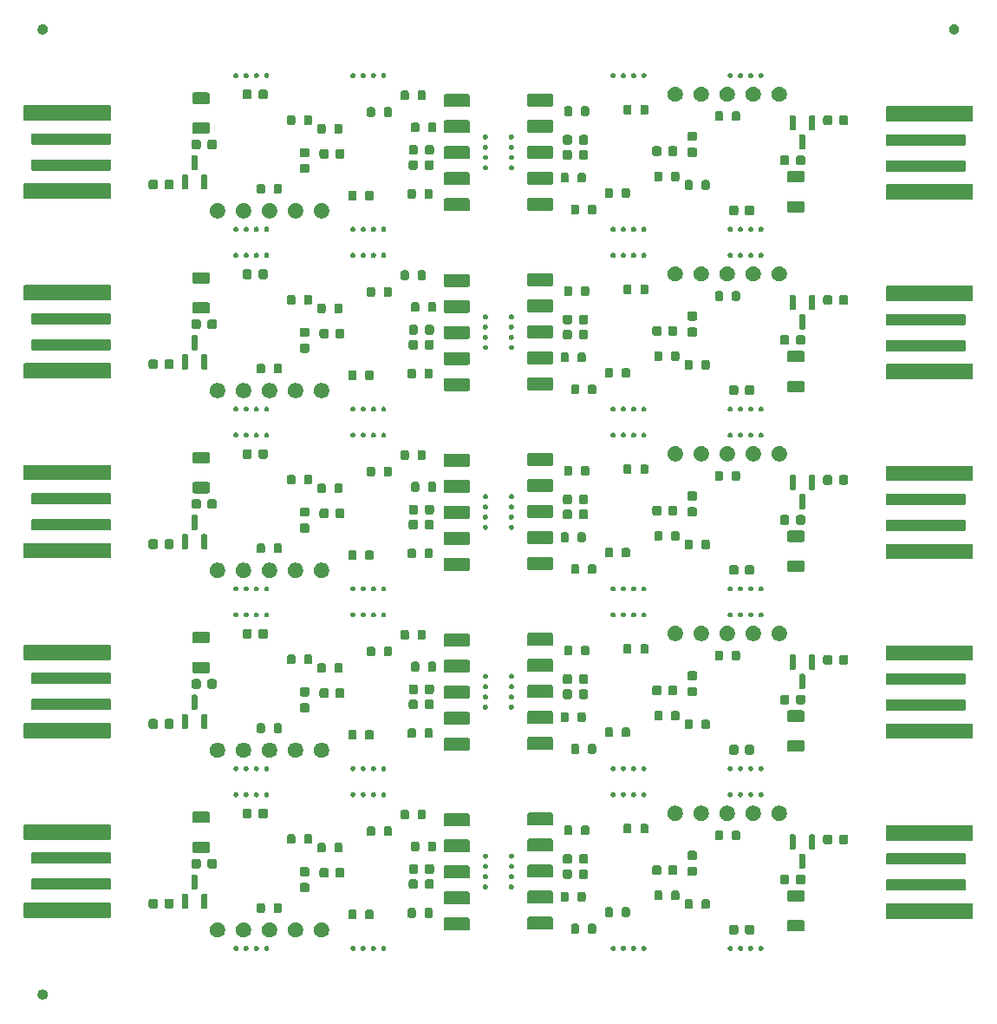
<source format=gbr>
%TF.GenerationSoftware,KiCad,Pcbnew,9.0.3*%
%TF.CreationDate,2025-07-30T17:20:14+02:00*%
%TF.ProjectId,Untitled6,556e7469-746c-4656-9436-2e6b69636164,rev?*%
%TF.SameCoordinates,Original*%
%TF.FileFunction,Soldermask,Bot*%
%TF.FilePolarity,Negative*%
%FSLAX46Y46*%
G04 Gerber Fmt 4.6, Leading zero omitted, Abs format (unit mm)*
G04 Created by KiCad (PCBNEW 9.0.3) date 2025-07-30 17:20:14*
%MOMM*%
%LPD*%
G01*
G04 APERTURE LIST*
G04 APERTURE END LIST*
G36*
X104181342Y-116199560D02*
G01*
X104294381Y-116264823D01*
X104386677Y-116357119D01*
X104451940Y-116470158D01*
X104485722Y-116596237D01*
X104485722Y-116726763D01*
X104451940Y-116852842D01*
X104386677Y-116965881D01*
X104294381Y-117058177D01*
X104181342Y-117123440D01*
X104055263Y-117157222D01*
X103924737Y-117157222D01*
X103798658Y-117123440D01*
X103685619Y-117058177D01*
X103593323Y-116965881D01*
X103528060Y-116852842D01*
X103494278Y-116726763D01*
X103494278Y-116596237D01*
X103528060Y-116470158D01*
X103593323Y-116357119D01*
X103685619Y-116264823D01*
X103798658Y-116199560D01*
X103924737Y-116165778D01*
X104055263Y-116165778D01*
X104181342Y-116199560D01*
G37*
G36*
X122900594Y-111915304D02*
G01*
X122908773Y-111915304D01*
X122923754Y-111921509D01*
X122955473Y-111930008D01*
X122983913Y-111946428D01*
X122998893Y-111952633D01*
X123004675Y-111958415D01*
X123011873Y-111962571D01*
X123057928Y-112008626D01*
X123062083Y-112015823D01*
X123067867Y-112021607D01*
X123074072Y-112036589D01*
X123090491Y-112065026D01*
X123098989Y-112096744D01*
X123105196Y-112111727D01*
X123105196Y-112119905D01*
X123107348Y-112127937D01*
X123107348Y-112193062D01*
X123105196Y-112201093D01*
X123105196Y-112209273D01*
X123098989Y-112224257D01*
X123090491Y-112255973D01*
X123074074Y-112284406D01*
X123067867Y-112299393D01*
X123062082Y-112305177D01*
X123057928Y-112312373D01*
X123011873Y-112358428D01*
X123004677Y-112362582D01*
X122998893Y-112368367D01*
X122983906Y-112374574D01*
X122955473Y-112390991D01*
X122923757Y-112399489D01*
X122908773Y-112405696D01*
X122900593Y-112405696D01*
X122892562Y-112407848D01*
X122827438Y-112407848D01*
X122819407Y-112405696D01*
X122811227Y-112405696D01*
X122796243Y-112399489D01*
X122764526Y-112390991D01*
X122736089Y-112374572D01*
X122721107Y-112368367D01*
X122715323Y-112362583D01*
X122708126Y-112358428D01*
X122662071Y-112312373D01*
X122657915Y-112305175D01*
X122652133Y-112299393D01*
X122645928Y-112284413D01*
X122629508Y-112255973D01*
X122621009Y-112224254D01*
X122614804Y-112209273D01*
X122614804Y-112201093D01*
X122612652Y-112193062D01*
X122612652Y-112127937D01*
X122614804Y-112119905D01*
X122614804Y-112111727D01*
X122621008Y-112096747D01*
X122629508Y-112065026D01*
X122645929Y-112036583D01*
X122652133Y-112021607D01*
X122657914Y-112015825D01*
X122662071Y-112008626D01*
X122708126Y-111962571D01*
X122715325Y-111958414D01*
X122721107Y-111952633D01*
X122736083Y-111946429D01*
X122764526Y-111930008D01*
X122796246Y-111921509D01*
X122811227Y-111915304D01*
X122819406Y-111915304D01*
X122827438Y-111913152D01*
X122892562Y-111913152D01*
X122900594Y-111915304D01*
G37*
G36*
X123900594Y-111915304D02*
G01*
X123908773Y-111915304D01*
X123923754Y-111921509D01*
X123955473Y-111930008D01*
X123983913Y-111946428D01*
X123998893Y-111952633D01*
X124004675Y-111958415D01*
X124011873Y-111962571D01*
X124057928Y-112008626D01*
X124062083Y-112015823D01*
X124067867Y-112021607D01*
X124074072Y-112036589D01*
X124090491Y-112065026D01*
X124098989Y-112096744D01*
X124105196Y-112111727D01*
X124105196Y-112119905D01*
X124107348Y-112127937D01*
X124107348Y-112193062D01*
X124105196Y-112201093D01*
X124105196Y-112209273D01*
X124098989Y-112224257D01*
X124090491Y-112255973D01*
X124074074Y-112284406D01*
X124067867Y-112299393D01*
X124062082Y-112305177D01*
X124057928Y-112312373D01*
X124011873Y-112358428D01*
X124004677Y-112362582D01*
X123998893Y-112368367D01*
X123983906Y-112374574D01*
X123955473Y-112390991D01*
X123923757Y-112399489D01*
X123908773Y-112405696D01*
X123900593Y-112405696D01*
X123892562Y-112407848D01*
X123827438Y-112407848D01*
X123819407Y-112405696D01*
X123811227Y-112405696D01*
X123796243Y-112399489D01*
X123764526Y-112390991D01*
X123736089Y-112374572D01*
X123721107Y-112368367D01*
X123715323Y-112362583D01*
X123708126Y-112358428D01*
X123662071Y-112312373D01*
X123657915Y-112305175D01*
X123652133Y-112299393D01*
X123645928Y-112284413D01*
X123629508Y-112255973D01*
X123621009Y-112224254D01*
X123614804Y-112209273D01*
X123614804Y-112201093D01*
X123612652Y-112193062D01*
X123612652Y-112127937D01*
X123614804Y-112119905D01*
X123614804Y-112111727D01*
X123621008Y-112096747D01*
X123629508Y-112065026D01*
X123645929Y-112036583D01*
X123652133Y-112021607D01*
X123657914Y-112015825D01*
X123662071Y-112008626D01*
X123708126Y-111962571D01*
X123715325Y-111958414D01*
X123721107Y-111952633D01*
X123736083Y-111946429D01*
X123764526Y-111930008D01*
X123796246Y-111921509D01*
X123811227Y-111915304D01*
X123819406Y-111915304D01*
X123827438Y-111913152D01*
X123892562Y-111913152D01*
X123900594Y-111915304D01*
G37*
G36*
X124900594Y-111915304D02*
G01*
X124908773Y-111915304D01*
X124923754Y-111921509D01*
X124955473Y-111930008D01*
X124983913Y-111946428D01*
X124998893Y-111952633D01*
X125004675Y-111958415D01*
X125011873Y-111962571D01*
X125057928Y-112008626D01*
X125062083Y-112015823D01*
X125067867Y-112021607D01*
X125074072Y-112036589D01*
X125090491Y-112065026D01*
X125098989Y-112096744D01*
X125105196Y-112111727D01*
X125105196Y-112119905D01*
X125107348Y-112127937D01*
X125107348Y-112193062D01*
X125105196Y-112201093D01*
X125105196Y-112209273D01*
X125098989Y-112224257D01*
X125090491Y-112255973D01*
X125074074Y-112284406D01*
X125067867Y-112299393D01*
X125062082Y-112305177D01*
X125057928Y-112312373D01*
X125011873Y-112358428D01*
X125004677Y-112362582D01*
X124998893Y-112368367D01*
X124983906Y-112374574D01*
X124955473Y-112390991D01*
X124923757Y-112399489D01*
X124908773Y-112405696D01*
X124900593Y-112405696D01*
X124892562Y-112407848D01*
X124827438Y-112407848D01*
X124819407Y-112405696D01*
X124811227Y-112405696D01*
X124796243Y-112399489D01*
X124764526Y-112390991D01*
X124736089Y-112374572D01*
X124721107Y-112368367D01*
X124715323Y-112362583D01*
X124708126Y-112358428D01*
X124662071Y-112312373D01*
X124657915Y-112305175D01*
X124652133Y-112299393D01*
X124645928Y-112284413D01*
X124629508Y-112255973D01*
X124621009Y-112224254D01*
X124614804Y-112209273D01*
X124614804Y-112201093D01*
X124612652Y-112193062D01*
X124612652Y-112127937D01*
X124614804Y-112119905D01*
X124614804Y-112111727D01*
X124621008Y-112096747D01*
X124629508Y-112065026D01*
X124645929Y-112036583D01*
X124652133Y-112021607D01*
X124657914Y-112015825D01*
X124662071Y-112008626D01*
X124708126Y-111962571D01*
X124715325Y-111958414D01*
X124721107Y-111952633D01*
X124736083Y-111946429D01*
X124764526Y-111930008D01*
X124796246Y-111921509D01*
X124811227Y-111915304D01*
X124819406Y-111915304D01*
X124827438Y-111913152D01*
X124892562Y-111913152D01*
X124900594Y-111915304D01*
G37*
G36*
X125900594Y-111915304D02*
G01*
X125908773Y-111915304D01*
X125923754Y-111921509D01*
X125955473Y-111930008D01*
X125983913Y-111946428D01*
X125998893Y-111952633D01*
X126004675Y-111958415D01*
X126011873Y-111962571D01*
X126057928Y-112008626D01*
X126062083Y-112015823D01*
X126067867Y-112021607D01*
X126074072Y-112036589D01*
X126090491Y-112065026D01*
X126098989Y-112096744D01*
X126105196Y-112111727D01*
X126105196Y-112119905D01*
X126107348Y-112127937D01*
X126107348Y-112193062D01*
X126105196Y-112201093D01*
X126105196Y-112209273D01*
X126098989Y-112224257D01*
X126090491Y-112255973D01*
X126074074Y-112284406D01*
X126067867Y-112299393D01*
X126062082Y-112305177D01*
X126057928Y-112312373D01*
X126011873Y-112358428D01*
X126004677Y-112362582D01*
X125998893Y-112368367D01*
X125983906Y-112374574D01*
X125955473Y-112390991D01*
X125923757Y-112399489D01*
X125908773Y-112405696D01*
X125900593Y-112405696D01*
X125892562Y-112407848D01*
X125827438Y-112407848D01*
X125819407Y-112405696D01*
X125811227Y-112405696D01*
X125796243Y-112399489D01*
X125764526Y-112390991D01*
X125736089Y-112374572D01*
X125721107Y-112368367D01*
X125715323Y-112362583D01*
X125708126Y-112358428D01*
X125662071Y-112312373D01*
X125657915Y-112305175D01*
X125652133Y-112299393D01*
X125645928Y-112284413D01*
X125629508Y-112255973D01*
X125621009Y-112224254D01*
X125614804Y-112209273D01*
X125614804Y-112201093D01*
X125612652Y-112193062D01*
X125612652Y-112127937D01*
X125614804Y-112119905D01*
X125614804Y-112111727D01*
X125621008Y-112096747D01*
X125629508Y-112065026D01*
X125645929Y-112036583D01*
X125652133Y-112021607D01*
X125657914Y-112015825D01*
X125662071Y-112008626D01*
X125708126Y-111962571D01*
X125715325Y-111958414D01*
X125721107Y-111952633D01*
X125736083Y-111946429D01*
X125764526Y-111930008D01*
X125796246Y-111921509D01*
X125811227Y-111915304D01*
X125819406Y-111915304D01*
X125827438Y-111913152D01*
X125892562Y-111913152D01*
X125900594Y-111915304D01*
G37*
G36*
X134335594Y-111915304D02*
G01*
X134343773Y-111915304D01*
X134358754Y-111921509D01*
X134390473Y-111930008D01*
X134418913Y-111946428D01*
X134433893Y-111952633D01*
X134439675Y-111958415D01*
X134446873Y-111962571D01*
X134492928Y-112008626D01*
X134497083Y-112015823D01*
X134502867Y-112021607D01*
X134509072Y-112036589D01*
X134525491Y-112065026D01*
X134533989Y-112096744D01*
X134540196Y-112111727D01*
X134540196Y-112119905D01*
X134542348Y-112127937D01*
X134542348Y-112193062D01*
X134540196Y-112201093D01*
X134540196Y-112209273D01*
X134533989Y-112224257D01*
X134525491Y-112255973D01*
X134509074Y-112284406D01*
X134502867Y-112299393D01*
X134497082Y-112305177D01*
X134492928Y-112312373D01*
X134446873Y-112358428D01*
X134439677Y-112362582D01*
X134433893Y-112368367D01*
X134418906Y-112374574D01*
X134390473Y-112390991D01*
X134358757Y-112399489D01*
X134343773Y-112405696D01*
X134335593Y-112405696D01*
X134327562Y-112407848D01*
X134262438Y-112407848D01*
X134254407Y-112405696D01*
X134246227Y-112405696D01*
X134231243Y-112399489D01*
X134199526Y-112390991D01*
X134171089Y-112374572D01*
X134156107Y-112368367D01*
X134150323Y-112362583D01*
X134143126Y-112358428D01*
X134097071Y-112312373D01*
X134092915Y-112305175D01*
X134087133Y-112299393D01*
X134080928Y-112284413D01*
X134064508Y-112255973D01*
X134056009Y-112224254D01*
X134049804Y-112209273D01*
X134049804Y-112201093D01*
X134047652Y-112193062D01*
X134047652Y-112127937D01*
X134049804Y-112119905D01*
X134049804Y-112111727D01*
X134056008Y-112096747D01*
X134064508Y-112065026D01*
X134080929Y-112036583D01*
X134087133Y-112021607D01*
X134092914Y-112015825D01*
X134097071Y-112008626D01*
X134143126Y-111962571D01*
X134150325Y-111958414D01*
X134156107Y-111952633D01*
X134171083Y-111946429D01*
X134199526Y-111930008D01*
X134231246Y-111921509D01*
X134246227Y-111915304D01*
X134254406Y-111915304D01*
X134262438Y-111913152D01*
X134327562Y-111913152D01*
X134335594Y-111915304D01*
G37*
G36*
X135335594Y-111915304D02*
G01*
X135343773Y-111915304D01*
X135358754Y-111921509D01*
X135390473Y-111930008D01*
X135418913Y-111946428D01*
X135433893Y-111952633D01*
X135439675Y-111958415D01*
X135446873Y-111962571D01*
X135492928Y-112008626D01*
X135497083Y-112015823D01*
X135502867Y-112021607D01*
X135509072Y-112036589D01*
X135525491Y-112065026D01*
X135533989Y-112096744D01*
X135540196Y-112111727D01*
X135540196Y-112119905D01*
X135542348Y-112127937D01*
X135542348Y-112193062D01*
X135540196Y-112201093D01*
X135540196Y-112209273D01*
X135533989Y-112224257D01*
X135525491Y-112255973D01*
X135509074Y-112284406D01*
X135502867Y-112299393D01*
X135497082Y-112305177D01*
X135492928Y-112312373D01*
X135446873Y-112358428D01*
X135439677Y-112362582D01*
X135433893Y-112368367D01*
X135418906Y-112374574D01*
X135390473Y-112390991D01*
X135358757Y-112399489D01*
X135343773Y-112405696D01*
X135335593Y-112405696D01*
X135327562Y-112407848D01*
X135262438Y-112407848D01*
X135254407Y-112405696D01*
X135246227Y-112405696D01*
X135231243Y-112399489D01*
X135199526Y-112390991D01*
X135171089Y-112374572D01*
X135156107Y-112368367D01*
X135150323Y-112362583D01*
X135143126Y-112358428D01*
X135097071Y-112312373D01*
X135092915Y-112305175D01*
X135087133Y-112299393D01*
X135080928Y-112284413D01*
X135064508Y-112255973D01*
X135056009Y-112224254D01*
X135049804Y-112209273D01*
X135049804Y-112201093D01*
X135047652Y-112193062D01*
X135047652Y-112127937D01*
X135049804Y-112119905D01*
X135049804Y-112111727D01*
X135056008Y-112096747D01*
X135064508Y-112065026D01*
X135080929Y-112036583D01*
X135087133Y-112021607D01*
X135092914Y-112015825D01*
X135097071Y-112008626D01*
X135143126Y-111962571D01*
X135150325Y-111958414D01*
X135156107Y-111952633D01*
X135171083Y-111946429D01*
X135199526Y-111930008D01*
X135231246Y-111921509D01*
X135246227Y-111915304D01*
X135254406Y-111915304D01*
X135262438Y-111913152D01*
X135327562Y-111913152D01*
X135335594Y-111915304D01*
G37*
G36*
X136335594Y-111915304D02*
G01*
X136343773Y-111915304D01*
X136358754Y-111921509D01*
X136390473Y-111930008D01*
X136418913Y-111946428D01*
X136433893Y-111952633D01*
X136439675Y-111958415D01*
X136446873Y-111962571D01*
X136492928Y-112008626D01*
X136497083Y-112015823D01*
X136502867Y-112021607D01*
X136509072Y-112036589D01*
X136525491Y-112065026D01*
X136533989Y-112096744D01*
X136540196Y-112111727D01*
X136540196Y-112119905D01*
X136542348Y-112127937D01*
X136542348Y-112193062D01*
X136540196Y-112201093D01*
X136540196Y-112209273D01*
X136533989Y-112224257D01*
X136525491Y-112255973D01*
X136509074Y-112284406D01*
X136502867Y-112299393D01*
X136497082Y-112305177D01*
X136492928Y-112312373D01*
X136446873Y-112358428D01*
X136439677Y-112362582D01*
X136433893Y-112368367D01*
X136418906Y-112374574D01*
X136390473Y-112390991D01*
X136358757Y-112399489D01*
X136343773Y-112405696D01*
X136335593Y-112405696D01*
X136327562Y-112407848D01*
X136262438Y-112407848D01*
X136254407Y-112405696D01*
X136246227Y-112405696D01*
X136231243Y-112399489D01*
X136199526Y-112390991D01*
X136171089Y-112374572D01*
X136156107Y-112368367D01*
X136150323Y-112362583D01*
X136143126Y-112358428D01*
X136097071Y-112312373D01*
X136092915Y-112305175D01*
X136087133Y-112299393D01*
X136080928Y-112284413D01*
X136064508Y-112255973D01*
X136056009Y-112224254D01*
X136049804Y-112209273D01*
X136049804Y-112201093D01*
X136047652Y-112193062D01*
X136047652Y-112127937D01*
X136049804Y-112119905D01*
X136049804Y-112111727D01*
X136056008Y-112096747D01*
X136064508Y-112065026D01*
X136080929Y-112036583D01*
X136087133Y-112021607D01*
X136092914Y-112015825D01*
X136097071Y-112008626D01*
X136143126Y-111962571D01*
X136150325Y-111958414D01*
X136156107Y-111952633D01*
X136171083Y-111946429D01*
X136199526Y-111930008D01*
X136231246Y-111921509D01*
X136246227Y-111915304D01*
X136254406Y-111915304D01*
X136262438Y-111913152D01*
X136327562Y-111913152D01*
X136335594Y-111915304D01*
G37*
G36*
X137335594Y-111915304D02*
G01*
X137343773Y-111915304D01*
X137358754Y-111921509D01*
X137390473Y-111930008D01*
X137418913Y-111946428D01*
X137433893Y-111952633D01*
X137439675Y-111958415D01*
X137446873Y-111962571D01*
X137492928Y-112008626D01*
X137497083Y-112015823D01*
X137502867Y-112021607D01*
X137509072Y-112036589D01*
X137525491Y-112065026D01*
X137533989Y-112096744D01*
X137540196Y-112111727D01*
X137540196Y-112119905D01*
X137542348Y-112127937D01*
X137542348Y-112193062D01*
X137540196Y-112201093D01*
X137540196Y-112209273D01*
X137533989Y-112224257D01*
X137525491Y-112255973D01*
X137509074Y-112284406D01*
X137502867Y-112299393D01*
X137497082Y-112305177D01*
X137492928Y-112312373D01*
X137446873Y-112358428D01*
X137439677Y-112362582D01*
X137433893Y-112368367D01*
X137418906Y-112374574D01*
X137390473Y-112390991D01*
X137358757Y-112399489D01*
X137343773Y-112405696D01*
X137335593Y-112405696D01*
X137327562Y-112407848D01*
X137262438Y-112407848D01*
X137254407Y-112405696D01*
X137246227Y-112405696D01*
X137231243Y-112399489D01*
X137199526Y-112390991D01*
X137171089Y-112374572D01*
X137156107Y-112368367D01*
X137150323Y-112362583D01*
X137143126Y-112358428D01*
X137097071Y-112312373D01*
X137092915Y-112305175D01*
X137087133Y-112299393D01*
X137080928Y-112284413D01*
X137064508Y-112255973D01*
X137056009Y-112224254D01*
X137049804Y-112209273D01*
X137049804Y-112201093D01*
X137047652Y-112193062D01*
X137047652Y-112127937D01*
X137049804Y-112119905D01*
X137049804Y-112111727D01*
X137056008Y-112096747D01*
X137064508Y-112065026D01*
X137080929Y-112036583D01*
X137087133Y-112021607D01*
X137092914Y-112015825D01*
X137097071Y-112008626D01*
X137143126Y-111962571D01*
X137150325Y-111958414D01*
X137156107Y-111952633D01*
X137171083Y-111946429D01*
X137199526Y-111930008D01*
X137231246Y-111921509D01*
X137246227Y-111915304D01*
X137254406Y-111915304D01*
X137262438Y-111913152D01*
X137327562Y-111913152D01*
X137335594Y-111915304D01*
G37*
G36*
X159745594Y-111915304D02*
G01*
X159753773Y-111915304D01*
X159768754Y-111921509D01*
X159800473Y-111930008D01*
X159828913Y-111946428D01*
X159843893Y-111952633D01*
X159849675Y-111958415D01*
X159856873Y-111962571D01*
X159902928Y-112008626D01*
X159907083Y-112015823D01*
X159912867Y-112021607D01*
X159919072Y-112036589D01*
X159935491Y-112065026D01*
X159943989Y-112096744D01*
X159950196Y-112111727D01*
X159950196Y-112119905D01*
X159952348Y-112127937D01*
X159952348Y-112193062D01*
X159950196Y-112201093D01*
X159950196Y-112209273D01*
X159943989Y-112224257D01*
X159935491Y-112255973D01*
X159919074Y-112284406D01*
X159912867Y-112299393D01*
X159907082Y-112305177D01*
X159902928Y-112312373D01*
X159856873Y-112358428D01*
X159849677Y-112362582D01*
X159843893Y-112368367D01*
X159828906Y-112374574D01*
X159800473Y-112390991D01*
X159768757Y-112399489D01*
X159753773Y-112405696D01*
X159745593Y-112405696D01*
X159737562Y-112407848D01*
X159672438Y-112407848D01*
X159664407Y-112405696D01*
X159656227Y-112405696D01*
X159641243Y-112399489D01*
X159609526Y-112390991D01*
X159581089Y-112374572D01*
X159566107Y-112368367D01*
X159560323Y-112362583D01*
X159553126Y-112358428D01*
X159507071Y-112312373D01*
X159502915Y-112305175D01*
X159497133Y-112299393D01*
X159490928Y-112284413D01*
X159474508Y-112255973D01*
X159466009Y-112224254D01*
X159459804Y-112209273D01*
X159459804Y-112201093D01*
X159457652Y-112193062D01*
X159457652Y-112127937D01*
X159459804Y-112119905D01*
X159459804Y-112111727D01*
X159466008Y-112096747D01*
X159474508Y-112065026D01*
X159490929Y-112036583D01*
X159497133Y-112021607D01*
X159502914Y-112015825D01*
X159507071Y-112008626D01*
X159553126Y-111962571D01*
X159560325Y-111958414D01*
X159566107Y-111952633D01*
X159581083Y-111946429D01*
X159609526Y-111930008D01*
X159641246Y-111921509D01*
X159656227Y-111915304D01*
X159664406Y-111915304D01*
X159672438Y-111913152D01*
X159737562Y-111913152D01*
X159745594Y-111915304D01*
G37*
G36*
X160745594Y-111915304D02*
G01*
X160753773Y-111915304D01*
X160768754Y-111921509D01*
X160800473Y-111930008D01*
X160828913Y-111946428D01*
X160843893Y-111952633D01*
X160849675Y-111958415D01*
X160856873Y-111962571D01*
X160902928Y-112008626D01*
X160907083Y-112015823D01*
X160912867Y-112021607D01*
X160919072Y-112036589D01*
X160935491Y-112065026D01*
X160943989Y-112096744D01*
X160950196Y-112111727D01*
X160950196Y-112119905D01*
X160952348Y-112127937D01*
X160952348Y-112193062D01*
X160950196Y-112201093D01*
X160950196Y-112209273D01*
X160943989Y-112224257D01*
X160935491Y-112255973D01*
X160919074Y-112284406D01*
X160912867Y-112299393D01*
X160907082Y-112305177D01*
X160902928Y-112312373D01*
X160856873Y-112358428D01*
X160849677Y-112362582D01*
X160843893Y-112368367D01*
X160828906Y-112374574D01*
X160800473Y-112390991D01*
X160768757Y-112399489D01*
X160753773Y-112405696D01*
X160745593Y-112405696D01*
X160737562Y-112407848D01*
X160672438Y-112407848D01*
X160664407Y-112405696D01*
X160656227Y-112405696D01*
X160641243Y-112399489D01*
X160609526Y-112390991D01*
X160581089Y-112374572D01*
X160566107Y-112368367D01*
X160560323Y-112362583D01*
X160553126Y-112358428D01*
X160507071Y-112312373D01*
X160502915Y-112305175D01*
X160497133Y-112299393D01*
X160490928Y-112284413D01*
X160474508Y-112255973D01*
X160466009Y-112224254D01*
X160459804Y-112209273D01*
X160459804Y-112201093D01*
X160457652Y-112193062D01*
X160457652Y-112127937D01*
X160459804Y-112119905D01*
X160459804Y-112111727D01*
X160466008Y-112096747D01*
X160474508Y-112065026D01*
X160490929Y-112036583D01*
X160497133Y-112021607D01*
X160502914Y-112015825D01*
X160507071Y-112008626D01*
X160553126Y-111962571D01*
X160560325Y-111958414D01*
X160566107Y-111952633D01*
X160581083Y-111946429D01*
X160609526Y-111930008D01*
X160641246Y-111921509D01*
X160656227Y-111915304D01*
X160664406Y-111915304D01*
X160672438Y-111913152D01*
X160737562Y-111913152D01*
X160745594Y-111915304D01*
G37*
G36*
X161745594Y-111915304D02*
G01*
X161753773Y-111915304D01*
X161768754Y-111921509D01*
X161800473Y-111930008D01*
X161828913Y-111946428D01*
X161843893Y-111952633D01*
X161849675Y-111958415D01*
X161856873Y-111962571D01*
X161902928Y-112008626D01*
X161907083Y-112015823D01*
X161912867Y-112021607D01*
X161919072Y-112036589D01*
X161935491Y-112065026D01*
X161943989Y-112096744D01*
X161950196Y-112111727D01*
X161950196Y-112119905D01*
X161952348Y-112127937D01*
X161952348Y-112193062D01*
X161950196Y-112201093D01*
X161950196Y-112209273D01*
X161943989Y-112224257D01*
X161935491Y-112255973D01*
X161919074Y-112284406D01*
X161912867Y-112299393D01*
X161907082Y-112305177D01*
X161902928Y-112312373D01*
X161856873Y-112358428D01*
X161849677Y-112362582D01*
X161843893Y-112368367D01*
X161828906Y-112374574D01*
X161800473Y-112390991D01*
X161768757Y-112399489D01*
X161753773Y-112405696D01*
X161745593Y-112405696D01*
X161737562Y-112407848D01*
X161672438Y-112407848D01*
X161664407Y-112405696D01*
X161656227Y-112405696D01*
X161641243Y-112399489D01*
X161609526Y-112390991D01*
X161581089Y-112374572D01*
X161566107Y-112368367D01*
X161560323Y-112362583D01*
X161553126Y-112358428D01*
X161507071Y-112312373D01*
X161502915Y-112305175D01*
X161497133Y-112299393D01*
X161490928Y-112284413D01*
X161474508Y-112255973D01*
X161466009Y-112224254D01*
X161459804Y-112209273D01*
X161459804Y-112201093D01*
X161457652Y-112193062D01*
X161457652Y-112127937D01*
X161459804Y-112119905D01*
X161459804Y-112111727D01*
X161466008Y-112096747D01*
X161474508Y-112065026D01*
X161490929Y-112036583D01*
X161497133Y-112021607D01*
X161502914Y-112015825D01*
X161507071Y-112008626D01*
X161553126Y-111962571D01*
X161560325Y-111958414D01*
X161566107Y-111952633D01*
X161581083Y-111946429D01*
X161609526Y-111930008D01*
X161641246Y-111921509D01*
X161656227Y-111915304D01*
X161664406Y-111915304D01*
X161672438Y-111913152D01*
X161737562Y-111913152D01*
X161745594Y-111915304D01*
G37*
G36*
X162745594Y-111915304D02*
G01*
X162753773Y-111915304D01*
X162768754Y-111921509D01*
X162800473Y-111930008D01*
X162828913Y-111946428D01*
X162843893Y-111952633D01*
X162849675Y-111958415D01*
X162856873Y-111962571D01*
X162902928Y-112008626D01*
X162907083Y-112015823D01*
X162912867Y-112021607D01*
X162919072Y-112036589D01*
X162935491Y-112065026D01*
X162943989Y-112096744D01*
X162950196Y-112111727D01*
X162950196Y-112119905D01*
X162952348Y-112127937D01*
X162952348Y-112193062D01*
X162950196Y-112201093D01*
X162950196Y-112209273D01*
X162943989Y-112224257D01*
X162935491Y-112255973D01*
X162919074Y-112284406D01*
X162912867Y-112299393D01*
X162907082Y-112305177D01*
X162902928Y-112312373D01*
X162856873Y-112358428D01*
X162849677Y-112362582D01*
X162843893Y-112368367D01*
X162828906Y-112374574D01*
X162800473Y-112390991D01*
X162768757Y-112399489D01*
X162753773Y-112405696D01*
X162745593Y-112405696D01*
X162737562Y-112407848D01*
X162672438Y-112407848D01*
X162664407Y-112405696D01*
X162656227Y-112405696D01*
X162641243Y-112399489D01*
X162609526Y-112390991D01*
X162581089Y-112374572D01*
X162566107Y-112368367D01*
X162560323Y-112362583D01*
X162553126Y-112358428D01*
X162507071Y-112312373D01*
X162502915Y-112305175D01*
X162497133Y-112299393D01*
X162490928Y-112284413D01*
X162474508Y-112255973D01*
X162466009Y-112224254D01*
X162459804Y-112209273D01*
X162459804Y-112201093D01*
X162457652Y-112193062D01*
X162457652Y-112127937D01*
X162459804Y-112119905D01*
X162459804Y-112111727D01*
X162466008Y-112096747D01*
X162474508Y-112065026D01*
X162490929Y-112036583D01*
X162497133Y-112021607D01*
X162502914Y-112015825D01*
X162507071Y-112008626D01*
X162553126Y-111962571D01*
X162560325Y-111958414D01*
X162566107Y-111952633D01*
X162581083Y-111946429D01*
X162609526Y-111930008D01*
X162641246Y-111921509D01*
X162656227Y-111915304D01*
X162664406Y-111915304D01*
X162672438Y-111913152D01*
X162737562Y-111913152D01*
X162745594Y-111915304D01*
G37*
G36*
X171180594Y-111915304D02*
G01*
X171188773Y-111915304D01*
X171203754Y-111921509D01*
X171235473Y-111930008D01*
X171263913Y-111946428D01*
X171278893Y-111952633D01*
X171284675Y-111958415D01*
X171291873Y-111962571D01*
X171337928Y-112008626D01*
X171342083Y-112015823D01*
X171347867Y-112021607D01*
X171354072Y-112036589D01*
X171370491Y-112065026D01*
X171378989Y-112096744D01*
X171385196Y-112111727D01*
X171385196Y-112119905D01*
X171387348Y-112127937D01*
X171387348Y-112193062D01*
X171385196Y-112201093D01*
X171385196Y-112209273D01*
X171378989Y-112224257D01*
X171370491Y-112255973D01*
X171354074Y-112284406D01*
X171347867Y-112299393D01*
X171342082Y-112305177D01*
X171337928Y-112312373D01*
X171291873Y-112358428D01*
X171284677Y-112362582D01*
X171278893Y-112368367D01*
X171263906Y-112374574D01*
X171235473Y-112390991D01*
X171203757Y-112399489D01*
X171188773Y-112405696D01*
X171180593Y-112405696D01*
X171172562Y-112407848D01*
X171107438Y-112407848D01*
X171099407Y-112405696D01*
X171091227Y-112405696D01*
X171076243Y-112399489D01*
X171044526Y-112390991D01*
X171016089Y-112374572D01*
X171001107Y-112368367D01*
X170995323Y-112362583D01*
X170988126Y-112358428D01*
X170942071Y-112312373D01*
X170937915Y-112305175D01*
X170932133Y-112299393D01*
X170925928Y-112284413D01*
X170909508Y-112255973D01*
X170901009Y-112224254D01*
X170894804Y-112209273D01*
X170894804Y-112201093D01*
X170892652Y-112193062D01*
X170892652Y-112127937D01*
X170894804Y-112119905D01*
X170894804Y-112111727D01*
X170901008Y-112096747D01*
X170909508Y-112065026D01*
X170925929Y-112036583D01*
X170932133Y-112021607D01*
X170937914Y-112015825D01*
X170942071Y-112008626D01*
X170988126Y-111962571D01*
X170995325Y-111958414D01*
X171001107Y-111952633D01*
X171016083Y-111946429D01*
X171044526Y-111930008D01*
X171076246Y-111921509D01*
X171091227Y-111915304D01*
X171099406Y-111915304D01*
X171107438Y-111913152D01*
X171172562Y-111913152D01*
X171180594Y-111915304D01*
G37*
G36*
X172180594Y-111915304D02*
G01*
X172188773Y-111915304D01*
X172203754Y-111921509D01*
X172235473Y-111930008D01*
X172263913Y-111946428D01*
X172278893Y-111952633D01*
X172284675Y-111958415D01*
X172291873Y-111962571D01*
X172337928Y-112008626D01*
X172342083Y-112015823D01*
X172347867Y-112021607D01*
X172354072Y-112036589D01*
X172370491Y-112065026D01*
X172378989Y-112096744D01*
X172385196Y-112111727D01*
X172385196Y-112119905D01*
X172387348Y-112127937D01*
X172387348Y-112193062D01*
X172385196Y-112201093D01*
X172385196Y-112209273D01*
X172378989Y-112224257D01*
X172370491Y-112255973D01*
X172354074Y-112284406D01*
X172347867Y-112299393D01*
X172342082Y-112305177D01*
X172337928Y-112312373D01*
X172291873Y-112358428D01*
X172284677Y-112362582D01*
X172278893Y-112368367D01*
X172263906Y-112374574D01*
X172235473Y-112390991D01*
X172203757Y-112399489D01*
X172188773Y-112405696D01*
X172180593Y-112405696D01*
X172172562Y-112407848D01*
X172107438Y-112407848D01*
X172099407Y-112405696D01*
X172091227Y-112405696D01*
X172076243Y-112399489D01*
X172044526Y-112390991D01*
X172016089Y-112374572D01*
X172001107Y-112368367D01*
X171995323Y-112362583D01*
X171988126Y-112358428D01*
X171942071Y-112312373D01*
X171937915Y-112305175D01*
X171932133Y-112299393D01*
X171925928Y-112284413D01*
X171909508Y-112255973D01*
X171901009Y-112224254D01*
X171894804Y-112209273D01*
X171894804Y-112201093D01*
X171892652Y-112193062D01*
X171892652Y-112127937D01*
X171894804Y-112119905D01*
X171894804Y-112111727D01*
X171901008Y-112096747D01*
X171909508Y-112065026D01*
X171925929Y-112036583D01*
X171932133Y-112021607D01*
X171937914Y-112015825D01*
X171942071Y-112008626D01*
X171988126Y-111962571D01*
X171995325Y-111958414D01*
X172001107Y-111952633D01*
X172016083Y-111946429D01*
X172044526Y-111930008D01*
X172076246Y-111921509D01*
X172091227Y-111915304D01*
X172099406Y-111915304D01*
X172107438Y-111913152D01*
X172172562Y-111913152D01*
X172180594Y-111915304D01*
G37*
G36*
X173180594Y-111915304D02*
G01*
X173188773Y-111915304D01*
X173203754Y-111921509D01*
X173235473Y-111930008D01*
X173263913Y-111946428D01*
X173278893Y-111952633D01*
X173284675Y-111958415D01*
X173291873Y-111962571D01*
X173337928Y-112008626D01*
X173342083Y-112015823D01*
X173347867Y-112021607D01*
X173354072Y-112036589D01*
X173370491Y-112065026D01*
X173378989Y-112096744D01*
X173385196Y-112111727D01*
X173385196Y-112119905D01*
X173387348Y-112127937D01*
X173387348Y-112193062D01*
X173385196Y-112201093D01*
X173385196Y-112209273D01*
X173378989Y-112224257D01*
X173370491Y-112255973D01*
X173354074Y-112284406D01*
X173347867Y-112299393D01*
X173342082Y-112305177D01*
X173337928Y-112312373D01*
X173291873Y-112358428D01*
X173284677Y-112362582D01*
X173278893Y-112368367D01*
X173263906Y-112374574D01*
X173235473Y-112390991D01*
X173203757Y-112399489D01*
X173188773Y-112405696D01*
X173180593Y-112405696D01*
X173172562Y-112407848D01*
X173107438Y-112407848D01*
X173099407Y-112405696D01*
X173091227Y-112405696D01*
X173076243Y-112399489D01*
X173044526Y-112390991D01*
X173016089Y-112374572D01*
X173001107Y-112368367D01*
X172995323Y-112362583D01*
X172988126Y-112358428D01*
X172942071Y-112312373D01*
X172937915Y-112305175D01*
X172932133Y-112299393D01*
X172925928Y-112284413D01*
X172909508Y-112255973D01*
X172901009Y-112224254D01*
X172894804Y-112209273D01*
X172894804Y-112201093D01*
X172892652Y-112193062D01*
X172892652Y-112127937D01*
X172894804Y-112119905D01*
X172894804Y-112111727D01*
X172901008Y-112096747D01*
X172909508Y-112065026D01*
X172925929Y-112036583D01*
X172932133Y-112021607D01*
X172937914Y-112015825D01*
X172942071Y-112008626D01*
X172988126Y-111962571D01*
X172995325Y-111958414D01*
X173001107Y-111952633D01*
X173016083Y-111946429D01*
X173044526Y-111930008D01*
X173076246Y-111921509D01*
X173091227Y-111915304D01*
X173099406Y-111915304D01*
X173107438Y-111913152D01*
X173172562Y-111913152D01*
X173180594Y-111915304D01*
G37*
G36*
X174180594Y-111915304D02*
G01*
X174188773Y-111915304D01*
X174203754Y-111921509D01*
X174235473Y-111930008D01*
X174263913Y-111946428D01*
X174278893Y-111952633D01*
X174284675Y-111958415D01*
X174291873Y-111962571D01*
X174337928Y-112008626D01*
X174342083Y-112015823D01*
X174347867Y-112021607D01*
X174354072Y-112036589D01*
X174370491Y-112065026D01*
X174378989Y-112096744D01*
X174385196Y-112111727D01*
X174385196Y-112119905D01*
X174387348Y-112127937D01*
X174387348Y-112193062D01*
X174385196Y-112201093D01*
X174385196Y-112209273D01*
X174378989Y-112224257D01*
X174370491Y-112255973D01*
X174354074Y-112284406D01*
X174347867Y-112299393D01*
X174342082Y-112305177D01*
X174337928Y-112312373D01*
X174291873Y-112358428D01*
X174284677Y-112362582D01*
X174278893Y-112368367D01*
X174263906Y-112374574D01*
X174235473Y-112390991D01*
X174203757Y-112399489D01*
X174188773Y-112405696D01*
X174180593Y-112405696D01*
X174172562Y-112407848D01*
X174107438Y-112407848D01*
X174099407Y-112405696D01*
X174091227Y-112405696D01*
X174076243Y-112399489D01*
X174044526Y-112390991D01*
X174016089Y-112374572D01*
X174001107Y-112368367D01*
X173995323Y-112362583D01*
X173988126Y-112358428D01*
X173942071Y-112312373D01*
X173937915Y-112305175D01*
X173932133Y-112299393D01*
X173925928Y-112284413D01*
X173909508Y-112255973D01*
X173901009Y-112224254D01*
X173894804Y-112209273D01*
X173894804Y-112201093D01*
X173892652Y-112193062D01*
X173892652Y-112127937D01*
X173894804Y-112119905D01*
X173894804Y-112111727D01*
X173901008Y-112096747D01*
X173909508Y-112065026D01*
X173925929Y-112036583D01*
X173932133Y-112021607D01*
X173937914Y-112015825D01*
X173942071Y-112008626D01*
X173988126Y-111962571D01*
X173995325Y-111958414D01*
X174001107Y-111952633D01*
X174016083Y-111946429D01*
X174044526Y-111930008D01*
X174076246Y-111921509D01*
X174091227Y-111915304D01*
X174099406Y-111915304D01*
X174107438Y-111913152D01*
X174172562Y-111913152D01*
X174180594Y-111915304D01*
G37*
G36*
X121288475Y-109633556D02*
G01*
X121424309Y-109689820D01*
X121546556Y-109771503D01*
X121650519Y-109875466D01*
X121732202Y-109997713D01*
X121788466Y-110133547D01*
X121817150Y-110277748D01*
X121817150Y-110424774D01*
X121788466Y-110568975D01*
X121732202Y-110704809D01*
X121650519Y-110827056D01*
X121546556Y-110931019D01*
X121424309Y-111012702D01*
X121288475Y-111068966D01*
X121144274Y-111097650D01*
X120997248Y-111097650D01*
X120853047Y-111068966D01*
X120717213Y-111012702D01*
X120594966Y-110931019D01*
X120491003Y-110827056D01*
X120409320Y-110704809D01*
X120353056Y-110568975D01*
X120324372Y-110424774D01*
X120324372Y-110277748D01*
X120353056Y-110133547D01*
X120409320Y-109997713D01*
X120491003Y-109875466D01*
X120594966Y-109771503D01*
X120717213Y-109689820D01*
X120853047Y-109633556D01*
X120997248Y-109604872D01*
X121144274Y-109604872D01*
X121288475Y-109633556D01*
G37*
G36*
X123828475Y-109633556D02*
G01*
X123964309Y-109689820D01*
X124086556Y-109771503D01*
X124190519Y-109875466D01*
X124272202Y-109997713D01*
X124328466Y-110133547D01*
X124357150Y-110277748D01*
X124357150Y-110424774D01*
X124328466Y-110568975D01*
X124272202Y-110704809D01*
X124190519Y-110827056D01*
X124086556Y-110931019D01*
X123964309Y-111012702D01*
X123828475Y-111068966D01*
X123684274Y-111097650D01*
X123537248Y-111097650D01*
X123393047Y-111068966D01*
X123257213Y-111012702D01*
X123134966Y-110931019D01*
X123031003Y-110827056D01*
X122949320Y-110704809D01*
X122893056Y-110568975D01*
X122864372Y-110424774D01*
X122864372Y-110277748D01*
X122893056Y-110133547D01*
X122949320Y-109997713D01*
X123031003Y-109875466D01*
X123134966Y-109771503D01*
X123257213Y-109689820D01*
X123393047Y-109633556D01*
X123537248Y-109604872D01*
X123684274Y-109604872D01*
X123828475Y-109633556D01*
G37*
G36*
X126368475Y-109633556D02*
G01*
X126504309Y-109689820D01*
X126626556Y-109771503D01*
X126730519Y-109875466D01*
X126812202Y-109997713D01*
X126868466Y-110133547D01*
X126897150Y-110277748D01*
X126897150Y-110424774D01*
X126868466Y-110568975D01*
X126812202Y-110704809D01*
X126730519Y-110827056D01*
X126626556Y-110931019D01*
X126504309Y-111012702D01*
X126368475Y-111068966D01*
X126224274Y-111097650D01*
X126077248Y-111097650D01*
X125933047Y-111068966D01*
X125797213Y-111012702D01*
X125674966Y-110931019D01*
X125571003Y-110827056D01*
X125489320Y-110704809D01*
X125433056Y-110568975D01*
X125404372Y-110424774D01*
X125404372Y-110277748D01*
X125433056Y-110133547D01*
X125489320Y-109997713D01*
X125571003Y-109875466D01*
X125674966Y-109771503D01*
X125797213Y-109689820D01*
X125933047Y-109633556D01*
X126077248Y-109604872D01*
X126224274Y-109604872D01*
X126368475Y-109633556D01*
G37*
G36*
X128908475Y-109633556D02*
G01*
X129044309Y-109689820D01*
X129166556Y-109771503D01*
X129270519Y-109875466D01*
X129352202Y-109997713D01*
X129408466Y-110133547D01*
X129437150Y-110277748D01*
X129437150Y-110424774D01*
X129408466Y-110568975D01*
X129352202Y-110704809D01*
X129270519Y-110827056D01*
X129166556Y-110931019D01*
X129044309Y-111012702D01*
X128908475Y-111068966D01*
X128764274Y-111097650D01*
X128617248Y-111097650D01*
X128473047Y-111068966D01*
X128337213Y-111012702D01*
X128214966Y-110931019D01*
X128111003Y-110827056D01*
X128029320Y-110704809D01*
X127973056Y-110568975D01*
X127944372Y-110424774D01*
X127944372Y-110277748D01*
X127973056Y-110133547D01*
X128029320Y-109997713D01*
X128111003Y-109875466D01*
X128214966Y-109771503D01*
X128337213Y-109689820D01*
X128473047Y-109633556D01*
X128617248Y-109604872D01*
X128764274Y-109604872D01*
X128908475Y-109633556D01*
G37*
G36*
X131448475Y-109633556D02*
G01*
X131584309Y-109689820D01*
X131706556Y-109771503D01*
X131810519Y-109875466D01*
X131892202Y-109997713D01*
X131948466Y-110133547D01*
X131977150Y-110277748D01*
X131977150Y-110424774D01*
X131948466Y-110568975D01*
X131892202Y-110704809D01*
X131810519Y-110827056D01*
X131706556Y-110931019D01*
X131584309Y-111012702D01*
X131448475Y-111068966D01*
X131304274Y-111097650D01*
X131157248Y-111097650D01*
X131013047Y-111068966D01*
X130877213Y-111012702D01*
X130754966Y-110931019D01*
X130651003Y-110827056D01*
X130569320Y-110704809D01*
X130513056Y-110568975D01*
X130484372Y-110424774D01*
X130484372Y-110277748D01*
X130513056Y-110133547D01*
X130569320Y-109997713D01*
X130651003Y-109875466D01*
X130754966Y-109771503D01*
X130877213Y-109689820D01*
X131013047Y-109633556D01*
X131157248Y-109604872D01*
X131304274Y-109604872D01*
X131448475Y-109633556D01*
G37*
G36*
X171708328Y-109844942D02*
G01*
X171752795Y-109850101D01*
X171767988Y-109856809D01*
X171789582Y-109861105D01*
X171812700Y-109876552D01*
X171830045Y-109884211D01*
X171841890Y-109896056D01*
X171862577Y-109909879D01*
X171876399Y-109930565D01*
X171888244Y-109942410D01*
X171895901Y-109959752D01*
X171911351Y-109982874D01*
X171915646Y-110004469D01*
X171922354Y-110019660D01*
X171927511Y-110064117D01*
X171928478Y-110068978D01*
X171928478Y-110568978D01*
X171927510Y-110573840D01*
X171922354Y-110618295D01*
X171915646Y-110633484D01*
X171911351Y-110655082D01*
X171895900Y-110678205D01*
X171888244Y-110695545D01*
X171876401Y-110707387D01*
X171862577Y-110728077D01*
X171841887Y-110741901D01*
X171830045Y-110753744D01*
X171812705Y-110761400D01*
X171789582Y-110776851D01*
X171767984Y-110781146D01*
X171752795Y-110787854D01*
X171708339Y-110793010D01*
X171703478Y-110793978D01*
X171253478Y-110793978D01*
X171248616Y-110793011D01*
X171204160Y-110787854D01*
X171188969Y-110781146D01*
X171167374Y-110776851D01*
X171144252Y-110761401D01*
X171126910Y-110753744D01*
X171115065Y-110741899D01*
X171094379Y-110728077D01*
X171080556Y-110707390D01*
X171068711Y-110695545D01*
X171061052Y-110678200D01*
X171045605Y-110655082D01*
X171041309Y-110633488D01*
X171034601Y-110618295D01*
X171029442Y-110573827D01*
X171028478Y-110568978D01*
X171028478Y-110068978D01*
X171029442Y-110064128D01*
X171034601Y-110019660D01*
X171041310Y-110004465D01*
X171045605Y-109982874D01*
X171061051Y-109959757D01*
X171068711Y-109942410D01*
X171080558Y-109930562D01*
X171094379Y-109909879D01*
X171115062Y-109896058D01*
X171126910Y-109884211D01*
X171144257Y-109876551D01*
X171167374Y-109861105D01*
X171188965Y-109856810D01*
X171204160Y-109850101D01*
X171248629Y-109844942D01*
X171253478Y-109843978D01*
X171703478Y-109843978D01*
X171708328Y-109844942D01*
G37*
G36*
X173258328Y-109844942D02*
G01*
X173302795Y-109850101D01*
X173317988Y-109856809D01*
X173339582Y-109861105D01*
X173362700Y-109876552D01*
X173380045Y-109884211D01*
X173391890Y-109896056D01*
X173412577Y-109909879D01*
X173426399Y-109930565D01*
X173438244Y-109942410D01*
X173445901Y-109959752D01*
X173461351Y-109982874D01*
X173465646Y-110004469D01*
X173472354Y-110019660D01*
X173477511Y-110064117D01*
X173478478Y-110068978D01*
X173478478Y-110568978D01*
X173477510Y-110573840D01*
X173472354Y-110618295D01*
X173465646Y-110633484D01*
X173461351Y-110655082D01*
X173445900Y-110678205D01*
X173438244Y-110695545D01*
X173426401Y-110707387D01*
X173412577Y-110728077D01*
X173391887Y-110741901D01*
X173380045Y-110753744D01*
X173362705Y-110761400D01*
X173339582Y-110776851D01*
X173317984Y-110781146D01*
X173302795Y-110787854D01*
X173258339Y-110793010D01*
X173253478Y-110793978D01*
X172803478Y-110793978D01*
X172798616Y-110793011D01*
X172754160Y-110787854D01*
X172738969Y-110781146D01*
X172717374Y-110776851D01*
X172694252Y-110761401D01*
X172676910Y-110753744D01*
X172665065Y-110741899D01*
X172644379Y-110728077D01*
X172630556Y-110707390D01*
X172618711Y-110695545D01*
X172611052Y-110678200D01*
X172595605Y-110655082D01*
X172591309Y-110633488D01*
X172584601Y-110618295D01*
X172579442Y-110573827D01*
X172578478Y-110568978D01*
X172578478Y-110068978D01*
X172579442Y-110064128D01*
X172584601Y-110019660D01*
X172591310Y-110004465D01*
X172595605Y-109982874D01*
X172611051Y-109959757D01*
X172618711Y-109942410D01*
X172630558Y-109930562D01*
X172644379Y-109909879D01*
X172665062Y-109896058D01*
X172676910Y-109884211D01*
X172694257Y-109876551D01*
X172717374Y-109861105D01*
X172738965Y-109856810D01*
X172754160Y-109850101D01*
X172798629Y-109844942D01*
X172803478Y-109843978D01*
X173253478Y-109843978D01*
X173258328Y-109844942D01*
G37*
G36*
X156265776Y-109769963D02*
G01*
X156330660Y-109813318D01*
X156374015Y-109878202D01*
X156389239Y-109954739D01*
X156389239Y-110504739D01*
X156374015Y-110581276D01*
X156330660Y-110646160D01*
X156265776Y-110689515D01*
X156189239Y-110704739D01*
X155789239Y-110704739D01*
X155712702Y-110689515D01*
X155647818Y-110646160D01*
X155604463Y-110581276D01*
X155589239Y-110504739D01*
X155589239Y-109954739D01*
X155604463Y-109878202D01*
X155647818Y-109813318D01*
X155712702Y-109769963D01*
X155789239Y-109754739D01*
X156189239Y-109754739D01*
X156265776Y-109769963D01*
G37*
G36*
X157915776Y-109769963D02*
G01*
X157980660Y-109813318D01*
X158024015Y-109878202D01*
X158039239Y-109954739D01*
X158039239Y-110504739D01*
X158024015Y-110581276D01*
X157980660Y-110646160D01*
X157915776Y-110689515D01*
X157839239Y-110704739D01*
X157439239Y-110704739D01*
X157362702Y-110689515D01*
X157297818Y-110646160D01*
X157254463Y-110581276D01*
X157239239Y-110504739D01*
X157239239Y-109954739D01*
X157254463Y-109878202D01*
X157297818Y-109813318D01*
X157362702Y-109769963D01*
X157439239Y-109754739D01*
X157839239Y-109754739D01*
X157915776Y-109769963D01*
G37*
G36*
X178169089Y-109393203D02*
G01*
X178219279Y-109399026D01*
X178236428Y-109406598D01*
X178259910Y-109411269D01*
X178285049Y-109428066D01*
X178304935Y-109436847D01*
X178318516Y-109450428D01*
X178341016Y-109465462D01*
X178356049Y-109487961D01*
X178369630Y-109501542D01*
X178378409Y-109521425D01*
X178395209Y-109546568D01*
X178399880Y-109570051D01*
X178407451Y-109587198D01*
X178413272Y-109637378D01*
X178414239Y-109642239D01*
X178414239Y-110267239D01*
X178413271Y-110272102D01*
X178407451Y-110322279D01*
X178399880Y-110339424D01*
X178395209Y-110362910D01*
X178378408Y-110388054D01*
X178369630Y-110407935D01*
X178356051Y-110421513D01*
X178341016Y-110444016D01*
X178318513Y-110459051D01*
X178304935Y-110472630D01*
X178285054Y-110481408D01*
X178259910Y-110498209D01*
X178236424Y-110502880D01*
X178219279Y-110510451D01*
X178169100Y-110516271D01*
X178164239Y-110517239D01*
X176914239Y-110517239D01*
X176909377Y-110516271D01*
X176859198Y-110510451D01*
X176842051Y-110502880D01*
X176818568Y-110498209D01*
X176793425Y-110481409D01*
X176773542Y-110472630D01*
X176759961Y-110459049D01*
X176737462Y-110444016D01*
X176722428Y-110421516D01*
X176708847Y-110407935D01*
X176700066Y-110388049D01*
X176683269Y-110362910D01*
X176678598Y-110339428D01*
X176671026Y-110322279D01*
X176665203Y-110272088D01*
X176664239Y-110267239D01*
X176664239Y-109642239D01*
X176665203Y-109637389D01*
X176671026Y-109587198D01*
X176678598Y-109570047D01*
X176683269Y-109546568D01*
X176700065Y-109521430D01*
X176708847Y-109501542D01*
X176722430Y-109487958D01*
X176737462Y-109465462D01*
X176759958Y-109450430D01*
X176773542Y-109436847D01*
X176793430Y-109428065D01*
X176818568Y-109411269D01*
X176842047Y-109406598D01*
X176859198Y-109399026D01*
X176909390Y-109393203D01*
X176914239Y-109392239D01*
X178164239Y-109392239D01*
X178169089Y-109393203D01*
G37*
G36*
X145583162Y-109150762D02*
G01*
X145644965Y-109192057D01*
X145686260Y-109253860D01*
X145700761Y-109326761D01*
X145700761Y-110215761D01*
X145686260Y-110288662D01*
X145644965Y-110350465D01*
X145583162Y-110391760D01*
X145510261Y-110406261D01*
X143351261Y-110406261D01*
X143278360Y-110391760D01*
X143216557Y-110350465D01*
X143175262Y-110288662D01*
X143160761Y-110215761D01*
X143160761Y-109326761D01*
X143175262Y-109253860D01*
X143216557Y-109192057D01*
X143278360Y-109150762D01*
X143351261Y-109136261D01*
X145510261Y-109136261D01*
X145583162Y-109150762D01*
G37*
G36*
X153721640Y-109089240D02*
G01*
X153783443Y-109130535D01*
X153824738Y-109192338D01*
X153839239Y-109265239D01*
X153839239Y-110154239D01*
X153824738Y-110227140D01*
X153783443Y-110288943D01*
X153721640Y-110330238D01*
X153648739Y-110344739D01*
X151489739Y-110344739D01*
X151416838Y-110330238D01*
X151355035Y-110288943D01*
X151313740Y-110227140D01*
X151299239Y-110154239D01*
X151299239Y-109265239D01*
X151313740Y-109192338D01*
X151355035Y-109130535D01*
X151416838Y-109089240D01*
X151489739Y-109074739D01*
X153648739Y-109074739D01*
X153721640Y-109089240D01*
G37*
G36*
X134522298Y-108391485D02*
G01*
X134587182Y-108434840D01*
X134630537Y-108499724D01*
X134645761Y-108576261D01*
X134645761Y-109126261D01*
X134630537Y-109202798D01*
X134587182Y-109267682D01*
X134522298Y-109311037D01*
X134445761Y-109326261D01*
X134045761Y-109326261D01*
X133969224Y-109311037D01*
X133904340Y-109267682D01*
X133860985Y-109202798D01*
X133845761Y-109126261D01*
X133845761Y-108576261D01*
X133860985Y-108499724D01*
X133904340Y-108434840D01*
X133969224Y-108391485D01*
X134045761Y-108376261D01*
X134445761Y-108376261D01*
X134522298Y-108391485D01*
G37*
G36*
X136172298Y-108391485D02*
G01*
X136237182Y-108434840D01*
X136280537Y-108499724D01*
X136295761Y-108576261D01*
X136295761Y-109126261D01*
X136280537Y-109202798D01*
X136237182Y-109267682D01*
X136172298Y-109311037D01*
X136095761Y-109326261D01*
X135695761Y-109326261D01*
X135619224Y-109311037D01*
X135554340Y-109267682D01*
X135510985Y-109202798D01*
X135495761Y-109126261D01*
X135495761Y-108576261D01*
X135510985Y-108499724D01*
X135554340Y-108434840D01*
X135619224Y-108391485D01*
X135695761Y-108376261D01*
X136095761Y-108376261D01*
X136172298Y-108391485D01*
G37*
G36*
X194792199Y-107767389D02*
G01*
X194824803Y-107789175D01*
X194846589Y-107821779D01*
X194854239Y-107860239D01*
X194854239Y-109159239D01*
X194846589Y-109197699D01*
X194824803Y-109230303D01*
X194792199Y-109252089D01*
X194753739Y-109259739D01*
X186454739Y-109259739D01*
X186416279Y-109252089D01*
X186383675Y-109230303D01*
X186361889Y-109197699D01*
X186354239Y-109159239D01*
X186354239Y-107860239D01*
X186361889Y-107821779D01*
X186383675Y-107789175D01*
X186416279Y-107767389D01*
X186454739Y-107759739D01*
X194753739Y-107759739D01*
X194792199Y-107767389D01*
G37*
G36*
X110583721Y-107688911D02*
G01*
X110616325Y-107710697D01*
X110638111Y-107743301D01*
X110645761Y-107781761D01*
X110645761Y-109080761D01*
X110638111Y-109119221D01*
X110616325Y-109151825D01*
X110583721Y-109173611D01*
X110545261Y-109181261D01*
X102246261Y-109181261D01*
X102207801Y-109173611D01*
X102175197Y-109151825D01*
X102153411Y-109119221D01*
X102145761Y-109080761D01*
X102145761Y-107781761D01*
X102153411Y-107743301D01*
X102175197Y-107710697D01*
X102207801Y-107688911D01*
X102246261Y-107681261D01*
X110545261Y-107681261D01*
X110583721Y-107688911D01*
G37*
G36*
X140312298Y-108231485D02*
G01*
X140377182Y-108274840D01*
X140420537Y-108339724D01*
X140435761Y-108416261D01*
X140435761Y-108966261D01*
X140420537Y-109042798D01*
X140377182Y-109107682D01*
X140312298Y-109151037D01*
X140235761Y-109166261D01*
X139835761Y-109166261D01*
X139759224Y-109151037D01*
X139694340Y-109107682D01*
X139650985Y-109042798D01*
X139635761Y-108966261D01*
X139635761Y-108416261D01*
X139650985Y-108339724D01*
X139694340Y-108274840D01*
X139759224Y-108231485D01*
X139835761Y-108216261D01*
X140235761Y-108216261D01*
X140312298Y-108231485D01*
G37*
G36*
X141962298Y-108231485D02*
G01*
X142027182Y-108274840D01*
X142070537Y-108339724D01*
X142085761Y-108416261D01*
X142085761Y-108966261D01*
X142070537Y-109042798D01*
X142027182Y-109107682D01*
X141962298Y-109151037D01*
X141885761Y-109166261D01*
X141485761Y-109166261D01*
X141409224Y-109151037D01*
X141344340Y-109107682D01*
X141300985Y-109042798D01*
X141285761Y-108966261D01*
X141285761Y-108416261D01*
X141300985Y-108339724D01*
X141344340Y-108274840D01*
X141409224Y-108231485D01*
X141485761Y-108216261D01*
X141885761Y-108216261D01*
X141962298Y-108231485D01*
G37*
G36*
X159570776Y-108149963D02*
G01*
X159635660Y-108193318D01*
X159679015Y-108258202D01*
X159694239Y-108334739D01*
X159694239Y-108884739D01*
X159679015Y-108961276D01*
X159635660Y-109026160D01*
X159570776Y-109069515D01*
X159494239Y-109084739D01*
X159094239Y-109084739D01*
X159017702Y-109069515D01*
X158952818Y-109026160D01*
X158909463Y-108961276D01*
X158894239Y-108884739D01*
X158894239Y-108334739D01*
X158909463Y-108258202D01*
X158952818Y-108193318D01*
X159017702Y-108149963D01*
X159094239Y-108134739D01*
X159494239Y-108134739D01*
X159570776Y-108149963D01*
G37*
G36*
X161220776Y-108149963D02*
G01*
X161285660Y-108193318D01*
X161329015Y-108258202D01*
X161344239Y-108334739D01*
X161344239Y-108884739D01*
X161329015Y-108961276D01*
X161285660Y-109026160D01*
X161220776Y-109069515D01*
X161144239Y-109084739D01*
X160744239Y-109084739D01*
X160667702Y-109069515D01*
X160602818Y-109026160D01*
X160559463Y-108961276D01*
X160544239Y-108884739D01*
X160544239Y-108334739D01*
X160559463Y-108258202D01*
X160602818Y-108193318D01*
X160667702Y-108149963D01*
X160744239Y-108134739D01*
X161144239Y-108134739D01*
X161220776Y-108149963D01*
G37*
G36*
X125572298Y-107741485D02*
G01*
X125637182Y-107784840D01*
X125680537Y-107849724D01*
X125695761Y-107926261D01*
X125695761Y-108476261D01*
X125680537Y-108552798D01*
X125637182Y-108617682D01*
X125572298Y-108661037D01*
X125495761Y-108676261D01*
X125095761Y-108676261D01*
X125019224Y-108661037D01*
X124954340Y-108617682D01*
X124910985Y-108552798D01*
X124895761Y-108476261D01*
X124895761Y-107926261D01*
X124910985Y-107849724D01*
X124954340Y-107784840D01*
X125019224Y-107741485D01*
X125095761Y-107726261D01*
X125495761Y-107726261D01*
X125572298Y-107741485D01*
G37*
G36*
X127222298Y-107741485D02*
G01*
X127287182Y-107784840D01*
X127330537Y-107849724D01*
X127345761Y-107926261D01*
X127345761Y-108476261D01*
X127330537Y-108552798D01*
X127287182Y-108617682D01*
X127222298Y-108661037D01*
X127145761Y-108676261D01*
X126745761Y-108676261D01*
X126669224Y-108661037D01*
X126604340Y-108617682D01*
X126560985Y-108552798D01*
X126545761Y-108476261D01*
X126545761Y-107926261D01*
X126560985Y-107849724D01*
X126604340Y-107784840D01*
X126669224Y-107741485D01*
X126745761Y-107726261D01*
X127145761Y-107726261D01*
X127222298Y-107741485D01*
G37*
G36*
X167365776Y-107369963D02*
G01*
X167430660Y-107413318D01*
X167474015Y-107478202D01*
X167489239Y-107554739D01*
X167489239Y-108104739D01*
X167474015Y-108181276D01*
X167430660Y-108246160D01*
X167365776Y-108289515D01*
X167289239Y-108304739D01*
X166889239Y-108304739D01*
X166812702Y-108289515D01*
X166747818Y-108246160D01*
X166704463Y-108181276D01*
X166689239Y-108104739D01*
X166689239Y-107554739D01*
X166704463Y-107478202D01*
X166747818Y-107413318D01*
X166812702Y-107369963D01*
X166889239Y-107354739D01*
X167289239Y-107354739D01*
X167365776Y-107369963D01*
G37*
G36*
X169015776Y-107369963D02*
G01*
X169080660Y-107413318D01*
X169124015Y-107478202D01*
X169139239Y-107554739D01*
X169139239Y-108104739D01*
X169124015Y-108181276D01*
X169080660Y-108246160D01*
X169015776Y-108289515D01*
X168939239Y-108304739D01*
X168539239Y-108304739D01*
X168462702Y-108289515D01*
X168397818Y-108246160D01*
X168354463Y-108181276D01*
X168339239Y-108104739D01*
X168339239Y-107554739D01*
X168354463Y-107478202D01*
X168397818Y-107413318D01*
X168462702Y-107369963D01*
X168539239Y-107354739D01*
X168939239Y-107354739D01*
X169015776Y-107369963D01*
G37*
G36*
X118078164Y-106825179D02*
G01*
X118126827Y-106857695D01*
X118159343Y-106906358D01*
X118170761Y-106963761D01*
X118170761Y-108138761D01*
X118159343Y-108196164D01*
X118126827Y-108244827D01*
X118078164Y-108277343D01*
X118020761Y-108288761D01*
X117720761Y-108288761D01*
X117663358Y-108277343D01*
X117614695Y-108244827D01*
X117582179Y-108196164D01*
X117570761Y-108138761D01*
X117570761Y-106963761D01*
X117582179Y-106906358D01*
X117614695Y-106857695D01*
X117663358Y-106825179D01*
X117720761Y-106813761D01*
X118020761Y-106813761D01*
X118078164Y-106825179D01*
G37*
G36*
X119978164Y-106825179D02*
G01*
X120026827Y-106857695D01*
X120059343Y-106906358D01*
X120070761Y-106963761D01*
X120070761Y-108138761D01*
X120059343Y-108196164D01*
X120026827Y-108244827D01*
X119978164Y-108277343D01*
X119920761Y-108288761D01*
X119620761Y-108288761D01*
X119563358Y-108277343D01*
X119514695Y-108244827D01*
X119482179Y-108196164D01*
X119470761Y-108138761D01*
X119470761Y-106963761D01*
X119482179Y-106906358D01*
X119514695Y-106857695D01*
X119563358Y-106825179D01*
X119620761Y-106813761D01*
X119920761Y-106813761D01*
X119978164Y-106825179D01*
G37*
G36*
X115015611Y-107317225D02*
G01*
X115060078Y-107322384D01*
X115075271Y-107329092D01*
X115096865Y-107333388D01*
X115119983Y-107348835D01*
X115137328Y-107356494D01*
X115149173Y-107368339D01*
X115169860Y-107382162D01*
X115183682Y-107402848D01*
X115195527Y-107414693D01*
X115203184Y-107432035D01*
X115218634Y-107455157D01*
X115222929Y-107476752D01*
X115229637Y-107491943D01*
X115234794Y-107536400D01*
X115235761Y-107541261D01*
X115235761Y-108041261D01*
X115234793Y-108046123D01*
X115229637Y-108090578D01*
X115222929Y-108105767D01*
X115218634Y-108127365D01*
X115203183Y-108150488D01*
X115195527Y-108167828D01*
X115183684Y-108179670D01*
X115169860Y-108200360D01*
X115149170Y-108214184D01*
X115137328Y-108226027D01*
X115119988Y-108233683D01*
X115096865Y-108249134D01*
X115075267Y-108253429D01*
X115060078Y-108260137D01*
X115015622Y-108265293D01*
X115010761Y-108266261D01*
X114560761Y-108266261D01*
X114555899Y-108265294D01*
X114511443Y-108260137D01*
X114496252Y-108253429D01*
X114474657Y-108249134D01*
X114451535Y-108233684D01*
X114434193Y-108226027D01*
X114422348Y-108214182D01*
X114401662Y-108200360D01*
X114387839Y-108179673D01*
X114375994Y-108167828D01*
X114368335Y-108150483D01*
X114352888Y-108127365D01*
X114348592Y-108105771D01*
X114341884Y-108090578D01*
X114336725Y-108046110D01*
X114335761Y-108041261D01*
X114335761Y-107541261D01*
X114336725Y-107536411D01*
X114341884Y-107491943D01*
X114348593Y-107476748D01*
X114352888Y-107455157D01*
X114368334Y-107432040D01*
X114375994Y-107414693D01*
X114387841Y-107402845D01*
X114401662Y-107382162D01*
X114422345Y-107368341D01*
X114434193Y-107356494D01*
X114451540Y-107348834D01*
X114474657Y-107333388D01*
X114496248Y-107329093D01*
X114511443Y-107322384D01*
X114555912Y-107317225D01*
X114560761Y-107316261D01*
X115010761Y-107316261D01*
X115015611Y-107317225D01*
G37*
G36*
X116565611Y-107317225D02*
G01*
X116610078Y-107322384D01*
X116625271Y-107329092D01*
X116646865Y-107333388D01*
X116669983Y-107348835D01*
X116687328Y-107356494D01*
X116699173Y-107368339D01*
X116719860Y-107382162D01*
X116733682Y-107402848D01*
X116745527Y-107414693D01*
X116753184Y-107432035D01*
X116768634Y-107455157D01*
X116772929Y-107476752D01*
X116779637Y-107491943D01*
X116784794Y-107536400D01*
X116785761Y-107541261D01*
X116785761Y-108041261D01*
X116784793Y-108046123D01*
X116779637Y-108090578D01*
X116772929Y-108105767D01*
X116768634Y-108127365D01*
X116753183Y-108150488D01*
X116745527Y-108167828D01*
X116733684Y-108179670D01*
X116719860Y-108200360D01*
X116699170Y-108214184D01*
X116687328Y-108226027D01*
X116669988Y-108233683D01*
X116646865Y-108249134D01*
X116625267Y-108253429D01*
X116610078Y-108260137D01*
X116565622Y-108265293D01*
X116560761Y-108266261D01*
X116110761Y-108266261D01*
X116105899Y-108265294D01*
X116061443Y-108260137D01*
X116046252Y-108253429D01*
X116024657Y-108249134D01*
X116001535Y-108233684D01*
X115984193Y-108226027D01*
X115972348Y-108214182D01*
X115951662Y-108200360D01*
X115937839Y-108179673D01*
X115925994Y-108167828D01*
X115918335Y-108150483D01*
X115902888Y-108127365D01*
X115898592Y-108105771D01*
X115891884Y-108090578D01*
X115886725Y-108046110D01*
X115885761Y-108041261D01*
X115885761Y-107541261D01*
X115886725Y-107536411D01*
X115891884Y-107491943D01*
X115898593Y-107476748D01*
X115902888Y-107455157D01*
X115918334Y-107432040D01*
X115925994Y-107414693D01*
X115937841Y-107402845D01*
X115951662Y-107382162D01*
X115972345Y-107368341D01*
X115984193Y-107356494D01*
X116001540Y-107348834D01*
X116024657Y-107333388D01*
X116046248Y-107329093D01*
X116061443Y-107322384D01*
X116105912Y-107317225D01*
X116110761Y-107316261D01*
X116560761Y-107316261D01*
X116565611Y-107317225D01*
G37*
G36*
X145583162Y-106610762D02*
G01*
X145644965Y-106652057D01*
X145686260Y-106713860D01*
X145700761Y-106786761D01*
X145700761Y-107675761D01*
X145686260Y-107748662D01*
X145644965Y-107810465D01*
X145583162Y-107851760D01*
X145510261Y-107866261D01*
X143351261Y-107866261D01*
X143278360Y-107851760D01*
X143216557Y-107810465D01*
X143175262Y-107748662D01*
X143160761Y-107675761D01*
X143160761Y-106786761D01*
X143175262Y-106713860D01*
X143216557Y-106652057D01*
X143278360Y-106610762D01*
X143351261Y-106596261D01*
X145510261Y-106596261D01*
X145583162Y-106610762D01*
G37*
G36*
X153721640Y-106549240D02*
G01*
X153783443Y-106590535D01*
X153824738Y-106652338D01*
X153839239Y-106725239D01*
X153839239Y-107614239D01*
X153824738Y-107687140D01*
X153783443Y-107748943D01*
X153721640Y-107790238D01*
X153648739Y-107804739D01*
X151489739Y-107804739D01*
X151416838Y-107790238D01*
X151355035Y-107748943D01*
X151313740Y-107687140D01*
X151299239Y-107614239D01*
X151299239Y-106725239D01*
X151313740Y-106652338D01*
X151355035Y-106590535D01*
X151416838Y-106549240D01*
X151489739Y-106534739D01*
X153648739Y-106534739D01*
X153721640Y-106549240D01*
G37*
G36*
X155250776Y-106659963D02*
G01*
X155315660Y-106703318D01*
X155359015Y-106768202D01*
X155374239Y-106844739D01*
X155374239Y-107394739D01*
X155359015Y-107471276D01*
X155315660Y-107536160D01*
X155250776Y-107579515D01*
X155174239Y-107594739D01*
X154774239Y-107594739D01*
X154697702Y-107579515D01*
X154632818Y-107536160D01*
X154589463Y-107471276D01*
X154574239Y-107394739D01*
X154574239Y-106844739D01*
X154589463Y-106768202D01*
X154632818Y-106703318D01*
X154697702Y-106659963D01*
X154774239Y-106644739D01*
X155174239Y-106644739D01*
X155250776Y-106659963D01*
G37*
G36*
X156900776Y-106659963D02*
G01*
X156965660Y-106703318D01*
X157009015Y-106768202D01*
X157024239Y-106844739D01*
X157024239Y-107394739D01*
X157009015Y-107471276D01*
X156965660Y-107536160D01*
X156900776Y-107579515D01*
X156824239Y-107594739D01*
X156424239Y-107594739D01*
X156347702Y-107579515D01*
X156282818Y-107536160D01*
X156239463Y-107471276D01*
X156224239Y-107394739D01*
X156224239Y-106844739D01*
X156239463Y-106768202D01*
X156282818Y-106703318D01*
X156347702Y-106659963D01*
X156424239Y-106644739D01*
X156824239Y-106644739D01*
X156900776Y-106659963D01*
G37*
G36*
X178169089Y-106468203D02*
G01*
X178219279Y-106474026D01*
X178236428Y-106481598D01*
X178259910Y-106486269D01*
X178285049Y-106503066D01*
X178304935Y-106511847D01*
X178318516Y-106525428D01*
X178341016Y-106540462D01*
X178356049Y-106562961D01*
X178369630Y-106576542D01*
X178378409Y-106596425D01*
X178395209Y-106621568D01*
X178399880Y-106645051D01*
X178407451Y-106662198D01*
X178413272Y-106712378D01*
X178414239Y-106717239D01*
X178414239Y-107342239D01*
X178413271Y-107347102D01*
X178407451Y-107397279D01*
X178399880Y-107414424D01*
X178395209Y-107437910D01*
X178378408Y-107463054D01*
X178369630Y-107482935D01*
X178356051Y-107496513D01*
X178341016Y-107519016D01*
X178318513Y-107534051D01*
X178304935Y-107547630D01*
X178285054Y-107556408D01*
X178259910Y-107573209D01*
X178236424Y-107577880D01*
X178219279Y-107585451D01*
X178169100Y-107591271D01*
X178164239Y-107592239D01*
X176914239Y-107592239D01*
X176909377Y-107591271D01*
X176859198Y-107585451D01*
X176842051Y-107577880D01*
X176818568Y-107573209D01*
X176793425Y-107556409D01*
X176773542Y-107547630D01*
X176759961Y-107534049D01*
X176737462Y-107519016D01*
X176722428Y-107496516D01*
X176708847Y-107482935D01*
X176700066Y-107463049D01*
X176683269Y-107437910D01*
X176678598Y-107414428D01*
X176671026Y-107397279D01*
X176665203Y-107347088D01*
X176664239Y-107342239D01*
X176664239Y-106717239D01*
X176665203Y-106712389D01*
X176671026Y-106662198D01*
X176678598Y-106645047D01*
X176683269Y-106621568D01*
X176700065Y-106596430D01*
X176708847Y-106576542D01*
X176722430Y-106562958D01*
X176737462Y-106540462D01*
X176759958Y-106525430D01*
X176773542Y-106511847D01*
X176793430Y-106503065D01*
X176818568Y-106486269D01*
X176842047Y-106481598D01*
X176859198Y-106474026D01*
X176909390Y-106468203D01*
X176914239Y-106467239D01*
X178164239Y-106467239D01*
X178169089Y-106468203D01*
G37*
G36*
X164400015Y-106529202D02*
G01*
X164464899Y-106572557D01*
X164508254Y-106637441D01*
X164523478Y-106713978D01*
X164523478Y-107263978D01*
X164508254Y-107340515D01*
X164464899Y-107405399D01*
X164400015Y-107448754D01*
X164323478Y-107463978D01*
X163923478Y-107463978D01*
X163846941Y-107448754D01*
X163782057Y-107405399D01*
X163738702Y-107340515D01*
X163723478Y-107263978D01*
X163723478Y-106713978D01*
X163738702Y-106637441D01*
X163782057Y-106572557D01*
X163846941Y-106529202D01*
X163923478Y-106513978D01*
X164323478Y-106513978D01*
X164400015Y-106529202D01*
G37*
G36*
X166050015Y-106529202D02*
G01*
X166114899Y-106572557D01*
X166158254Y-106637441D01*
X166173478Y-106713978D01*
X166173478Y-107263978D01*
X166158254Y-107340515D01*
X166114899Y-107405399D01*
X166050015Y-107448754D01*
X165973478Y-107463978D01*
X165573478Y-107463978D01*
X165496941Y-107448754D01*
X165432057Y-107405399D01*
X165388702Y-107340515D01*
X165373478Y-107263978D01*
X165373478Y-106713978D01*
X165388702Y-106637441D01*
X165432057Y-106572557D01*
X165496941Y-106529202D01*
X165573478Y-106513978D01*
X165973478Y-106513978D01*
X166050015Y-106529202D01*
G37*
G36*
X129825611Y-105777225D02*
G01*
X129870078Y-105782384D01*
X129885271Y-105789092D01*
X129906865Y-105793388D01*
X129929983Y-105808835D01*
X129947328Y-105816494D01*
X129959173Y-105828339D01*
X129979860Y-105842162D01*
X129993682Y-105862848D01*
X130005527Y-105874693D01*
X130013184Y-105892035D01*
X130028634Y-105915157D01*
X130032929Y-105936752D01*
X130039637Y-105951943D01*
X130044794Y-105996400D01*
X130045761Y-106001261D01*
X130045761Y-106451261D01*
X130044793Y-106456123D01*
X130039637Y-106500578D01*
X130032929Y-106515767D01*
X130028634Y-106537365D01*
X130013183Y-106560488D01*
X130005527Y-106577828D01*
X129993684Y-106589670D01*
X129979860Y-106610360D01*
X129959170Y-106624184D01*
X129947328Y-106636027D01*
X129929988Y-106643683D01*
X129906865Y-106659134D01*
X129885267Y-106663429D01*
X129870078Y-106670137D01*
X129825622Y-106675293D01*
X129820761Y-106676261D01*
X129320761Y-106676261D01*
X129315899Y-106675294D01*
X129271443Y-106670137D01*
X129256252Y-106663429D01*
X129234657Y-106659134D01*
X129211535Y-106643684D01*
X129194193Y-106636027D01*
X129182348Y-106624182D01*
X129161662Y-106610360D01*
X129147839Y-106589673D01*
X129135994Y-106577828D01*
X129128335Y-106560483D01*
X129112888Y-106537365D01*
X129108592Y-106515771D01*
X129101884Y-106500578D01*
X129096725Y-106456110D01*
X129095761Y-106451261D01*
X129095761Y-106001261D01*
X129096725Y-105996411D01*
X129101884Y-105951943D01*
X129108593Y-105936748D01*
X129112888Y-105915157D01*
X129128334Y-105892040D01*
X129135994Y-105874693D01*
X129147841Y-105862845D01*
X129161662Y-105842162D01*
X129182345Y-105828341D01*
X129194193Y-105816494D01*
X129211540Y-105808834D01*
X129234657Y-105793388D01*
X129256248Y-105789093D01*
X129271443Y-105782384D01*
X129315912Y-105777225D01*
X129320761Y-105776261D01*
X129820761Y-105776261D01*
X129825611Y-105777225D01*
G37*
G36*
X194042446Y-105427359D02*
G01*
X194074920Y-105449058D01*
X194096619Y-105481532D01*
X194104239Y-105519839D01*
X194104239Y-106419639D01*
X194096619Y-106457946D01*
X194074920Y-106490420D01*
X194042446Y-106512119D01*
X194004139Y-106519739D01*
X186454339Y-106519739D01*
X186416032Y-106512119D01*
X186383558Y-106490420D01*
X186361859Y-106457946D01*
X186354239Y-106419639D01*
X186354239Y-105519839D01*
X186361859Y-105481532D01*
X186383558Y-105449058D01*
X186416032Y-105427359D01*
X186454339Y-105419739D01*
X194004139Y-105419739D01*
X194042446Y-105427359D01*
G37*
G36*
X110583968Y-105348881D02*
G01*
X110616442Y-105370580D01*
X110638141Y-105403054D01*
X110645761Y-105441361D01*
X110645761Y-106341161D01*
X110638141Y-106379468D01*
X110616442Y-106411942D01*
X110583968Y-106433641D01*
X110545661Y-106441261D01*
X102995861Y-106441261D01*
X102957554Y-106433641D01*
X102925080Y-106411942D01*
X102903381Y-106379468D01*
X102895761Y-106341161D01*
X102895761Y-105441361D01*
X102903381Y-105403054D01*
X102925080Y-105370580D01*
X102957554Y-105348881D01*
X102995861Y-105341261D01*
X110545661Y-105341261D01*
X110583968Y-105348881D01*
G37*
G36*
X119028164Y-104950179D02*
G01*
X119076827Y-104982695D01*
X119109343Y-105031358D01*
X119120761Y-105088761D01*
X119120761Y-106263761D01*
X119109343Y-106321164D01*
X119076827Y-106369827D01*
X119028164Y-106402343D01*
X118970761Y-106413761D01*
X118670761Y-106413761D01*
X118613358Y-106402343D01*
X118564695Y-106369827D01*
X118532179Y-106321164D01*
X118520761Y-106263761D01*
X118520761Y-105088761D01*
X118532179Y-105031358D01*
X118564695Y-104982695D01*
X118613358Y-104950179D01*
X118670761Y-104938761D01*
X118970761Y-104938761D01*
X119028164Y-104950179D01*
G37*
G36*
X147270594Y-105915304D02*
G01*
X147278773Y-105915304D01*
X147293754Y-105921509D01*
X147325473Y-105930008D01*
X147353913Y-105946428D01*
X147368893Y-105952633D01*
X147374675Y-105958415D01*
X147381873Y-105962571D01*
X147427928Y-106008626D01*
X147432083Y-106015823D01*
X147437867Y-106021607D01*
X147444072Y-106036589D01*
X147460491Y-106065026D01*
X147468989Y-106096744D01*
X147475196Y-106111727D01*
X147475196Y-106119905D01*
X147477348Y-106127937D01*
X147477348Y-106193062D01*
X147475196Y-106201093D01*
X147475196Y-106209273D01*
X147468989Y-106224257D01*
X147460491Y-106255973D01*
X147444074Y-106284406D01*
X147437867Y-106299393D01*
X147432082Y-106305177D01*
X147427928Y-106312373D01*
X147381873Y-106358428D01*
X147374677Y-106362582D01*
X147368893Y-106368367D01*
X147353906Y-106374574D01*
X147325473Y-106390991D01*
X147293757Y-106399489D01*
X147278773Y-106405696D01*
X147270593Y-106405696D01*
X147262562Y-106407848D01*
X147197438Y-106407848D01*
X147189407Y-106405696D01*
X147181227Y-106405696D01*
X147166243Y-106399489D01*
X147134526Y-106390991D01*
X147106089Y-106374572D01*
X147091107Y-106368367D01*
X147085323Y-106362583D01*
X147078126Y-106358428D01*
X147032071Y-106312373D01*
X147027915Y-106305175D01*
X147022133Y-106299393D01*
X147015928Y-106284413D01*
X146999508Y-106255973D01*
X146991009Y-106224254D01*
X146984804Y-106209273D01*
X146984804Y-106201093D01*
X146982652Y-106193062D01*
X146982652Y-106127937D01*
X146984804Y-106119905D01*
X146984804Y-106111727D01*
X146991008Y-106096747D01*
X146999508Y-106065026D01*
X147015929Y-106036583D01*
X147022133Y-106021607D01*
X147027914Y-106015825D01*
X147032071Y-106008626D01*
X147078126Y-105962571D01*
X147085325Y-105958414D01*
X147091107Y-105952633D01*
X147106083Y-105946429D01*
X147134526Y-105930008D01*
X147166246Y-105921509D01*
X147181227Y-105915304D01*
X147189406Y-105915304D01*
X147197438Y-105913152D01*
X147262562Y-105913152D01*
X147270594Y-105915304D01*
G37*
G36*
X149810594Y-105915304D02*
G01*
X149818773Y-105915304D01*
X149833754Y-105921509D01*
X149865473Y-105930008D01*
X149893913Y-105946428D01*
X149908893Y-105952633D01*
X149914675Y-105958415D01*
X149921873Y-105962571D01*
X149967928Y-106008626D01*
X149972083Y-106015823D01*
X149977867Y-106021607D01*
X149984072Y-106036589D01*
X150000491Y-106065026D01*
X150008989Y-106096744D01*
X150015196Y-106111727D01*
X150015196Y-106119905D01*
X150017348Y-106127937D01*
X150017348Y-106193062D01*
X150015196Y-106201093D01*
X150015196Y-106209273D01*
X150008989Y-106224257D01*
X150000491Y-106255973D01*
X149984074Y-106284406D01*
X149977867Y-106299393D01*
X149972082Y-106305177D01*
X149967928Y-106312373D01*
X149921873Y-106358428D01*
X149914677Y-106362582D01*
X149908893Y-106368367D01*
X149893906Y-106374574D01*
X149865473Y-106390991D01*
X149833757Y-106399489D01*
X149818773Y-106405696D01*
X149810593Y-106405696D01*
X149802562Y-106407848D01*
X149737438Y-106407848D01*
X149729407Y-106405696D01*
X149721227Y-106405696D01*
X149706243Y-106399489D01*
X149674526Y-106390991D01*
X149646089Y-106374572D01*
X149631107Y-106368367D01*
X149625323Y-106362583D01*
X149618126Y-106358428D01*
X149572071Y-106312373D01*
X149567915Y-106305175D01*
X149562133Y-106299393D01*
X149555928Y-106284413D01*
X149539508Y-106255973D01*
X149531009Y-106224254D01*
X149524804Y-106209273D01*
X149524804Y-106201093D01*
X149522652Y-106193062D01*
X149522652Y-106127937D01*
X149524804Y-106119905D01*
X149524804Y-106111727D01*
X149531008Y-106096747D01*
X149539508Y-106065026D01*
X149555929Y-106036583D01*
X149562133Y-106021607D01*
X149567914Y-106015825D01*
X149572071Y-106008626D01*
X149618126Y-105962571D01*
X149625325Y-105958414D01*
X149631107Y-105952633D01*
X149646083Y-105946429D01*
X149674526Y-105930008D01*
X149706246Y-105921509D01*
X149721227Y-105915304D01*
X149729406Y-105915304D01*
X149737438Y-105913152D01*
X149802562Y-105913152D01*
X149810594Y-105915304D01*
G37*
G36*
X140406861Y-105417225D02*
G01*
X140449897Y-105422218D01*
X140464601Y-105428710D01*
X140485723Y-105432912D01*
X140508337Y-105448022D01*
X140525046Y-105455400D01*
X140536457Y-105466811D01*
X140556691Y-105480331D01*
X140570210Y-105500564D01*
X140581621Y-105511975D01*
X140588998Y-105528682D01*
X140604110Y-105551299D01*
X140608311Y-105572422D01*
X140614803Y-105587124D01*
X140619794Y-105630150D01*
X140620761Y-105635011D01*
X140620761Y-106147511D01*
X140619793Y-106152373D01*
X140614803Y-106195397D01*
X140608312Y-106210097D01*
X140604110Y-106231223D01*
X140588996Y-106253841D01*
X140581621Y-106270546D01*
X140570212Y-106281954D01*
X140556691Y-106302191D01*
X140536454Y-106315712D01*
X140525046Y-106327121D01*
X140508341Y-106334496D01*
X140485723Y-106349610D01*
X140464597Y-106353812D01*
X140449897Y-106360303D01*
X140406872Y-106365293D01*
X140402011Y-106366261D01*
X139964511Y-106366261D01*
X139959649Y-106365293D01*
X139916624Y-106360303D01*
X139901922Y-106353811D01*
X139880799Y-106349610D01*
X139858182Y-106334498D01*
X139841475Y-106327121D01*
X139830064Y-106315710D01*
X139809831Y-106302191D01*
X139796311Y-106281957D01*
X139784900Y-106270546D01*
X139777522Y-106253837D01*
X139762412Y-106231223D01*
X139758210Y-106210101D01*
X139751718Y-106195397D01*
X139746725Y-106152360D01*
X139745761Y-106147511D01*
X139745761Y-105635011D01*
X139746725Y-105630161D01*
X139751718Y-105587124D01*
X139758211Y-105572418D01*
X139762412Y-105551299D01*
X139777520Y-105528686D01*
X139784900Y-105511975D01*
X139796313Y-105500561D01*
X139809831Y-105480331D01*
X139830061Y-105466813D01*
X139841475Y-105455400D01*
X139858186Y-105448020D01*
X139880799Y-105432912D01*
X139901918Y-105428711D01*
X139916624Y-105422218D01*
X139959662Y-105417225D01*
X139964511Y-105416261D01*
X140402011Y-105416261D01*
X140406861Y-105417225D01*
G37*
G36*
X141981861Y-105417225D02*
G01*
X142024897Y-105422218D01*
X142039601Y-105428710D01*
X142060723Y-105432912D01*
X142083337Y-105448022D01*
X142100046Y-105455400D01*
X142111457Y-105466811D01*
X142131691Y-105480331D01*
X142145210Y-105500564D01*
X142156621Y-105511975D01*
X142163998Y-105528682D01*
X142179110Y-105551299D01*
X142183311Y-105572422D01*
X142189803Y-105587124D01*
X142194794Y-105630150D01*
X142195761Y-105635011D01*
X142195761Y-106147511D01*
X142194793Y-106152373D01*
X142189803Y-106195397D01*
X142183312Y-106210097D01*
X142179110Y-106231223D01*
X142163996Y-106253841D01*
X142156621Y-106270546D01*
X142145212Y-106281954D01*
X142131691Y-106302191D01*
X142111454Y-106315712D01*
X142100046Y-106327121D01*
X142083341Y-106334496D01*
X142060723Y-106349610D01*
X142039597Y-106353812D01*
X142024897Y-106360303D01*
X141981872Y-106365293D01*
X141977011Y-106366261D01*
X141539511Y-106366261D01*
X141534649Y-106365293D01*
X141491624Y-106360303D01*
X141476922Y-106353811D01*
X141455799Y-106349610D01*
X141433182Y-106334498D01*
X141416475Y-106327121D01*
X141405064Y-106315710D01*
X141384831Y-106302191D01*
X141371311Y-106281957D01*
X141359900Y-106270546D01*
X141352522Y-106253837D01*
X141337412Y-106231223D01*
X141333210Y-106210101D01*
X141326718Y-106195397D01*
X141321725Y-106152360D01*
X141320761Y-106147511D01*
X141320761Y-105635011D01*
X141321725Y-105630161D01*
X141326718Y-105587124D01*
X141333211Y-105572418D01*
X141337412Y-105551299D01*
X141352520Y-105528686D01*
X141359900Y-105511975D01*
X141371313Y-105500561D01*
X141384831Y-105480331D01*
X141405061Y-105466813D01*
X141416475Y-105455400D01*
X141433186Y-105448020D01*
X141455799Y-105432912D01*
X141476918Y-105428711D01*
X141491624Y-105422218D01*
X141534662Y-105417225D01*
X141539511Y-105416261D01*
X141977011Y-105416261D01*
X141981861Y-105417225D01*
G37*
G36*
X176694089Y-104955703D02*
G01*
X176738556Y-104960862D01*
X176753749Y-104967570D01*
X176775343Y-104971866D01*
X176798461Y-104987313D01*
X176815806Y-104994972D01*
X176827651Y-105006817D01*
X176848338Y-105020640D01*
X176862160Y-105041326D01*
X176874005Y-105053171D01*
X176881662Y-105070513D01*
X176897112Y-105093635D01*
X176901407Y-105115230D01*
X176908115Y-105130421D01*
X176913272Y-105174878D01*
X176914239Y-105179739D01*
X176914239Y-105679739D01*
X176913271Y-105684601D01*
X176908115Y-105729056D01*
X176901407Y-105744245D01*
X176897112Y-105765843D01*
X176881661Y-105788966D01*
X176874005Y-105806306D01*
X176862162Y-105818148D01*
X176848338Y-105838838D01*
X176827648Y-105852662D01*
X176815806Y-105864505D01*
X176798466Y-105872161D01*
X176775343Y-105887612D01*
X176753745Y-105891907D01*
X176738556Y-105898615D01*
X176694100Y-105903771D01*
X176689239Y-105904739D01*
X176239239Y-105904739D01*
X176234377Y-105903772D01*
X176189921Y-105898615D01*
X176174730Y-105891907D01*
X176153135Y-105887612D01*
X176130013Y-105872162D01*
X176112671Y-105864505D01*
X176100826Y-105852660D01*
X176080140Y-105838838D01*
X176066317Y-105818151D01*
X176054472Y-105806306D01*
X176046813Y-105788961D01*
X176031366Y-105765843D01*
X176027070Y-105744249D01*
X176020362Y-105729056D01*
X176015203Y-105684588D01*
X176014239Y-105679739D01*
X176014239Y-105179739D01*
X176015203Y-105174889D01*
X176020362Y-105130421D01*
X176027071Y-105115226D01*
X176031366Y-105093635D01*
X176046812Y-105070518D01*
X176054472Y-105053171D01*
X176066319Y-105041323D01*
X176080140Y-105020640D01*
X176100823Y-105006819D01*
X176112671Y-104994972D01*
X176130018Y-104987312D01*
X176153135Y-104971866D01*
X176174726Y-104967571D01*
X176189921Y-104960862D01*
X176234390Y-104955703D01*
X176239239Y-104954739D01*
X176689239Y-104954739D01*
X176694089Y-104955703D01*
G37*
G36*
X178244089Y-104955703D02*
G01*
X178288556Y-104960862D01*
X178303749Y-104967570D01*
X178325343Y-104971866D01*
X178348461Y-104987313D01*
X178365806Y-104994972D01*
X178377651Y-105006817D01*
X178398338Y-105020640D01*
X178412160Y-105041326D01*
X178424005Y-105053171D01*
X178431662Y-105070513D01*
X178447112Y-105093635D01*
X178451407Y-105115230D01*
X178458115Y-105130421D01*
X178463272Y-105174878D01*
X178464239Y-105179739D01*
X178464239Y-105679739D01*
X178463271Y-105684601D01*
X178458115Y-105729056D01*
X178451407Y-105744245D01*
X178447112Y-105765843D01*
X178431661Y-105788966D01*
X178424005Y-105806306D01*
X178412162Y-105818148D01*
X178398338Y-105838838D01*
X178377648Y-105852662D01*
X178365806Y-105864505D01*
X178348466Y-105872161D01*
X178325343Y-105887612D01*
X178303745Y-105891907D01*
X178288556Y-105898615D01*
X178244100Y-105903771D01*
X178239239Y-105904739D01*
X177789239Y-105904739D01*
X177784377Y-105903772D01*
X177739921Y-105898615D01*
X177724730Y-105891907D01*
X177703135Y-105887612D01*
X177680013Y-105872162D01*
X177662671Y-105864505D01*
X177650826Y-105852660D01*
X177630140Y-105838838D01*
X177616317Y-105818151D01*
X177604472Y-105806306D01*
X177596813Y-105788961D01*
X177581366Y-105765843D01*
X177577070Y-105744249D01*
X177570362Y-105729056D01*
X177565203Y-105684588D01*
X177564239Y-105679739D01*
X177564239Y-105179739D01*
X177565203Y-105174889D01*
X177570362Y-105130421D01*
X177577071Y-105115226D01*
X177581366Y-105093635D01*
X177596812Y-105070518D01*
X177604472Y-105053171D01*
X177616319Y-105041323D01*
X177630140Y-105020640D01*
X177650823Y-105006819D01*
X177662671Y-104994972D01*
X177680018Y-104987312D01*
X177703135Y-104971866D01*
X177724726Y-104967571D01*
X177739921Y-104960862D01*
X177784390Y-104955703D01*
X177789239Y-104954739D01*
X178239239Y-104954739D01*
X178244089Y-104955703D01*
G37*
G36*
X147270594Y-104915304D02*
G01*
X147278773Y-104915304D01*
X147293754Y-104921509D01*
X147325473Y-104930008D01*
X147353913Y-104946428D01*
X147368893Y-104952633D01*
X147374675Y-104958415D01*
X147381873Y-104962571D01*
X147427928Y-105008626D01*
X147432083Y-105015823D01*
X147437867Y-105021607D01*
X147444072Y-105036589D01*
X147460491Y-105065026D01*
X147468989Y-105096744D01*
X147475196Y-105111727D01*
X147475196Y-105119905D01*
X147477348Y-105127937D01*
X147477348Y-105193062D01*
X147475196Y-105201093D01*
X147475196Y-105209273D01*
X147468989Y-105224257D01*
X147460491Y-105255973D01*
X147444074Y-105284406D01*
X147437867Y-105299393D01*
X147432082Y-105305177D01*
X147427928Y-105312373D01*
X147381873Y-105358428D01*
X147374677Y-105362582D01*
X147368893Y-105368367D01*
X147353906Y-105374574D01*
X147325473Y-105390991D01*
X147293757Y-105399489D01*
X147278773Y-105405696D01*
X147270593Y-105405696D01*
X147262562Y-105407848D01*
X147197438Y-105407848D01*
X147189407Y-105405696D01*
X147181227Y-105405696D01*
X147166243Y-105399489D01*
X147134526Y-105390991D01*
X147106089Y-105374572D01*
X147091107Y-105368367D01*
X147085323Y-105362583D01*
X147078126Y-105358428D01*
X147032071Y-105312373D01*
X147027915Y-105305175D01*
X147022133Y-105299393D01*
X147015928Y-105284413D01*
X146999508Y-105255973D01*
X146991009Y-105224254D01*
X146984804Y-105209273D01*
X146984804Y-105201093D01*
X146982652Y-105193062D01*
X146982652Y-105127937D01*
X146984804Y-105119905D01*
X146984804Y-105111727D01*
X146991008Y-105096747D01*
X146999508Y-105065026D01*
X147015929Y-105036583D01*
X147022133Y-105021607D01*
X147027914Y-105015825D01*
X147032071Y-105008626D01*
X147078126Y-104962571D01*
X147085325Y-104958414D01*
X147091107Y-104952633D01*
X147106083Y-104946429D01*
X147134526Y-104930008D01*
X147166246Y-104921509D01*
X147181227Y-104915304D01*
X147189406Y-104915304D01*
X147197438Y-104913152D01*
X147262562Y-104913152D01*
X147270594Y-104915304D01*
G37*
G36*
X149810594Y-104915304D02*
G01*
X149818773Y-104915304D01*
X149833754Y-104921509D01*
X149865473Y-104930008D01*
X149893913Y-104946428D01*
X149908893Y-104952633D01*
X149914675Y-104958415D01*
X149921873Y-104962571D01*
X149967928Y-105008626D01*
X149972083Y-105015823D01*
X149977867Y-105021607D01*
X149984072Y-105036589D01*
X150000491Y-105065026D01*
X150008989Y-105096744D01*
X150015196Y-105111727D01*
X150015196Y-105119905D01*
X150017348Y-105127937D01*
X150017348Y-105193062D01*
X150015196Y-105201093D01*
X150015196Y-105209273D01*
X150008989Y-105224257D01*
X150000491Y-105255973D01*
X149984074Y-105284406D01*
X149977867Y-105299393D01*
X149972082Y-105305177D01*
X149967928Y-105312373D01*
X149921873Y-105358428D01*
X149914677Y-105362582D01*
X149908893Y-105368367D01*
X149893906Y-105374574D01*
X149865473Y-105390991D01*
X149833757Y-105399489D01*
X149818773Y-105405696D01*
X149810593Y-105405696D01*
X149802562Y-105407848D01*
X149737438Y-105407848D01*
X149729407Y-105405696D01*
X149721227Y-105405696D01*
X149706243Y-105399489D01*
X149674526Y-105390991D01*
X149646089Y-105374572D01*
X149631107Y-105368367D01*
X149625323Y-105362583D01*
X149618126Y-105358428D01*
X149572071Y-105312373D01*
X149567915Y-105305175D01*
X149562133Y-105299393D01*
X149555928Y-105284413D01*
X149539508Y-105255973D01*
X149531009Y-105224254D01*
X149524804Y-105209273D01*
X149524804Y-105201093D01*
X149522652Y-105193062D01*
X149522652Y-105127937D01*
X149524804Y-105119905D01*
X149524804Y-105111727D01*
X149531008Y-105096747D01*
X149539508Y-105065026D01*
X149555929Y-105036583D01*
X149562133Y-105021607D01*
X149567914Y-105015825D01*
X149572071Y-105008626D01*
X149618126Y-104962571D01*
X149625325Y-104958414D01*
X149631107Y-104952633D01*
X149646083Y-104946429D01*
X149674526Y-104930008D01*
X149706246Y-104921509D01*
X149721227Y-104915304D01*
X149729406Y-104915304D01*
X149737438Y-104913152D01*
X149802562Y-104913152D01*
X149810594Y-104915304D01*
G37*
G36*
X155457839Y-104425703D02*
G01*
X155500875Y-104430696D01*
X155515579Y-104437188D01*
X155536701Y-104441390D01*
X155559315Y-104456500D01*
X155576024Y-104463878D01*
X155587435Y-104475289D01*
X155607669Y-104488809D01*
X155621188Y-104509042D01*
X155632599Y-104520453D01*
X155639976Y-104537160D01*
X155655088Y-104559777D01*
X155659289Y-104580900D01*
X155665781Y-104595602D01*
X155670772Y-104638628D01*
X155671739Y-104643489D01*
X155671739Y-105155989D01*
X155670771Y-105160851D01*
X155665781Y-105203875D01*
X155659290Y-105218575D01*
X155655088Y-105239701D01*
X155639974Y-105262319D01*
X155632599Y-105279024D01*
X155621190Y-105290432D01*
X155607669Y-105310669D01*
X155587432Y-105324190D01*
X155576024Y-105335599D01*
X155559319Y-105342974D01*
X155536701Y-105358088D01*
X155515575Y-105362290D01*
X155500875Y-105368781D01*
X155457850Y-105373771D01*
X155452989Y-105374739D01*
X155015489Y-105374739D01*
X155010627Y-105373771D01*
X154967602Y-105368781D01*
X154952900Y-105362289D01*
X154931777Y-105358088D01*
X154909160Y-105342976D01*
X154892453Y-105335599D01*
X154881042Y-105324188D01*
X154860809Y-105310669D01*
X154847289Y-105290435D01*
X154835878Y-105279024D01*
X154828500Y-105262315D01*
X154813390Y-105239701D01*
X154809188Y-105218579D01*
X154802696Y-105203875D01*
X154797703Y-105160838D01*
X154796739Y-105155989D01*
X154796739Y-104643489D01*
X154797703Y-104638639D01*
X154802696Y-104595602D01*
X154809189Y-104580896D01*
X154813390Y-104559777D01*
X154828498Y-104537164D01*
X154835878Y-104520453D01*
X154847291Y-104509039D01*
X154860809Y-104488809D01*
X154881039Y-104475291D01*
X154892453Y-104463878D01*
X154909164Y-104456498D01*
X154931777Y-104441390D01*
X154952896Y-104437189D01*
X154967602Y-104430696D01*
X155010640Y-104425703D01*
X155015489Y-104424739D01*
X155452989Y-104424739D01*
X155457839Y-104425703D01*
G37*
G36*
X157032839Y-104425703D02*
G01*
X157075875Y-104430696D01*
X157090579Y-104437188D01*
X157111701Y-104441390D01*
X157134315Y-104456500D01*
X157151024Y-104463878D01*
X157162435Y-104475289D01*
X157182669Y-104488809D01*
X157196188Y-104509042D01*
X157207599Y-104520453D01*
X157214976Y-104537160D01*
X157230088Y-104559777D01*
X157234289Y-104580900D01*
X157240781Y-104595602D01*
X157245772Y-104638628D01*
X157246739Y-104643489D01*
X157246739Y-105155989D01*
X157245771Y-105160851D01*
X157240781Y-105203875D01*
X157234290Y-105218575D01*
X157230088Y-105239701D01*
X157214974Y-105262319D01*
X157207599Y-105279024D01*
X157196190Y-105290432D01*
X157182669Y-105310669D01*
X157162432Y-105324190D01*
X157151024Y-105335599D01*
X157134319Y-105342974D01*
X157111701Y-105358088D01*
X157090575Y-105362290D01*
X157075875Y-105368781D01*
X157032850Y-105373771D01*
X157027989Y-105374739D01*
X156590489Y-105374739D01*
X156585627Y-105373771D01*
X156542602Y-105368781D01*
X156527900Y-105362289D01*
X156506777Y-105358088D01*
X156484160Y-105342976D01*
X156467453Y-105335599D01*
X156456042Y-105324188D01*
X156435809Y-105310669D01*
X156422289Y-105290435D01*
X156410878Y-105279024D01*
X156403500Y-105262315D01*
X156388390Y-105239701D01*
X156384188Y-105218579D01*
X156377696Y-105203875D01*
X156372703Y-105160838D01*
X156371739Y-105155989D01*
X156371739Y-104643489D01*
X156372703Y-104638639D01*
X156377696Y-104595602D01*
X156384189Y-104580896D01*
X156388390Y-104559777D01*
X156403498Y-104537164D01*
X156410878Y-104520453D01*
X156422291Y-104509039D01*
X156435809Y-104488809D01*
X156456039Y-104475291D01*
X156467453Y-104463878D01*
X156484164Y-104456498D01*
X156506777Y-104441390D01*
X156527896Y-104437189D01*
X156542602Y-104430696D01*
X156585640Y-104425703D01*
X156590489Y-104424739D01*
X157027989Y-104424739D01*
X157032839Y-104425703D01*
G37*
G36*
X145583162Y-104070762D02*
G01*
X145644965Y-104112057D01*
X145686260Y-104173860D01*
X145700761Y-104246761D01*
X145700761Y-105135761D01*
X145686260Y-105208662D01*
X145644965Y-105270465D01*
X145583162Y-105311760D01*
X145510261Y-105326261D01*
X143351261Y-105326261D01*
X143278360Y-105311760D01*
X143216557Y-105270465D01*
X143175262Y-105208662D01*
X143160761Y-105135761D01*
X143160761Y-104246761D01*
X143175262Y-104173860D01*
X143216557Y-104112057D01*
X143278360Y-104070762D01*
X143351261Y-104056261D01*
X145510261Y-104056261D01*
X145583162Y-104070762D01*
G37*
G36*
X131706372Y-104317986D02*
G01*
X131750839Y-104323145D01*
X131766032Y-104329853D01*
X131787626Y-104334149D01*
X131810744Y-104349596D01*
X131828089Y-104357255D01*
X131839934Y-104369100D01*
X131860621Y-104382923D01*
X131874443Y-104403609D01*
X131886288Y-104415454D01*
X131893945Y-104432796D01*
X131909395Y-104455918D01*
X131913690Y-104477513D01*
X131920398Y-104492704D01*
X131925555Y-104537161D01*
X131926522Y-104542022D01*
X131926522Y-105042022D01*
X131925554Y-105046884D01*
X131920398Y-105091339D01*
X131913690Y-105106528D01*
X131909395Y-105128126D01*
X131893944Y-105151249D01*
X131886288Y-105168589D01*
X131874445Y-105180431D01*
X131860621Y-105201121D01*
X131839931Y-105214945D01*
X131828089Y-105226788D01*
X131810749Y-105234444D01*
X131787626Y-105249895D01*
X131766028Y-105254190D01*
X131750839Y-105260898D01*
X131706383Y-105266054D01*
X131701522Y-105267022D01*
X131251522Y-105267022D01*
X131246660Y-105266055D01*
X131202204Y-105260898D01*
X131187013Y-105254190D01*
X131165418Y-105249895D01*
X131142296Y-105234445D01*
X131124954Y-105226788D01*
X131113109Y-105214943D01*
X131092423Y-105201121D01*
X131078600Y-105180434D01*
X131066755Y-105168589D01*
X131059096Y-105151244D01*
X131043649Y-105128126D01*
X131039353Y-105106532D01*
X131032645Y-105091339D01*
X131027486Y-105046871D01*
X131026522Y-105042022D01*
X131026522Y-104542022D01*
X131027486Y-104537172D01*
X131032645Y-104492704D01*
X131039354Y-104477509D01*
X131043649Y-104455918D01*
X131059095Y-104432801D01*
X131066755Y-104415454D01*
X131078602Y-104403606D01*
X131092423Y-104382923D01*
X131113106Y-104369102D01*
X131124954Y-104357255D01*
X131142301Y-104349595D01*
X131165418Y-104334149D01*
X131187009Y-104329854D01*
X131202204Y-104323145D01*
X131246673Y-104317986D01*
X131251522Y-104317022D01*
X131701522Y-104317022D01*
X131706372Y-104317986D01*
G37*
G36*
X133256372Y-104317986D02*
G01*
X133300839Y-104323145D01*
X133316032Y-104329853D01*
X133337626Y-104334149D01*
X133360744Y-104349596D01*
X133378089Y-104357255D01*
X133389934Y-104369100D01*
X133410621Y-104382923D01*
X133424443Y-104403609D01*
X133436288Y-104415454D01*
X133443945Y-104432796D01*
X133459395Y-104455918D01*
X133463690Y-104477513D01*
X133470398Y-104492704D01*
X133475555Y-104537161D01*
X133476522Y-104542022D01*
X133476522Y-105042022D01*
X133475554Y-105046884D01*
X133470398Y-105091339D01*
X133463690Y-105106528D01*
X133459395Y-105128126D01*
X133443944Y-105151249D01*
X133436288Y-105168589D01*
X133424445Y-105180431D01*
X133410621Y-105201121D01*
X133389931Y-105214945D01*
X133378089Y-105226788D01*
X133360749Y-105234444D01*
X133337626Y-105249895D01*
X133316028Y-105254190D01*
X133300839Y-105260898D01*
X133256383Y-105266054D01*
X133251522Y-105267022D01*
X132801522Y-105267022D01*
X132796660Y-105266055D01*
X132752204Y-105260898D01*
X132737013Y-105254190D01*
X132715418Y-105249895D01*
X132692296Y-105234445D01*
X132674954Y-105226788D01*
X132663109Y-105214943D01*
X132642423Y-105201121D01*
X132628600Y-105180434D01*
X132616755Y-105168589D01*
X132609096Y-105151244D01*
X132593649Y-105128126D01*
X132589353Y-105106532D01*
X132582645Y-105091339D01*
X132577486Y-105046871D01*
X132576522Y-105042022D01*
X132576522Y-104542022D01*
X132577486Y-104537172D01*
X132582645Y-104492704D01*
X132589354Y-104477509D01*
X132593649Y-104455918D01*
X132609095Y-104432801D01*
X132616755Y-104415454D01*
X132628602Y-104403606D01*
X132642423Y-104382923D01*
X132663106Y-104369102D01*
X132674954Y-104357255D01*
X132692301Y-104349595D01*
X132715418Y-104334149D01*
X132737009Y-104329854D01*
X132752204Y-104323145D01*
X132796673Y-104317986D01*
X132801522Y-104317022D01*
X133251522Y-104317022D01*
X133256372Y-104317986D01*
G37*
G36*
X153721640Y-104009240D02*
G01*
X153783443Y-104050535D01*
X153824738Y-104112338D01*
X153839239Y-104185239D01*
X153839239Y-105074239D01*
X153824738Y-105147140D01*
X153783443Y-105208943D01*
X153721640Y-105250238D01*
X153648739Y-105264739D01*
X151489739Y-105264739D01*
X151416838Y-105250238D01*
X151355035Y-105208943D01*
X151313740Y-105147140D01*
X151299239Y-105074239D01*
X151299239Y-104185239D01*
X151313740Y-104112338D01*
X151355035Y-104050535D01*
X151416838Y-104009240D01*
X151489739Y-103994739D01*
X153648739Y-103994739D01*
X153721640Y-104009240D01*
G37*
G36*
X129825611Y-104227225D02*
G01*
X129870078Y-104232384D01*
X129885271Y-104239092D01*
X129906865Y-104243388D01*
X129929983Y-104258835D01*
X129947328Y-104266494D01*
X129959173Y-104278339D01*
X129979860Y-104292162D01*
X129993682Y-104312848D01*
X130005527Y-104324693D01*
X130013184Y-104342035D01*
X130028634Y-104365157D01*
X130032929Y-104386752D01*
X130039637Y-104401943D01*
X130044794Y-104446400D01*
X130045761Y-104451261D01*
X130045761Y-104901261D01*
X130044793Y-104906123D01*
X130039637Y-104950578D01*
X130032929Y-104965767D01*
X130028634Y-104987365D01*
X130013183Y-105010488D01*
X130005527Y-105027828D01*
X129993684Y-105039670D01*
X129979860Y-105060360D01*
X129959170Y-105074184D01*
X129947328Y-105086027D01*
X129929988Y-105093683D01*
X129906865Y-105109134D01*
X129885267Y-105113429D01*
X129870078Y-105120137D01*
X129825622Y-105125293D01*
X129820761Y-105126261D01*
X129320761Y-105126261D01*
X129315899Y-105125294D01*
X129271443Y-105120137D01*
X129256252Y-105113429D01*
X129234657Y-105109134D01*
X129211535Y-105093684D01*
X129194193Y-105086027D01*
X129182348Y-105074182D01*
X129161662Y-105060360D01*
X129147839Y-105039673D01*
X129135994Y-105027828D01*
X129128335Y-105010483D01*
X129112888Y-104987365D01*
X129108592Y-104965771D01*
X129101884Y-104950578D01*
X129096725Y-104906110D01*
X129095761Y-104901261D01*
X129095761Y-104451261D01*
X129096725Y-104446411D01*
X129101884Y-104401943D01*
X129108593Y-104386748D01*
X129112888Y-104365157D01*
X129128334Y-104342040D01*
X129135994Y-104324693D01*
X129147841Y-104312845D01*
X129161662Y-104292162D01*
X129182345Y-104278341D01*
X129194193Y-104266494D01*
X129211540Y-104258834D01*
X129234657Y-104243388D01*
X129256248Y-104239093D01*
X129271443Y-104232384D01*
X129315912Y-104227225D01*
X129320761Y-104226261D01*
X129820761Y-104226261D01*
X129825611Y-104227225D01*
G37*
G36*
X167684089Y-104195703D02*
G01*
X167728556Y-104200862D01*
X167743749Y-104207570D01*
X167765343Y-104211866D01*
X167788461Y-104227313D01*
X167805806Y-104234972D01*
X167817651Y-104246817D01*
X167838338Y-104260640D01*
X167852160Y-104281326D01*
X167864005Y-104293171D01*
X167871662Y-104310513D01*
X167887112Y-104333635D01*
X167891407Y-104355230D01*
X167898115Y-104370421D01*
X167903272Y-104414878D01*
X167904239Y-104419739D01*
X167904239Y-104869739D01*
X167903271Y-104874601D01*
X167898115Y-104919056D01*
X167891407Y-104934245D01*
X167887112Y-104955843D01*
X167871661Y-104978966D01*
X167864005Y-104996306D01*
X167852162Y-105008148D01*
X167838338Y-105028838D01*
X167817648Y-105042662D01*
X167805806Y-105054505D01*
X167788466Y-105062161D01*
X167765343Y-105077612D01*
X167743745Y-105081907D01*
X167728556Y-105088615D01*
X167684100Y-105093771D01*
X167679239Y-105094739D01*
X167179239Y-105094739D01*
X167174377Y-105093772D01*
X167129921Y-105088615D01*
X167114730Y-105081907D01*
X167093135Y-105077612D01*
X167070013Y-105062162D01*
X167052671Y-105054505D01*
X167040826Y-105042660D01*
X167020140Y-105028838D01*
X167006317Y-105008151D01*
X166994472Y-104996306D01*
X166986813Y-104978961D01*
X166971366Y-104955843D01*
X166967070Y-104934249D01*
X166960362Y-104919056D01*
X166955203Y-104874588D01*
X166954239Y-104869739D01*
X166954239Y-104419739D01*
X166955203Y-104414889D01*
X166960362Y-104370421D01*
X166967071Y-104355226D01*
X166971366Y-104333635D01*
X166986812Y-104310518D01*
X166994472Y-104293171D01*
X167006319Y-104281323D01*
X167020140Y-104260640D01*
X167040823Y-104246819D01*
X167052671Y-104234972D01*
X167070018Y-104227312D01*
X167093135Y-104211866D01*
X167114726Y-104207571D01*
X167129921Y-104200862D01*
X167174390Y-104195703D01*
X167179239Y-104194739D01*
X167679239Y-104194739D01*
X167684089Y-104195703D01*
G37*
G36*
X164203328Y-104054942D02*
G01*
X164247795Y-104060101D01*
X164262988Y-104066809D01*
X164284582Y-104071105D01*
X164307700Y-104086552D01*
X164325045Y-104094211D01*
X164336890Y-104106056D01*
X164357577Y-104119879D01*
X164371399Y-104140565D01*
X164383244Y-104152410D01*
X164390901Y-104169752D01*
X164406351Y-104192874D01*
X164410646Y-104214469D01*
X164417354Y-104229660D01*
X164422511Y-104274117D01*
X164423478Y-104278978D01*
X164423478Y-104778978D01*
X164422510Y-104783840D01*
X164417354Y-104828295D01*
X164410646Y-104843484D01*
X164406351Y-104865082D01*
X164390900Y-104888205D01*
X164383244Y-104905545D01*
X164371401Y-104917387D01*
X164357577Y-104938077D01*
X164336887Y-104951901D01*
X164325045Y-104963744D01*
X164307705Y-104971400D01*
X164284582Y-104986851D01*
X164262984Y-104991146D01*
X164247795Y-104997854D01*
X164203339Y-105003010D01*
X164198478Y-105003978D01*
X163748478Y-105003978D01*
X163743616Y-105003011D01*
X163699160Y-104997854D01*
X163683969Y-104991146D01*
X163662374Y-104986851D01*
X163639252Y-104971401D01*
X163621910Y-104963744D01*
X163610065Y-104951899D01*
X163589379Y-104938077D01*
X163575556Y-104917390D01*
X163563711Y-104905545D01*
X163556052Y-104888200D01*
X163540605Y-104865082D01*
X163536309Y-104843488D01*
X163529601Y-104828295D01*
X163524442Y-104783827D01*
X163523478Y-104778978D01*
X163523478Y-104278978D01*
X163524442Y-104274128D01*
X163529601Y-104229660D01*
X163536310Y-104214465D01*
X163540605Y-104192874D01*
X163556051Y-104169757D01*
X163563711Y-104152410D01*
X163575558Y-104140562D01*
X163589379Y-104119879D01*
X163610062Y-104106058D01*
X163621910Y-104094211D01*
X163639257Y-104086551D01*
X163662374Y-104071105D01*
X163683965Y-104066810D01*
X163699160Y-104060101D01*
X163743629Y-104054942D01*
X163748478Y-104053978D01*
X164198478Y-104053978D01*
X164203328Y-104054942D01*
G37*
G36*
X165753328Y-104054942D02*
G01*
X165797795Y-104060101D01*
X165812988Y-104066809D01*
X165834582Y-104071105D01*
X165857700Y-104086552D01*
X165875045Y-104094211D01*
X165886890Y-104106056D01*
X165907577Y-104119879D01*
X165921399Y-104140565D01*
X165933244Y-104152410D01*
X165940901Y-104169752D01*
X165956351Y-104192874D01*
X165960646Y-104214469D01*
X165967354Y-104229660D01*
X165972511Y-104274117D01*
X165973478Y-104278978D01*
X165973478Y-104778978D01*
X165972510Y-104783840D01*
X165967354Y-104828295D01*
X165960646Y-104843484D01*
X165956351Y-104865082D01*
X165940900Y-104888205D01*
X165933244Y-104905545D01*
X165921401Y-104917387D01*
X165907577Y-104938077D01*
X165886887Y-104951901D01*
X165875045Y-104963744D01*
X165857705Y-104971400D01*
X165834582Y-104986851D01*
X165812984Y-104991146D01*
X165797795Y-104997854D01*
X165753339Y-105003010D01*
X165748478Y-105003978D01*
X165298478Y-105003978D01*
X165293616Y-105003011D01*
X165249160Y-104997854D01*
X165233969Y-104991146D01*
X165212374Y-104986851D01*
X165189252Y-104971401D01*
X165171910Y-104963744D01*
X165160065Y-104951899D01*
X165139379Y-104938077D01*
X165125556Y-104917390D01*
X165113711Y-104905545D01*
X165106052Y-104888200D01*
X165090605Y-104865082D01*
X165086309Y-104843488D01*
X165079601Y-104828295D01*
X165074442Y-104783827D01*
X165073478Y-104778978D01*
X165073478Y-104278978D01*
X165074442Y-104274128D01*
X165079601Y-104229660D01*
X165086310Y-104214465D01*
X165090605Y-104192874D01*
X165106051Y-104169757D01*
X165113711Y-104152410D01*
X165125558Y-104140562D01*
X165139379Y-104119879D01*
X165160062Y-104106058D01*
X165171910Y-104094211D01*
X165189257Y-104086551D01*
X165212374Y-104071105D01*
X165233965Y-104066810D01*
X165249160Y-104060101D01*
X165293629Y-104054942D01*
X165298478Y-104053978D01*
X165748478Y-104053978D01*
X165753328Y-104054942D01*
G37*
G36*
X140414361Y-103947225D02*
G01*
X140457397Y-103952218D01*
X140472101Y-103958710D01*
X140493223Y-103962912D01*
X140515837Y-103978022D01*
X140532546Y-103985400D01*
X140543957Y-103996811D01*
X140564191Y-104010331D01*
X140577710Y-104030564D01*
X140589121Y-104041975D01*
X140596498Y-104058682D01*
X140611610Y-104081299D01*
X140615811Y-104102422D01*
X140622303Y-104117124D01*
X140627294Y-104160150D01*
X140628261Y-104165011D01*
X140628261Y-104677511D01*
X140627293Y-104682373D01*
X140622303Y-104725397D01*
X140615812Y-104740097D01*
X140611610Y-104761223D01*
X140596496Y-104783841D01*
X140589121Y-104800546D01*
X140577712Y-104811954D01*
X140564191Y-104832191D01*
X140543954Y-104845712D01*
X140532546Y-104857121D01*
X140515841Y-104864496D01*
X140493223Y-104879610D01*
X140472097Y-104883812D01*
X140457397Y-104890303D01*
X140414372Y-104895293D01*
X140409511Y-104896261D01*
X139972011Y-104896261D01*
X139967149Y-104895293D01*
X139924124Y-104890303D01*
X139909422Y-104883811D01*
X139888299Y-104879610D01*
X139865682Y-104864498D01*
X139848975Y-104857121D01*
X139837564Y-104845710D01*
X139817331Y-104832191D01*
X139803811Y-104811957D01*
X139792400Y-104800546D01*
X139785022Y-104783837D01*
X139769912Y-104761223D01*
X139765710Y-104740101D01*
X139759218Y-104725397D01*
X139754225Y-104682360D01*
X139753261Y-104677511D01*
X139753261Y-104165011D01*
X139754225Y-104160161D01*
X139759218Y-104117124D01*
X139765711Y-104102418D01*
X139769912Y-104081299D01*
X139785020Y-104058686D01*
X139792400Y-104041975D01*
X139803813Y-104030561D01*
X139817331Y-104010331D01*
X139837561Y-103996813D01*
X139848975Y-103985400D01*
X139865686Y-103978020D01*
X139888299Y-103962912D01*
X139909418Y-103958711D01*
X139924124Y-103952218D01*
X139967162Y-103947225D01*
X139972011Y-103946261D01*
X140409511Y-103946261D01*
X140414361Y-103947225D01*
G37*
G36*
X141989361Y-103947225D02*
G01*
X142032397Y-103952218D01*
X142047101Y-103958710D01*
X142068223Y-103962912D01*
X142090837Y-103978022D01*
X142107546Y-103985400D01*
X142118957Y-103996811D01*
X142139191Y-104010331D01*
X142152710Y-104030564D01*
X142164121Y-104041975D01*
X142171498Y-104058682D01*
X142186610Y-104081299D01*
X142190811Y-104102422D01*
X142197303Y-104117124D01*
X142202294Y-104160150D01*
X142203261Y-104165011D01*
X142203261Y-104677511D01*
X142202293Y-104682373D01*
X142197303Y-104725397D01*
X142190812Y-104740097D01*
X142186610Y-104761223D01*
X142171496Y-104783841D01*
X142164121Y-104800546D01*
X142152712Y-104811954D01*
X142139191Y-104832191D01*
X142118954Y-104845712D01*
X142107546Y-104857121D01*
X142090841Y-104864496D01*
X142068223Y-104879610D01*
X142047097Y-104883812D01*
X142032397Y-104890303D01*
X141989372Y-104895293D01*
X141984511Y-104896261D01*
X141547011Y-104896261D01*
X141542149Y-104895293D01*
X141499124Y-104890303D01*
X141484422Y-104883811D01*
X141463299Y-104879610D01*
X141440682Y-104864498D01*
X141423975Y-104857121D01*
X141412564Y-104845710D01*
X141392331Y-104832191D01*
X141378811Y-104811957D01*
X141367400Y-104800546D01*
X141360022Y-104783837D01*
X141344912Y-104761223D01*
X141340710Y-104740101D01*
X141334218Y-104725397D01*
X141329225Y-104682360D01*
X141328261Y-104677511D01*
X141328261Y-104165011D01*
X141329225Y-104160161D01*
X141334218Y-104117124D01*
X141340711Y-104102418D01*
X141344912Y-104081299D01*
X141360020Y-104058686D01*
X141367400Y-104041975D01*
X141378813Y-104030561D01*
X141392331Y-104010331D01*
X141412561Y-103996813D01*
X141423975Y-103985400D01*
X141440686Y-103978020D01*
X141463299Y-103962912D01*
X141484418Y-103958711D01*
X141499124Y-103952218D01*
X141542162Y-103947225D01*
X141547011Y-103946261D01*
X141984511Y-103946261D01*
X141989361Y-103947225D01*
G37*
G36*
X147270594Y-103915304D02*
G01*
X147278773Y-103915304D01*
X147293754Y-103921509D01*
X147325473Y-103930008D01*
X147353913Y-103946428D01*
X147368893Y-103952633D01*
X147374675Y-103958415D01*
X147381873Y-103962571D01*
X147427928Y-104008626D01*
X147432083Y-104015823D01*
X147437867Y-104021607D01*
X147444072Y-104036589D01*
X147460491Y-104065026D01*
X147468989Y-104096744D01*
X147475196Y-104111727D01*
X147475196Y-104119905D01*
X147477348Y-104127937D01*
X147477348Y-104193062D01*
X147475196Y-104201093D01*
X147475196Y-104209273D01*
X147468989Y-104224257D01*
X147460491Y-104255973D01*
X147444074Y-104284406D01*
X147437867Y-104299393D01*
X147432082Y-104305177D01*
X147427928Y-104312373D01*
X147381873Y-104358428D01*
X147374677Y-104362582D01*
X147368893Y-104368367D01*
X147353906Y-104374574D01*
X147325473Y-104390991D01*
X147293757Y-104399489D01*
X147278773Y-104405696D01*
X147270593Y-104405696D01*
X147262562Y-104407848D01*
X147197438Y-104407848D01*
X147189407Y-104405696D01*
X147181227Y-104405696D01*
X147166243Y-104399489D01*
X147134526Y-104390991D01*
X147106089Y-104374572D01*
X147091107Y-104368367D01*
X147085323Y-104362583D01*
X147078126Y-104358428D01*
X147032071Y-104312373D01*
X147027915Y-104305175D01*
X147022133Y-104299393D01*
X147015928Y-104284413D01*
X146999508Y-104255973D01*
X146991009Y-104224254D01*
X146984804Y-104209273D01*
X146984804Y-104201093D01*
X146982652Y-104193062D01*
X146982652Y-104127937D01*
X146984804Y-104119905D01*
X146984804Y-104111727D01*
X146991008Y-104096747D01*
X146999508Y-104065026D01*
X147015929Y-104036583D01*
X147022133Y-104021607D01*
X147027914Y-104015825D01*
X147032071Y-104008626D01*
X147078126Y-103962571D01*
X147085325Y-103958414D01*
X147091107Y-103952633D01*
X147106083Y-103946429D01*
X147134526Y-103930008D01*
X147166246Y-103921509D01*
X147181227Y-103915304D01*
X147189406Y-103915304D01*
X147197438Y-103913152D01*
X147262562Y-103913152D01*
X147270594Y-103915304D01*
G37*
G36*
X149810594Y-103915304D02*
G01*
X149818773Y-103915304D01*
X149833754Y-103921509D01*
X149865473Y-103930008D01*
X149893913Y-103946428D01*
X149908893Y-103952633D01*
X149914675Y-103958415D01*
X149921873Y-103962571D01*
X149967928Y-104008626D01*
X149972083Y-104015823D01*
X149977867Y-104021607D01*
X149984072Y-104036589D01*
X150000491Y-104065026D01*
X150008989Y-104096744D01*
X150015196Y-104111727D01*
X150015196Y-104119905D01*
X150017348Y-104127937D01*
X150017348Y-104193062D01*
X150015196Y-104201093D01*
X150015196Y-104209273D01*
X150008989Y-104224257D01*
X150000491Y-104255973D01*
X149984074Y-104284406D01*
X149977867Y-104299393D01*
X149972082Y-104305177D01*
X149967928Y-104312373D01*
X149921873Y-104358428D01*
X149914677Y-104362582D01*
X149908893Y-104368367D01*
X149893906Y-104374574D01*
X149865473Y-104390991D01*
X149833757Y-104399489D01*
X149818773Y-104405696D01*
X149810593Y-104405696D01*
X149802562Y-104407848D01*
X149737438Y-104407848D01*
X149729407Y-104405696D01*
X149721227Y-104405696D01*
X149706243Y-104399489D01*
X149674526Y-104390991D01*
X149646089Y-104374572D01*
X149631107Y-104368367D01*
X149625323Y-104362583D01*
X149618126Y-104358428D01*
X149572071Y-104312373D01*
X149567915Y-104305175D01*
X149562133Y-104299393D01*
X149555928Y-104284413D01*
X149539508Y-104255973D01*
X149531009Y-104224254D01*
X149524804Y-104209273D01*
X149524804Y-104201093D01*
X149522652Y-104193062D01*
X149522652Y-104127937D01*
X149524804Y-104119905D01*
X149524804Y-104111727D01*
X149531008Y-104096747D01*
X149539508Y-104065026D01*
X149555929Y-104036583D01*
X149562133Y-104021607D01*
X149567914Y-104015825D01*
X149572071Y-104008626D01*
X149618126Y-103962571D01*
X149625325Y-103958414D01*
X149631107Y-103952633D01*
X149646083Y-103946429D01*
X149674526Y-103930008D01*
X149706246Y-103921509D01*
X149721227Y-103915304D01*
X149729406Y-103915304D01*
X149737438Y-103913152D01*
X149802562Y-103913152D01*
X149810594Y-103915304D01*
G37*
G36*
X178386642Y-102918657D02*
G01*
X178435305Y-102951173D01*
X178467821Y-102999836D01*
X178479239Y-103057239D01*
X178479239Y-104232239D01*
X178467821Y-104289642D01*
X178435305Y-104338305D01*
X178386642Y-104370821D01*
X178329239Y-104382239D01*
X178029239Y-104382239D01*
X177971836Y-104370821D01*
X177923173Y-104338305D01*
X177890657Y-104289642D01*
X177879239Y-104232239D01*
X177879239Y-103057239D01*
X177890657Y-102999836D01*
X177923173Y-102951173D01*
X177971836Y-102918657D01*
X178029239Y-102907239D01*
X178329239Y-102907239D01*
X178386642Y-102918657D01*
G37*
G36*
X119215611Y-103417225D02*
G01*
X119260078Y-103422384D01*
X119275271Y-103429092D01*
X119296865Y-103433388D01*
X119319983Y-103448835D01*
X119337328Y-103456494D01*
X119349173Y-103468339D01*
X119369860Y-103482162D01*
X119383682Y-103502848D01*
X119395527Y-103514693D01*
X119403184Y-103532035D01*
X119418634Y-103555157D01*
X119422929Y-103576752D01*
X119429637Y-103591943D01*
X119434794Y-103636400D01*
X119435761Y-103641261D01*
X119435761Y-104141261D01*
X119434793Y-104146123D01*
X119429637Y-104190578D01*
X119422929Y-104205767D01*
X119418634Y-104227365D01*
X119403183Y-104250488D01*
X119395527Y-104267828D01*
X119383684Y-104279670D01*
X119369860Y-104300360D01*
X119349170Y-104314184D01*
X119337328Y-104326027D01*
X119319988Y-104333683D01*
X119296865Y-104349134D01*
X119275267Y-104353429D01*
X119260078Y-104360137D01*
X119215622Y-104365293D01*
X119210761Y-104366261D01*
X118760761Y-104366261D01*
X118755899Y-104365294D01*
X118711443Y-104360137D01*
X118696252Y-104353429D01*
X118674657Y-104349134D01*
X118651535Y-104333684D01*
X118634193Y-104326027D01*
X118622348Y-104314182D01*
X118601662Y-104300360D01*
X118587839Y-104279673D01*
X118575994Y-104267828D01*
X118568335Y-104250483D01*
X118552888Y-104227365D01*
X118548592Y-104205771D01*
X118541884Y-104190578D01*
X118536725Y-104146110D01*
X118535761Y-104141261D01*
X118535761Y-103641261D01*
X118536725Y-103636411D01*
X118541884Y-103591943D01*
X118548593Y-103576748D01*
X118552888Y-103555157D01*
X118568334Y-103532040D01*
X118575994Y-103514693D01*
X118587841Y-103502845D01*
X118601662Y-103482162D01*
X118622345Y-103468341D01*
X118634193Y-103456494D01*
X118651540Y-103448834D01*
X118674657Y-103433388D01*
X118696248Y-103429093D01*
X118711443Y-103422384D01*
X118755912Y-103417225D01*
X118760761Y-103416261D01*
X119210761Y-103416261D01*
X119215611Y-103417225D01*
G37*
G36*
X120765611Y-103417225D02*
G01*
X120810078Y-103422384D01*
X120825271Y-103429092D01*
X120846865Y-103433388D01*
X120869983Y-103448835D01*
X120887328Y-103456494D01*
X120899173Y-103468339D01*
X120919860Y-103482162D01*
X120933682Y-103502848D01*
X120945527Y-103514693D01*
X120953184Y-103532035D01*
X120968634Y-103555157D01*
X120972929Y-103576752D01*
X120979637Y-103591943D01*
X120984794Y-103636400D01*
X120985761Y-103641261D01*
X120985761Y-104141261D01*
X120984793Y-104146123D01*
X120979637Y-104190578D01*
X120972929Y-104205767D01*
X120968634Y-104227365D01*
X120953183Y-104250488D01*
X120945527Y-104267828D01*
X120933684Y-104279670D01*
X120919860Y-104300360D01*
X120899170Y-104314184D01*
X120887328Y-104326027D01*
X120869988Y-104333683D01*
X120846865Y-104349134D01*
X120825267Y-104353429D01*
X120810078Y-104360137D01*
X120765622Y-104365293D01*
X120760761Y-104366261D01*
X120310761Y-104366261D01*
X120305899Y-104365294D01*
X120261443Y-104360137D01*
X120246252Y-104353429D01*
X120224657Y-104349134D01*
X120201535Y-104333684D01*
X120184193Y-104326027D01*
X120172348Y-104314182D01*
X120151662Y-104300360D01*
X120137839Y-104279673D01*
X120125994Y-104267828D01*
X120118335Y-104250483D01*
X120102888Y-104227365D01*
X120098592Y-104205771D01*
X120091884Y-104190578D01*
X120086725Y-104146110D01*
X120085761Y-104141261D01*
X120085761Y-103641261D01*
X120086725Y-103636411D01*
X120091884Y-103591943D01*
X120098593Y-103576748D01*
X120102888Y-103555157D01*
X120118334Y-103532040D01*
X120125994Y-103514693D01*
X120137841Y-103502845D01*
X120151662Y-103482162D01*
X120172345Y-103468341D01*
X120184193Y-103456494D01*
X120201540Y-103448834D01*
X120224657Y-103433388D01*
X120246248Y-103429093D01*
X120261443Y-103422384D01*
X120305912Y-103417225D01*
X120310761Y-103416261D01*
X120760761Y-103416261D01*
X120765611Y-103417225D01*
G37*
G36*
X194042446Y-102887359D02*
G01*
X194074920Y-102909058D01*
X194096619Y-102941532D01*
X194104239Y-102979839D01*
X194104239Y-103879639D01*
X194096619Y-103917946D01*
X194074920Y-103950420D01*
X194042446Y-103972119D01*
X194004139Y-103979739D01*
X186454339Y-103979739D01*
X186416032Y-103972119D01*
X186383558Y-103950420D01*
X186361859Y-103917946D01*
X186354239Y-103879639D01*
X186354239Y-102979839D01*
X186361859Y-102941532D01*
X186383558Y-102909058D01*
X186416032Y-102887359D01*
X186454339Y-102879739D01*
X194004139Y-102879739D01*
X194042446Y-102887359D01*
G37*
G36*
X155465339Y-102955703D02*
G01*
X155508375Y-102960696D01*
X155523079Y-102967188D01*
X155544201Y-102971390D01*
X155566815Y-102986500D01*
X155583524Y-102993878D01*
X155594935Y-103005289D01*
X155615169Y-103018809D01*
X155628688Y-103039042D01*
X155640099Y-103050453D01*
X155647476Y-103067160D01*
X155662588Y-103089777D01*
X155666789Y-103110900D01*
X155673281Y-103125602D01*
X155678272Y-103168628D01*
X155679239Y-103173489D01*
X155679239Y-103685989D01*
X155678271Y-103690851D01*
X155673281Y-103733875D01*
X155666790Y-103748575D01*
X155662588Y-103769701D01*
X155647474Y-103792319D01*
X155640099Y-103809024D01*
X155628690Y-103820432D01*
X155615169Y-103840669D01*
X155594932Y-103854190D01*
X155583524Y-103865599D01*
X155566819Y-103872974D01*
X155544201Y-103888088D01*
X155523075Y-103892290D01*
X155508375Y-103898781D01*
X155465350Y-103903771D01*
X155460489Y-103904739D01*
X155022989Y-103904739D01*
X155018127Y-103903771D01*
X154975102Y-103898781D01*
X154960400Y-103892289D01*
X154939277Y-103888088D01*
X154916660Y-103872976D01*
X154899953Y-103865599D01*
X154888542Y-103854188D01*
X154868309Y-103840669D01*
X154854789Y-103820435D01*
X154843378Y-103809024D01*
X154836000Y-103792315D01*
X154820890Y-103769701D01*
X154816688Y-103748579D01*
X154810196Y-103733875D01*
X154805203Y-103690838D01*
X154804239Y-103685989D01*
X154804239Y-103173489D01*
X154805203Y-103168639D01*
X154810196Y-103125602D01*
X154816689Y-103110896D01*
X154820890Y-103089777D01*
X154835998Y-103067164D01*
X154843378Y-103050453D01*
X154854791Y-103039039D01*
X154868309Y-103018809D01*
X154888539Y-103005291D01*
X154899953Y-102993878D01*
X154916664Y-102986498D01*
X154939277Y-102971390D01*
X154960396Y-102967189D01*
X154975102Y-102960696D01*
X155018140Y-102955703D01*
X155022989Y-102954739D01*
X155460489Y-102954739D01*
X155465339Y-102955703D01*
G37*
G36*
X157040339Y-102955703D02*
G01*
X157083375Y-102960696D01*
X157098079Y-102967188D01*
X157119201Y-102971390D01*
X157141815Y-102986500D01*
X157158524Y-102993878D01*
X157169935Y-103005289D01*
X157190169Y-103018809D01*
X157203688Y-103039042D01*
X157215099Y-103050453D01*
X157222476Y-103067160D01*
X157237588Y-103089777D01*
X157241789Y-103110900D01*
X157248281Y-103125602D01*
X157253272Y-103168628D01*
X157254239Y-103173489D01*
X157254239Y-103685989D01*
X157253271Y-103690851D01*
X157248281Y-103733875D01*
X157241790Y-103748575D01*
X157237588Y-103769701D01*
X157222474Y-103792319D01*
X157215099Y-103809024D01*
X157203690Y-103820432D01*
X157190169Y-103840669D01*
X157169932Y-103854190D01*
X157158524Y-103865599D01*
X157141819Y-103872974D01*
X157119201Y-103888088D01*
X157098075Y-103892290D01*
X157083375Y-103898781D01*
X157040350Y-103903771D01*
X157035489Y-103904739D01*
X156597989Y-103904739D01*
X156593127Y-103903771D01*
X156550102Y-103898781D01*
X156535400Y-103892289D01*
X156514277Y-103888088D01*
X156491660Y-103872976D01*
X156474953Y-103865599D01*
X156463542Y-103854188D01*
X156443309Y-103840669D01*
X156429789Y-103820435D01*
X156418378Y-103809024D01*
X156411000Y-103792315D01*
X156395890Y-103769701D01*
X156391688Y-103748579D01*
X156385196Y-103733875D01*
X156380203Y-103690838D01*
X156379239Y-103685989D01*
X156379239Y-103173489D01*
X156380203Y-103168639D01*
X156385196Y-103125602D01*
X156391689Y-103110896D01*
X156395890Y-103089777D01*
X156410998Y-103067164D01*
X156418378Y-103050453D01*
X156429791Y-103039039D01*
X156443309Y-103018809D01*
X156463539Y-103005291D01*
X156474953Y-102993878D01*
X156491664Y-102986498D01*
X156514277Y-102971390D01*
X156535396Y-102967189D01*
X156550102Y-102960696D01*
X156593140Y-102955703D01*
X156597989Y-102954739D01*
X157035489Y-102954739D01*
X157040339Y-102955703D01*
G37*
G36*
X110583968Y-102808881D02*
G01*
X110616442Y-102830580D01*
X110638141Y-102863054D01*
X110645761Y-102901361D01*
X110645761Y-103801161D01*
X110638141Y-103839468D01*
X110616442Y-103871942D01*
X110583968Y-103893641D01*
X110545661Y-103901261D01*
X102995861Y-103901261D01*
X102957554Y-103893641D01*
X102925080Y-103871942D01*
X102903381Y-103839468D01*
X102895761Y-103801161D01*
X102895761Y-102901361D01*
X102903381Y-102863054D01*
X102925080Y-102830580D01*
X102957554Y-102808881D01*
X102995861Y-102801261D01*
X110545661Y-102801261D01*
X110583968Y-102808881D01*
G37*
G36*
X167684089Y-102645703D02*
G01*
X167728556Y-102650862D01*
X167743749Y-102657570D01*
X167765343Y-102661866D01*
X167788461Y-102677313D01*
X167805806Y-102684972D01*
X167817651Y-102696817D01*
X167838338Y-102710640D01*
X167852160Y-102731326D01*
X167864005Y-102743171D01*
X167871662Y-102760513D01*
X167887112Y-102783635D01*
X167891407Y-102805230D01*
X167898115Y-102820421D01*
X167903272Y-102864878D01*
X167904239Y-102869739D01*
X167904239Y-103319739D01*
X167903271Y-103324601D01*
X167898115Y-103369056D01*
X167891407Y-103384245D01*
X167887112Y-103405843D01*
X167871661Y-103428966D01*
X167864005Y-103446306D01*
X167852162Y-103458148D01*
X167838338Y-103478838D01*
X167817648Y-103492662D01*
X167805806Y-103504505D01*
X167788466Y-103512161D01*
X167765343Y-103527612D01*
X167743745Y-103531907D01*
X167728556Y-103538615D01*
X167684100Y-103543771D01*
X167679239Y-103544739D01*
X167179239Y-103544739D01*
X167174377Y-103543772D01*
X167129921Y-103538615D01*
X167114730Y-103531907D01*
X167093135Y-103527612D01*
X167070013Y-103512162D01*
X167052671Y-103504505D01*
X167040826Y-103492660D01*
X167020140Y-103478838D01*
X167006317Y-103458151D01*
X166994472Y-103446306D01*
X166986813Y-103428961D01*
X166971366Y-103405843D01*
X166967070Y-103384249D01*
X166960362Y-103369056D01*
X166955203Y-103324588D01*
X166954239Y-103319739D01*
X166954239Y-102869739D01*
X166955203Y-102864889D01*
X166960362Y-102820421D01*
X166967071Y-102805226D01*
X166971366Y-102783635D01*
X166986812Y-102760518D01*
X166994472Y-102743171D01*
X167006319Y-102731323D01*
X167020140Y-102710640D01*
X167040823Y-102696819D01*
X167052671Y-102684972D01*
X167070018Y-102677312D01*
X167093135Y-102661866D01*
X167114726Y-102657571D01*
X167129921Y-102650862D01*
X167174390Y-102645703D01*
X167179239Y-102644739D01*
X167679239Y-102644739D01*
X167684089Y-102645703D01*
G37*
G36*
X147270594Y-102915304D02*
G01*
X147278773Y-102915304D01*
X147293754Y-102921509D01*
X147325473Y-102930008D01*
X147353913Y-102946428D01*
X147368893Y-102952633D01*
X147374675Y-102958415D01*
X147381873Y-102962571D01*
X147427928Y-103008626D01*
X147432083Y-103015823D01*
X147437867Y-103021607D01*
X147444072Y-103036589D01*
X147460491Y-103065026D01*
X147468989Y-103096744D01*
X147475196Y-103111727D01*
X147475196Y-103119905D01*
X147477348Y-103127937D01*
X147477348Y-103193062D01*
X147475196Y-103201093D01*
X147475196Y-103209273D01*
X147468989Y-103224257D01*
X147460491Y-103255973D01*
X147444074Y-103284406D01*
X147437867Y-103299393D01*
X147432082Y-103305177D01*
X147427928Y-103312373D01*
X147381873Y-103358428D01*
X147374677Y-103362582D01*
X147368893Y-103368367D01*
X147353906Y-103374574D01*
X147325473Y-103390991D01*
X147293757Y-103399489D01*
X147278773Y-103405696D01*
X147270593Y-103405696D01*
X147262562Y-103407848D01*
X147197438Y-103407848D01*
X147189407Y-103405696D01*
X147181227Y-103405696D01*
X147166243Y-103399489D01*
X147134526Y-103390991D01*
X147106089Y-103374572D01*
X147091107Y-103368367D01*
X147085323Y-103362583D01*
X147078126Y-103358428D01*
X147032071Y-103312373D01*
X147027915Y-103305175D01*
X147022133Y-103299393D01*
X147015928Y-103284413D01*
X146999508Y-103255973D01*
X146991009Y-103224254D01*
X146984804Y-103209273D01*
X146984804Y-103201093D01*
X146982652Y-103193062D01*
X146982652Y-103127937D01*
X146984804Y-103119905D01*
X146984804Y-103111727D01*
X146991008Y-103096747D01*
X146999508Y-103065026D01*
X147015929Y-103036583D01*
X147022133Y-103021607D01*
X147027914Y-103015825D01*
X147032071Y-103008626D01*
X147078126Y-102962571D01*
X147085325Y-102958414D01*
X147091107Y-102952633D01*
X147106083Y-102946429D01*
X147134526Y-102930008D01*
X147166246Y-102921509D01*
X147181227Y-102915304D01*
X147189406Y-102915304D01*
X147197438Y-102913152D01*
X147262562Y-102913152D01*
X147270594Y-102915304D01*
G37*
G36*
X149810594Y-102915304D02*
G01*
X149818773Y-102915304D01*
X149833754Y-102921509D01*
X149865473Y-102930008D01*
X149893913Y-102946428D01*
X149908893Y-102952633D01*
X149914675Y-102958415D01*
X149921873Y-102962571D01*
X149967928Y-103008626D01*
X149972083Y-103015823D01*
X149977867Y-103021607D01*
X149984072Y-103036589D01*
X150000491Y-103065026D01*
X150008989Y-103096744D01*
X150015196Y-103111727D01*
X150015196Y-103119905D01*
X150017348Y-103127937D01*
X150017348Y-103193062D01*
X150015196Y-103201093D01*
X150015196Y-103209273D01*
X150008989Y-103224257D01*
X150000491Y-103255973D01*
X149984074Y-103284406D01*
X149977867Y-103299393D01*
X149972082Y-103305177D01*
X149967928Y-103312373D01*
X149921873Y-103358428D01*
X149914677Y-103362582D01*
X149908893Y-103368367D01*
X149893906Y-103374574D01*
X149865473Y-103390991D01*
X149833757Y-103399489D01*
X149818773Y-103405696D01*
X149810593Y-103405696D01*
X149802562Y-103407848D01*
X149737438Y-103407848D01*
X149729407Y-103405696D01*
X149721227Y-103405696D01*
X149706243Y-103399489D01*
X149674526Y-103390991D01*
X149646089Y-103374572D01*
X149631107Y-103368367D01*
X149625323Y-103362583D01*
X149618126Y-103358428D01*
X149572071Y-103312373D01*
X149567915Y-103305175D01*
X149562133Y-103299393D01*
X149555928Y-103284413D01*
X149539508Y-103255973D01*
X149531009Y-103224254D01*
X149524804Y-103209273D01*
X149524804Y-103201093D01*
X149522652Y-103193062D01*
X149522652Y-103127937D01*
X149524804Y-103119905D01*
X149524804Y-103111727D01*
X149531008Y-103096747D01*
X149539508Y-103065026D01*
X149555929Y-103036583D01*
X149562133Y-103021607D01*
X149567914Y-103015825D01*
X149572071Y-103008626D01*
X149618126Y-102962571D01*
X149625325Y-102958414D01*
X149631107Y-102952633D01*
X149646083Y-102946429D01*
X149674526Y-102930008D01*
X149706246Y-102921509D01*
X149721227Y-102915304D01*
X149729406Y-102915304D01*
X149737438Y-102913152D01*
X149802562Y-102913152D01*
X149810594Y-102915304D01*
G37*
G36*
X120090611Y-101729725D02*
G01*
X120140801Y-101735548D01*
X120157950Y-101743120D01*
X120181432Y-101747791D01*
X120206571Y-101764588D01*
X120226457Y-101773369D01*
X120240038Y-101786950D01*
X120262538Y-101801984D01*
X120277571Y-101824483D01*
X120291152Y-101838064D01*
X120299931Y-101857947D01*
X120316731Y-101883090D01*
X120321402Y-101906573D01*
X120328973Y-101923720D01*
X120334794Y-101973900D01*
X120335761Y-101978761D01*
X120335761Y-102603761D01*
X120334793Y-102608624D01*
X120328973Y-102658801D01*
X120321402Y-102675946D01*
X120316731Y-102699432D01*
X120299930Y-102724576D01*
X120291152Y-102744457D01*
X120277573Y-102758035D01*
X120262538Y-102780538D01*
X120240035Y-102795573D01*
X120226457Y-102809152D01*
X120206576Y-102817930D01*
X120181432Y-102834731D01*
X120157946Y-102839402D01*
X120140801Y-102846973D01*
X120090622Y-102852793D01*
X120085761Y-102853761D01*
X118835761Y-102853761D01*
X118830899Y-102852793D01*
X118780720Y-102846973D01*
X118763573Y-102839402D01*
X118740090Y-102834731D01*
X118714947Y-102817931D01*
X118695064Y-102809152D01*
X118681483Y-102795571D01*
X118658984Y-102780538D01*
X118643950Y-102758038D01*
X118630369Y-102744457D01*
X118621588Y-102724571D01*
X118604791Y-102699432D01*
X118600120Y-102675950D01*
X118592548Y-102658801D01*
X118586725Y-102608610D01*
X118585761Y-102603761D01*
X118585761Y-101978761D01*
X118586725Y-101973911D01*
X118592548Y-101923720D01*
X118600120Y-101906569D01*
X118604791Y-101883090D01*
X118621587Y-101857952D01*
X118630369Y-101838064D01*
X118643952Y-101824480D01*
X118658984Y-101801984D01*
X118681480Y-101786952D01*
X118695064Y-101773369D01*
X118714952Y-101764587D01*
X118740090Y-101747791D01*
X118763569Y-101743120D01*
X118780720Y-101735548D01*
X118830912Y-101729725D01*
X118835761Y-101728761D01*
X120085761Y-101728761D01*
X120090611Y-101729725D01*
G37*
G36*
X131503059Y-101872246D02*
G01*
X131567943Y-101915601D01*
X131611298Y-101980485D01*
X131626522Y-102057022D01*
X131626522Y-102607022D01*
X131611298Y-102683559D01*
X131567943Y-102748443D01*
X131503059Y-102791798D01*
X131426522Y-102807022D01*
X131026522Y-102807022D01*
X130949985Y-102791798D01*
X130885101Y-102748443D01*
X130841746Y-102683559D01*
X130826522Y-102607022D01*
X130826522Y-102057022D01*
X130841746Y-101980485D01*
X130885101Y-101915601D01*
X130949985Y-101872246D01*
X131026522Y-101857022D01*
X131426522Y-101857022D01*
X131503059Y-101872246D01*
G37*
G36*
X133153059Y-101872246D02*
G01*
X133217943Y-101915601D01*
X133261298Y-101980485D01*
X133276522Y-102057022D01*
X133276522Y-102607022D01*
X133261298Y-102683559D01*
X133217943Y-102748443D01*
X133153059Y-102791798D01*
X133076522Y-102807022D01*
X132676522Y-102807022D01*
X132599985Y-102791798D01*
X132535101Y-102748443D01*
X132491746Y-102683559D01*
X132476522Y-102607022D01*
X132476522Y-102057022D01*
X132491746Y-101980485D01*
X132535101Y-101915601D01*
X132599985Y-101872246D01*
X132676522Y-101857022D01*
X133076522Y-101857022D01*
X133153059Y-101872246D01*
G37*
G36*
X145583162Y-101530762D02*
G01*
X145644965Y-101572057D01*
X145686260Y-101633860D01*
X145700761Y-101706761D01*
X145700761Y-102595761D01*
X145686260Y-102668662D01*
X145644965Y-102730465D01*
X145583162Y-102771760D01*
X145510261Y-102786261D01*
X143351261Y-102786261D01*
X143278360Y-102771760D01*
X143216557Y-102730465D01*
X143175262Y-102668662D01*
X143160761Y-102595761D01*
X143160761Y-101706761D01*
X143175262Y-101633860D01*
X143216557Y-101572057D01*
X143278360Y-101530762D01*
X143351261Y-101516261D01*
X145510261Y-101516261D01*
X145583162Y-101530762D01*
G37*
G36*
X153721640Y-101469240D02*
G01*
X153783443Y-101510535D01*
X153824738Y-101572338D01*
X153839239Y-101645239D01*
X153839239Y-102534239D01*
X153824738Y-102607140D01*
X153783443Y-102668943D01*
X153721640Y-102710238D01*
X153648739Y-102724739D01*
X151489739Y-102724739D01*
X151416838Y-102710238D01*
X151355035Y-102668943D01*
X151313740Y-102607140D01*
X151299239Y-102534239D01*
X151299239Y-101645239D01*
X151313740Y-101572338D01*
X151355035Y-101510535D01*
X151416838Y-101469240D01*
X151489739Y-101454739D01*
X153648739Y-101454739D01*
X153721640Y-101469240D01*
G37*
G36*
X140652298Y-101741485D02*
G01*
X140717182Y-101784840D01*
X140760537Y-101849724D01*
X140775761Y-101926261D01*
X140775761Y-102476261D01*
X140760537Y-102552798D01*
X140717182Y-102617682D01*
X140652298Y-102661037D01*
X140575761Y-102676261D01*
X140175761Y-102676261D01*
X140099224Y-102661037D01*
X140034340Y-102617682D01*
X139990985Y-102552798D01*
X139975761Y-102476261D01*
X139975761Y-101926261D01*
X139990985Y-101849724D01*
X140034340Y-101784840D01*
X140099224Y-101741485D01*
X140175761Y-101726261D01*
X140575761Y-101726261D01*
X140652298Y-101741485D01*
G37*
G36*
X142302298Y-101741485D02*
G01*
X142367182Y-101784840D01*
X142410537Y-101849724D01*
X142425761Y-101926261D01*
X142425761Y-102476261D01*
X142410537Y-102552798D01*
X142367182Y-102617682D01*
X142302298Y-102661037D01*
X142225761Y-102676261D01*
X141825761Y-102676261D01*
X141749224Y-102661037D01*
X141684340Y-102617682D01*
X141640985Y-102552798D01*
X141625761Y-102476261D01*
X141625761Y-101926261D01*
X141640985Y-101849724D01*
X141684340Y-101784840D01*
X141749224Y-101741485D01*
X141825761Y-101726261D01*
X142225761Y-101726261D01*
X142302298Y-101741485D01*
G37*
G36*
X177436642Y-101043657D02*
G01*
X177485305Y-101076173D01*
X177517821Y-101124836D01*
X177529239Y-101182239D01*
X177529239Y-102357239D01*
X177517821Y-102414642D01*
X177485305Y-102463305D01*
X177436642Y-102495821D01*
X177379239Y-102507239D01*
X177079239Y-102507239D01*
X177021836Y-102495821D01*
X176973173Y-102463305D01*
X176940657Y-102414642D01*
X176929239Y-102357239D01*
X176929239Y-101182239D01*
X176940657Y-101124836D01*
X176973173Y-101076173D01*
X177021836Y-101043657D01*
X177079239Y-101032239D01*
X177379239Y-101032239D01*
X177436642Y-101043657D01*
G37*
G36*
X179336642Y-101043657D02*
G01*
X179385305Y-101076173D01*
X179417821Y-101124836D01*
X179429239Y-101182239D01*
X179429239Y-102357239D01*
X179417821Y-102414642D01*
X179385305Y-102463305D01*
X179336642Y-102495821D01*
X179279239Y-102507239D01*
X178979239Y-102507239D01*
X178921836Y-102495821D01*
X178873173Y-102463305D01*
X178840657Y-102414642D01*
X178829239Y-102357239D01*
X178829239Y-101182239D01*
X178840657Y-101124836D01*
X178873173Y-101076173D01*
X178921836Y-101043657D01*
X178979239Y-101032239D01*
X179279239Y-101032239D01*
X179336642Y-101043657D01*
G37*
G36*
X180894089Y-101055703D02*
G01*
X180938556Y-101060862D01*
X180953749Y-101067570D01*
X180975343Y-101071866D01*
X180998461Y-101087313D01*
X181015806Y-101094972D01*
X181027651Y-101106817D01*
X181048338Y-101120640D01*
X181062160Y-101141326D01*
X181074005Y-101153171D01*
X181081662Y-101170513D01*
X181097112Y-101193635D01*
X181101407Y-101215230D01*
X181108115Y-101230421D01*
X181113272Y-101274878D01*
X181114239Y-101279739D01*
X181114239Y-101779739D01*
X181113271Y-101784601D01*
X181108115Y-101829056D01*
X181101407Y-101844245D01*
X181097112Y-101865843D01*
X181081661Y-101888966D01*
X181074005Y-101906306D01*
X181062162Y-101918148D01*
X181048338Y-101938838D01*
X181027648Y-101952662D01*
X181015806Y-101964505D01*
X180998466Y-101972161D01*
X180975343Y-101987612D01*
X180953745Y-101991907D01*
X180938556Y-101998615D01*
X180894100Y-102003771D01*
X180889239Y-102004739D01*
X180439239Y-102004739D01*
X180434377Y-102003772D01*
X180389921Y-101998615D01*
X180374730Y-101991907D01*
X180353135Y-101987612D01*
X180330013Y-101972162D01*
X180312671Y-101964505D01*
X180300826Y-101952660D01*
X180280140Y-101938838D01*
X180266317Y-101918151D01*
X180254472Y-101906306D01*
X180246813Y-101888961D01*
X180231366Y-101865843D01*
X180227070Y-101844249D01*
X180220362Y-101829056D01*
X180215203Y-101784588D01*
X180214239Y-101779739D01*
X180214239Y-101279739D01*
X180215203Y-101274889D01*
X180220362Y-101230421D01*
X180227071Y-101215226D01*
X180231366Y-101193635D01*
X180246812Y-101170518D01*
X180254472Y-101153171D01*
X180266319Y-101141323D01*
X180280140Y-101120640D01*
X180300823Y-101106819D01*
X180312671Y-101094972D01*
X180330018Y-101087312D01*
X180353135Y-101071866D01*
X180374726Y-101067571D01*
X180389921Y-101060862D01*
X180434390Y-101055703D01*
X180439239Y-101054739D01*
X180889239Y-101054739D01*
X180894089Y-101055703D01*
G37*
G36*
X182444089Y-101055703D02*
G01*
X182488556Y-101060862D01*
X182503749Y-101067570D01*
X182525343Y-101071866D01*
X182548461Y-101087313D01*
X182565806Y-101094972D01*
X182577651Y-101106817D01*
X182598338Y-101120640D01*
X182612160Y-101141326D01*
X182624005Y-101153171D01*
X182631662Y-101170513D01*
X182647112Y-101193635D01*
X182651407Y-101215230D01*
X182658115Y-101230421D01*
X182663272Y-101274878D01*
X182664239Y-101279739D01*
X182664239Y-101779739D01*
X182663271Y-101784601D01*
X182658115Y-101829056D01*
X182651407Y-101844245D01*
X182647112Y-101865843D01*
X182631661Y-101888966D01*
X182624005Y-101906306D01*
X182612162Y-101918148D01*
X182598338Y-101938838D01*
X182577648Y-101952662D01*
X182565806Y-101964505D01*
X182548466Y-101972161D01*
X182525343Y-101987612D01*
X182503745Y-101991907D01*
X182488556Y-101998615D01*
X182444100Y-102003771D01*
X182439239Y-102004739D01*
X181989239Y-102004739D01*
X181984377Y-102003772D01*
X181939921Y-101998615D01*
X181924730Y-101991907D01*
X181903135Y-101987612D01*
X181880013Y-101972162D01*
X181862671Y-101964505D01*
X181850826Y-101952660D01*
X181830140Y-101938838D01*
X181816317Y-101918151D01*
X181804472Y-101906306D01*
X181796813Y-101888961D01*
X181781366Y-101865843D01*
X181777070Y-101844249D01*
X181770362Y-101829056D01*
X181765203Y-101784588D01*
X181764239Y-101779739D01*
X181764239Y-101279739D01*
X181765203Y-101274889D01*
X181770362Y-101230421D01*
X181777071Y-101215226D01*
X181781366Y-101193635D01*
X181796812Y-101170518D01*
X181804472Y-101153171D01*
X181816319Y-101141323D01*
X181830140Y-101120640D01*
X181850823Y-101106819D01*
X181862671Y-101094972D01*
X181880018Y-101087312D01*
X181903135Y-101071866D01*
X181924726Y-101067571D01*
X181939921Y-101060862D01*
X181984390Y-101055703D01*
X181989239Y-101054739D01*
X182439239Y-101054739D01*
X182444089Y-101055703D01*
G37*
G36*
X128537298Y-101031485D02*
G01*
X128602182Y-101074840D01*
X128645537Y-101139724D01*
X128660761Y-101216261D01*
X128660761Y-101766261D01*
X128645537Y-101842798D01*
X128602182Y-101907682D01*
X128537298Y-101951037D01*
X128460761Y-101966261D01*
X128060761Y-101966261D01*
X127984224Y-101951037D01*
X127919340Y-101907682D01*
X127875985Y-101842798D01*
X127860761Y-101766261D01*
X127860761Y-101216261D01*
X127875985Y-101139724D01*
X127919340Y-101074840D01*
X127984224Y-101031485D01*
X128060761Y-101016261D01*
X128460761Y-101016261D01*
X128537298Y-101031485D01*
G37*
G36*
X130187298Y-101031485D02*
G01*
X130252182Y-101074840D01*
X130295537Y-101139724D01*
X130310761Y-101216261D01*
X130310761Y-101766261D01*
X130295537Y-101842798D01*
X130252182Y-101907682D01*
X130187298Y-101951037D01*
X130110761Y-101966261D01*
X129710761Y-101966261D01*
X129634224Y-101951037D01*
X129569340Y-101907682D01*
X129525985Y-101842798D01*
X129510761Y-101766261D01*
X129510761Y-101216261D01*
X129525985Y-101139724D01*
X129569340Y-101074840D01*
X129634224Y-101031485D01*
X129710761Y-101016261D01*
X130110761Y-101016261D01*
X130187298Y-101031485D01*
G37*
G36*
X194792199Y-100147389D02*
G01*
X194824803Y-100169175D01*
X194846589Y-100201779D01*
X194854239Y-100240239D01*
X194854239Y-101539239D01*
X194846589Y-101577699D01*
X194824803Y-101610303D01*
X194792199Y-101632089D01*
X194753739Y-101639739D01*
X186454739Y-101639739D01*
X186416279Y-101632089D01*
X186383675Y-101610303D01*
X186361889Y-101577699D01*
X186354239Y-101539239D01*
X186354239Y-100240239D01*
X186361889Y-100201779D01*
X186383675Y-100169175D01*
X186416279Y-100147389D01*
X186454739Y-100139739D01*
X194753739Y-100139739D01*
X194792199Y-100147389D01*
G37*
G36*
X170330776Y-100659963D02*
G01*
X170395660Y-100703318D01*
X170439015Y-100768202D01*
X170454239Y-100844739D01*
X170454239Y-101394739D01*
X170439015Y-101471276D01*
X170395660Y-101536160D01*
X170330776Y-101579515D01*
X170254239Y-101594739D01*
X169854239Y-101594739D01*
X169777702Y-101579515D01*
X169712818Y-101536160D01*
X169669463Y-101471276D01*
X169654239Y-101394739D01*
X169654239Y-100844739D01*
X169669463Y-100768202D01*
X169712818Y-100703318D01*
X169777702Y-100659963D01*
X169854239Y-100644739D01*
X170254239Y-100644739D01*
X170330776Y-100659963D01*
G37*
G36*
X171980776Y-100659963D02*
G01*
X172045660Y-100703318D01*
X172089015Y-100768202D01*
X172104239Y-100844739D01*
X172104239Y-101394739D01*
X172089015Y-101471276D01*
X172045660Y-101536160D01*
X171980776Y-101579515D01*
X171904239Y-101594739D01*
X171504239Y-101594739D01*
X171427702Y-101579515D01*
X171362818Y-101536160D01*
X171319463Y-101471276D01*
X171304239Y-101394739D01*
X171304239Y-100844739D01*
X171319463Y-100768202D01*
X171362818Y-100703318D01*
X171427702Y-100659963D01*
X171504239Y-100644739D01*
X171904239Y-100644739D01*
X171980776Y-100659963D01*
G37*
G36*
X110583721Y-100068911D02*
G01*
X110616325Y-100090697D01*
X110638111Y-100123301D01*
X110645761Y-100161761D01*
X110645761Y-101460761D01*
X110638111Y-101499221D01*
X110616325Y-101531825D01*
X110583721Y-101553611D01*
X110545261Y-101561261D01*
X102246261Y-101561261D01*
X102207801Y-101553611D01*
X102175197Y-101531825D01*
X102153411Y-101499221D01*
X102145761Y-101460761D01*
X102145761Y-100161761D01*
X102153411Y-100123301D01*
X102175197Y-100090697D01*
X102207801Y-100068911D01*
X102246261Y-100061261D01*
X110545261Y-100061261D01*
X110583721Y-100068911D01*
G37*
G36*
X136332298Y-100251485D02*
G01*
X136397182Y-100294840D01*
X136440537Y-100359724D01*
X136455761Y-100436261D01*
X136455761Y-100986261D01*
X136440537Y-101062798D01*
X136397182Y-101127682D01*
X136332298Y-101171037D01*
X136255761Y-101186261D01*
X135855761Y-101186261D01*
X135779224Y-101171037D01*
X135714340Y-101127682D01*
X135670985Y-101062798D01*
X135655761Y-100986261D01*
X135655761Y-100436261D01*
X135670985Y-100359724D01*
X135714340Y-100294840D01*
X135779224Y-100251485D01*
X135855761Y-100236261D01*
X136255761Y-100236261D01*
X136332298Y-100251485D01*
G37*
G36*
X137982298Y-100251485D02*
G01*
X138047182Y-100294840D01*
X138090537Y-100359724D01*
X138105761Y-100436261D01*
X138105761Y-100986261D01*
X138090537Y-101062798D01*
X138047182Y-101127682D01*
X137982298Y-101171037D01*
X137905761Y-101186261D01*
X137505761Y-101186261D01*
X137429224Y-101171037D01*
X137364340Y-101127682D01*
X137320985Y-101062798D01*
X137305761Y-100986261D01*
X137305761Y-100436261D01*
X137320985Y-100359724D01*
X137364340Y-100294840D01*
X137429224Y-100251485D01*
X137505761Y-100236261D01*
X137905761Y-100236261D01*
X137982298Y-100251485D01*
G37*
G36*
X155590776Y-100169963D02*
G01*
X155655660Y-100213318D01*
X155699015Y-100278202D01*
X155714239Y-100354739D01*
X155714239Y-100904739D01*
X155699015Y-100981276D01*
X155655660Y-101046160D01*
X155590776Y-101089515D01*
X155514239Y-101104739D01*
X155114239Y-101104739D01*
X155037702Y-101089515D01*
X154972818Y-101046160D01*
X154929463Y-100981276D01*
X154914239Y-100904739D01*
X154914239Y-100354739D01*
X154929463Y-100278202D01*
X154972818Y-100213318D01*
X155037702Y-100169963D01*
X155114239Y-100154739D01*
X155514239Y-100154739D01*
X155590776Y-100169963D01*
G37*
G36*
X157240776Y-100169963D02*
G01*
X157305660Y-100213318D01*
X157349015Y-100278202D01*
X157364239Y-100354739D01*
X157364239Y-100904739D01*
X157349015Y-100981276D01*
X157305660Y-101046160D01*
X157240776Y-101089515D01*
X157164239Y-101104739D01*
X156764239Y-101104739D01*
X156687702Y-101089515D01*
X156622818Y-101046160D01*
X156579463Y-100981276D01*
X156564239Y-100904739D01*
X156564239Y-100354739D01*
X156579463Y-100278202D01*
X156622818Y-100213318D01*
X156687702Y-100169963D01*
X156764239Y-100154739D01*
X157164239Y-100154739D01*
X157240776Y-100169963D01*
G37*
G36*
X161380776Y-100009963D02*
G01*
X161445660Y-100053318D01*
X161489015Y-100118202D01*
X161504239Y-100194739D01*
X161504239Y-100744739D01*
X161489015Y-100821276D01*
X161445660Y-100886160D01*
X161380776Y-100929515D01*
X161304239Y-100944739D01*
X160904239Y-100944739D01*
X160827702Y-100929515D01*
X160762818Y-100886160D01*
X160719463Y-100821276D01*
X160704239Y-100744739D01*
X160704239Y-100194739D01*
X160719463Y-100118202D01*
X160762818Y-100053318D01*
X160827702Y-100009963D01*
X160904239Y-99994739D01*
X161304239Y-99994739D01*
X161380776Y-100009963D01*
G37*
G36*
X163030776Y-100009963D02*
G01*
X163095660Y-100053318D01*
X163139015Y-100118202D01*
X163154239Y-100194739D01*
X163154239Y-100744739D01*
X163139015Y-100821276D01*
X163095660Y-100886160D01*
X163030776Y-100929515D01*
X162954239Y-100944739D01*
X162554239Y-100944739D01*
X162477702Y-100929515D01*
X162412818Y-100886160D01*
X162369463Y-100821276D01*
X162354239Y-100744739D01*
X162354239Y-100194739D01*
X162369463Y-100118202D01*
X162412818Y-100053318D01*
X162477702Y-100009963D01*
X162554239Y-99994739D01*
X162954239Y-99994739D01*
X163030776Y-100009963D01*
G37*
G36*
X145583162Y-98990762D02*
G01*
X145644965Y-99032057D01*
X145686260Y-99093860D01*
X145700761Y-99166761D01*
X145700761Y-100055761D01*
X145686260Y-100128662D01*
X145644965Y-100190465D01*
X145583162Y-100231760D01*
X145510261Y-100246261D01*
X143351261Y-100246261D01*
X143278360Y-100231760D01*
X143216557Y-100190465D01*
X143175262Y-100128662D01*
X143160761Y-100055761D01*
X143160761Y-99166761D01*
X143175262Y-99093860D01*
X143216557Y-99032057D01*
X143278360Y-98990762D01*
X143351261Y-98976261D01*
X145510261Y-98976261D01*
X145583162Y-98990762D01*
G37*
G36*
X153721640Y-98929240D02*
G01*
X153783443Y-98970535D01*
X153824738Y-99032338D01*
X153839239Y-99105239D01*
X153839239Y-99994239D01*
X153824738Y-100067140D01*
X153783443Y-100128943D01*
X153721640Y-100170238D01*
X153648739Y-100184739D01*
X151489739Y-100184739D01*
X151416838Y-100170238D01*
X151355035Y-100128943D01*
X151313740Y-100067140D01*
X151299239Y-99994239D01*
X151299239Y-99105239D01*
X151313740Y-99032338D01*
X151355035Y-98970535D01*
X151416838Y-98929240D01*
X151489739Y-98914739D01*
X153648739Y-98914739D01*
X153721640Y-98929240D01*
G37*
G36*
X120090611Y-98804725D02*
G01*
X120140801Y-98810548D01*
X120157950Y-98818120D01*
X120181432Y-98822791D01*
X120206571Y-98839588D01*
X120226457Y-98848369D01*
X120240038Y-98861950D01*
X120262538Y-98876984D01*
X120277571Y-98899483D01*
X120291152Y-98913064D01*
X120299931Y-98932947D01*
X120316731Y-98958090D01*
X120321402Y-98981573D01*
X120328973Y-98998720D01*
X120334794Y-99048900D01*
X120335761Y-99053761D01*
X120335761Y-99678761D01*
X120334793Y-99683624D01*
X120328973Y-99733801D01*
X120321402Y-99750946D01*
X120316731Y-99774432D01*
X120299930Y-99799576D01*
X120291152Y-99819457D01*
X120277573Y-99833035D01*
X120262538Y-99855538D01*
X120240035Y-99870573D01*
X120226457Y-99884152D01*
X120206576Y-99892930D01*
X120181432Y-99909731D01*
X120157946Y-99914402D01*
X120140801Y-99921973D01*
X120090622Y-99927793D01*
X120085761Y-99928761D01*
X118835761Y-99928761D01*
X118830899Y-99927793D01*
X118780720Y-99921973D01*
X118763573Y-99914402D01*
X118740090Y-99909731D01*
X118714947Y-99892931D01*
X118695064Y-99884152D01*
X118681483Y-99870571D01*
X118658984Y-99855538D01*
X118643950Y-99833038D01*
X118630369Y-99819457D01*
X118621588Y-99799571D01*
X118604791Y-99774432D01*
X118600120Y-99750950D01*
X118592548Y-99733801D01*
X118586725Y-99683610D01*
X118585761Y-99678761D01*
X118585761Y-99053761D01*
X118586725Y-99048911D01*
X118592548Y-98998720D01*
X118600120Y-98981569D01*
X118604791Y-98958090D01*
X118621587Y-98932952D01*
X118630369Y-98913064D01*
X118643952Y-98899480D01*
X118658984Y-98876984D01*
X118681480Y-98861952D01*
X118695064Y-98848369D01*
X118714952Y-98839587D01*
X118740090Y-98822791D01*
X118763569Y-98818120D01*
X118780720Y-98810548D01*
X118830912Y-98804725D01*
X118835761Y-98803761D01*
X120085761Y-98803761D01*
X120090611Y-98804725D01*
G37*
G36*
X165986953Y-98252034D02*
G01*
X166122787Y-98308298D01*
X166245034Y-98389981D01*
X166348997Y-98493944D01*
X166430680Y-98616191D01*
X166486944Y-98752025D01*
X166515628Y-98896226D01*
X166515628Y-99043252D01*
X166486944Y-99187453D01*
X166430680Y-99323287D01*
X166348997Y-99445534D01*
X166245034Y-99549497D01*
X166122787Y-99631180D01*
X165986953Y-99687444D01*
X165842752Y-99716128D01*
X165695726Y-99716128D01*
X165551525Y-99687444D01*
X165415691Y-99631180D01*
X165293444Y-99549497D01*
X165189481Y-99445534D01*
X165107798Y-99323287D01*
X165051534Y-99187453D01*
X165022850Y-99043252D01*
X165022850Y-98896226D01*
X165051534Y-98752025D01*
X165107798Y-98616191D01*
X165189481Y-98493944D01*
X165293444Y-98389981D01*
X165415691Y-98308298D01*
X165551525Y-98252034D01*
X165695726Y-98223350D01*
X165842752Y-98223350D01*
X165986953Y-98252034D01*
G37*
G36*
X168526953Y-98252034D02*
G01*
X168662787Y-98308298D01*
X168785034Y-98389981D01*
X168888997Y-98493944D01*
X168970680Y-98616191D01*
X169026944Y-98752025D01*
X169055628Y-98896226D01*
X169055628Y-99043252D01*
X169026944Y-99187453D01*
X168970680Y-99323287D01*
X168888997Y-99445534D01*
X168785034Y-99549497D01*
X168662787Y-99631180D01*
X168526953Y-99687444D01*
X168382752Y-99716128D01*
X168235726Y-99716128D01*
X168091525Y-99687444D01*
X167955691Y-99631180D01*
X167833444Y-99549497D01*
X167729481Y-99445534D01*
X167647798Y-99323287D01*
X167591534Y-99187453D01*
X167562850Y-99043252D01*
X167562850Y-98896226D01*
X167591534Y-98752025D01*
X167647798Y-98616191D01*
X167729481Y-98493944D01*
X167833444Y-98389981D01*
X167955691Y-98308298D01*
X168091525Y-98252034D01*
X168235726Y-98223350D01*
X168382752Y-98223350D01*
X168526953Y-98252034D01*
G37*
G36*
X171066953Y-98252034D02*
G01*
X171202787Y-98308298D01*
X171325034Y-98389981D01*
X171428997Y-98493944D01*
X171510680Y-98616191D01*
X171566944Y-98752025D01*
X171595628Y-98896226D01*
X171595628Y-99043252D01*
X171566944Y-99187453D01*
X171510680Y-99323287D01*
X171428997Y-99445534D01*
X171325034Y-99549497D01*
X171202787Y-99631180D01*
X171066953Y-99687444D01*
X170922752Y-99716128D01*
X170775726Y-99716128D01*
X170631525Y-99687444D01*
X170495691Y-99631180D01*
X170373444Y-99549497D01*
X170269481Y-99445534D01*
X170187798Y-99323287D01*
X170131534Y-99187453D01*
X170102850Y-99043252D01*
X170102850Y-98896226D01*
X170131534Y-98752025D01*
X170187798Y-98616191D01*
X170269481Y-98493944D01*
X170373444Y-98389981D01*
X170495691Y-98308298D01*
X170631525Y-98252034D01*
X170775726Y-98223350D01*
X170922752Y-98223350D01*
X171066953Y-98252034D01*
G37*
G36*
X173606953Y-98252034D02*
G01*
X173742787Y-98308298D01*
X173865034Y-98389981D01*
X173968997Y-98493944D01*
X174050680Y-98616191D01*
X174106944Y-98752025D01*
X174135628Y-98896226D01*
X174135628Y-99043252D01*
X174106944Y-99187453D01*
X174050680Y-99323287D01*
X173968997Y-99445534D01*
X173865034Y-99549497D01*
X173742787Y-99631180D01*
X173606953Y-99687444D01*
X173462752Y-99716128D01*
X173315726Y-99716128D01*
X173171525Y-99687444D01*
X173035691Y-99631180D01*
X172913444Y-99549497D01*
X172809481Y-99445534D01*
X172727798Y-99323287D01*
X172671534Y-99187453D01*
X172642850Y-99043252D01*
X172642850Y-98896226D01*
X172671534Y-98752025D01*
X172727798Y-98616191D01*
X172809481Y-98493944D01*
X172913444Y-98389981D01*
X173035691Y-98308298D01*
X173171525Y-98252034D01*
X173315726Y-98223350D01*
X173462752Y-98223350D01*
X173606953Y-98252034D01*
G37*
G36*
X176146953Y-98252034D02*
G01*
X176282787Y-98308298D01*
X176405034Y-98389981D01*
X176508997Y-98493944D01*
X176590680Y-98616191D01*
X176646944Y-98752025D01*
X176675628Y-98896226D01*
X176675628Y-99043252D01*
X176646944Y-99187453D01*
X176590680Y-99323287D01*
X176508997Y-99445534D01*
X176405034Y-99549497D01*
X176282787Y-99631180D01*
X176146953Y-99687444D01*
X176002752Y-99716128D01*
X175855726Y-99716128D01*
X175711525Y-99687444D01*
X175575691Y-99631180D01*
X175453444Y-99549497D01*
X175349481Y-99445534D01*
X175267798Y-99323287D01*
X175211534Y-99187453D01*
X175182850Y-99043252D01*
X175182850Y-98896226D01*
X175211534Y-98752025D01*
X175267798Y-98616191D01*
X175349481Y-98493944D01*
X175453444Y-98389981D01*
X175575691Y-98308298D01*
X175711525Y-98252034D01*
X175855726Y-98223350D01*
X176002752Y-98223350D01*
X176146953Y-98252034D01*
G37*
G36*
X139637298Y-98631485D02*
G01*
X139702182Y-98674840D01*
X139745537Y-98739724D01*
X139760761Y-98816261D01*
X139760761Y-99366261D01*
X139745537Y-99442798D01*
X139702182Y-99507682D01*
X139637298Y-99551037D01*
X139560761Y-99566261D01*
X139160761Y-99566261D01*
X139084224Y-99551037D01*
X139019340Y-99507682D01*
X138975985Y-99442798D01*
X138960761Y-99366261D01*
X138960761Y-98816261D01*
X138975985Y-98739724D01*
X139019340Y-98674840D01*
X139084224Y-98631485D01*
X139160761Y-98616261D01*
X139560761Y-98616261D01*
X139637298Y-98631485D01*
G37*
G36*
X141287298Y-98631485D02*
G01*
X141352182Y-98674840D01*
X141395537Y-98739724D01*
X141410761Y-98816261D01*
X141410761Y-99366261D01*
X141395537Y-99442798D01*
X141352182Y-99507682D01*
X141287298Y-99551037D01*
X141210761Y-99566261D01*
X140810761Y-99566261D01*
X140734224Y-99551037D01*
X140669340Y-99507682D01*
X140625985Y-99442798D01*
X140610761Y-99366261D01*
X140610761Y-98816261D01*
X140625985Y-98739724D01*
X140669340Y-98674840D01*
X140734224Y-98631485D01*
X140810761Y-98616261D01*
X141210761Y-98616261D01*
X141287298Y-98631485D01*
G37*
G36*
X124201372Y-98527986D02*
G01*
X124245839Y-98533145D01*
X124261032Y-98539853D01*
X124282626Y-98544149D01*
X124305744Y-98559596D01*
X124323089Y-98567255D01*
X124334934Y-98579100D01*
X124355621Y-98592923D01*
X124369443Y-98613609D01*
X124381288Y-98625454D01*
X124388945Y-98642796D01*
X124404395Y-98665918D01*
X124408690Y-98687513D01*
X124415398Y-98702704D01*
X124420555Y-98747161D01*
X124421522Y-98752022D01*
X124421522Y-99252022D01*
X124420554Y-99256884D01*
X124415398Y-99301339D01*
X124408690Y-99316528D01*
X124404395Y-99338126D01*
X124388944Y-99361249D01*
X124381288Y-99378589D01*
X124369445Y-99390431D01*
X124355621Y-99411121D01*
X124334931Y-99424945D01*
X124323089Y-99436788D01*
X124305749Y-99444444D01*
X124282626Y-99459895D01*
X124261028Y-99464190D01*
X124245839Y-99470898D01*
X124201383Y-99476054D01*
X124196522Y-99477022D01*
X123746522Y-99477022D01*
X123741660Y-99476055D01*
X123697204Y-99470898D01*
X123682013Y-99464190D01*
X123660418Y-99459895D01*
X123637296Y-99444445D01*
X123619954Y-99436788D01*
X123608109Y-99424943D01*
X123587423Y-99411121D01*
X123573600Y-99390434D01*
X123561755Y-99378589D01*
X123554096Y-99361244D01*
X123538649Y-99338126D01*
X123534353Y-99316532D01*
X123527645Y-99301339D01*
X123522486Y-99256871D01*
X123521522Y-99252022D01*
X123521522Y-98752022D01*
X123522486Y-98747172D01*
X123527645Y-98702704D01*
X123534354Y-98687509D01*
X123538649Y-98665918D01*
X123554095Y-98642801D01*
X123561755Y-98625454D01*
X123573602Y-98613606D01*
X123587423Y-98592923D01*
X123608106Y-98579102D01*
X123619954Y-98567255D01*
X123637301Y-98559595D01*
X123660418Y-98544149D01*
X123682009Y-98539854D01*
X123697204Y-98533145D01*
X123741673Y-98527986D01*
X123746522Y-98527022D01*
X124196522Y-98527022D01*
X124201372Y-98527986D01*
G37*
G36*
X125751372Y-98527986D02*
G01*
X125795839Y-98533145D01*
X125811032Y-98539853D01*
X125832626Y-98544149D01*
X125855744Y-98559596D01*
X125873089Y-98567255D01*
X125884934Y-98579100D01*
X125905621Y-98592923D01*
X125919443Y-98613609D01*
X125931288Y-98625454D01*
X125938945Y-98642796D01*
X125954395Y-98665918D01*
X125958690Y-98687513D01*
X125965398Y-98702704D01*
X125970555Y-98747161D01*
X125971522Y-98752022D01*
X125971522Y-99252022D01*
X125970554Y-99256884D01*
X125965398Y-99301339D01*
X125958690Y-99316528D01*
X125954395Y-99338126D01*
X125938944Y-99361249D01*
X125931288Y-99378589D01*
X125919445Y-99390431D01*
X125905621Y-99411121D01*
X125884931Y-99424945D01*
X125873089Y-99436788D01*
X125855749Y-99444444D01*
X125832626Y-99459895D01*
X125811028Y-99464190D01*
X125795839Y-99470898D01*
X125751383Y-99476054D01*
X125746522Y-99477022D01*
X125296522Y-99477022D01*
X125291660Y-99476055D01*
X125247204Y-99470898D01*
X125232013Y-99464190D01*
X125210418Y-99459895D01*
X125187296Y-99444445D01*
X125169954Y-99436788D01*
X125158109Y-99424943D01*
X125137423Y-99411121D01*
X125123600Y-99390434D01*
X125111755Y-99378589D01*
X125104096Y-99361244D01*
X125088649Y-99338126D01*
X125084353Y-99316532D01*
X125077645Y-99301339D01*
X125072486Y-99256871D01*
X125071522Y-99252022D01*
X125071522Y-98752022D01*
X125072486Y-98747172D01*
X125077645Y-98702704D01*
X125084354Y-98687509D01*
X125088649Y-98665918D01*
X125104095Y-98642801D01*
X125111755Y-98625454D01*
X125123602Y-98613606D01*
X125137423Y-98592923D01*
X125158106Y-98579102D01*
X125169954Y-98567255D01*
X125187301Y-98559595D01*
X125210418Y-98544149D01*
X125232009Y-98539854D01*
X125247204Y-98533145D01*
X125291673Y-98527986D01*
X125296522Y-98527022D01*
X125746522Y-98527022D01*
X125751372Y-98527986D01*
G37*
G36*
X122900594Y-96915304D02*
G01*
X122908773Y-96915304D01*
X122923754Y-96921509D01*
X122955473Y-96930008D01*
X122983913Y-96946428D01*
X122998893Y-96952633D01*
X123004675Y-96958415D01*
X123011873Y-96962571D01*
X123057928Y-97008626D01*
X123062083Y-97015823D01*
X123067867Y-97021607D01*
X123074072Y-97036589D01*
X123090491Y-97065026D01*
X123098989Y-97096744D01*
X123105196Y-97111727D01*
X123105196Y-97119905D01*
X123107348Y-97127937D01*
X123107348Y-97193062D01*
X123105196Y-97201093D01*
X123105196Y-97209273D01*
X123098989Y-97224257D01*
X123090491Y-97255973D01*
X123074074Y-97284406D01*
X123067867Y-97299393D01*
X123062082Y-97305177D01*
X123057928Y-97312373D01*
X123011873Y-97358428D01*
X123004677Y-97362582D01*
X122998893Y-97368367D01*
X122983906Y-97374574D01*
X122955473Y-97390991D01*
X122923757Y-97399489D01*
X122908773Y-97405696D01*
X122900593Y-97405696D01*
X122892562Y-97407848D01*
X122827438Y-97407848D01*
X122819407Y-97405696D01*
X122811227Y-97405696D01*
X122796243Y-97399489D01*
X122764526Y-97390991D01*
X122736089Y-97374572D01*
X122721107Y-97368367D01*
X122715323Y-97362583D01*
X122708126Y-97358428D01*
X122662071Y-97312373D01*
X122657915Y-97305175D01*
X122652133Y-97299393D01*
X122645928Y-97284413D01*
X122629508Y-97255973D01*
X122621009Y-97224254D01*
X122614804Y-97209273D01*
X122614804Y-97201093D01*
X122612652Y-97193062D01*
X122612652Y-97127937D01*
X122614804Y-97119905D01*
X122614804Y-97111727D01*
X122621008Y-97096747D01*
X122629508Y-97065026D01*
X122645929Y-97036583D01*
X122652133Y-97021607D01*
X122657914Y-97015825D01*
X122662071Y-97008626D01*
X122708126Y-96962571D01*
X122715325Y-96958414D01*
X122721107Y-96952633D01*
X122736083Y-96946429D01*
X122764526Y-96930008D01*
X122796246Y-96921509D01*
X122811227Y-96915304D01*
X122819406Y-96915304D01*
X122827438Y-96913152D01*
X122892562Y-96913152D01*
X122900594Y-96915304D01*
G37*
G36*
X123900594Y-96915304D02*
G01*
X123908773Y-96915304D01*
X123923754Y-96921509D01*
X123955473Y-96930008D01*
X123983913Y-96946428D01*
X123998893Y-96952633D01*
X124004675Y-96958415D01*
X124011873Y-96962571D01*
X124057928Y-97008626D01*
X124062083Y-97015823D01*
X124067867Y-97021607D01*
X124074072Y-97036589D01*
X124090491Y-97065026D01*
X124098989Y-97096744D01*
X124105196Y-97111727D01*
X124105196Y-97119905D01*
X124107348Y-97127937D01*
X124107348Y-97193062D01*
X124105196Y-97201093D01*
X124105196Y-97209273D01*
X124098989Y-97224257D01*
X124090491Y-97255973D01*
X124074074Y-97284406D01*
X124067867Y-97299393D01*
X124062082Y-97305177D01*
X124057928Y-97312373D01*
X124011873Y-97358428D01*
X124004677Y-97362582D01*
X123998893Y-97368367D01*
X123983906Y-97374574D01*
X123955473Y-97390991D01*
X123923757Y-97399489D01*
X123908773Y-97405696D01*
X123900593Y-97405696D01*
X123892562Y-97407848D01*
X123827438Y-97407848D01*
X123819407Y-97405696D01*
X123811227Y-97405696D01*
X123796243Y-97399489D01*
X123764526Y-97390991D01*
X123736089Y-97374572D01*
X123721107Y-97368367D01*
X123715323Y-97362583D01*
X123708126Y-97358428D01*
X123662071Y-97312373D01*
X123657915Y-97305175D01*
X123652133Y-97299393D01*
X123645928Y-97284413D01*
X123629508Y-97255973D01*
X123621009Y-97224254D01*
X123614804Y-97209273D01*
X123614804Y-97201093D01*
X123612652Y-97193062D01*
X123612652Y-97127937D01*
X123614804Y-97119905D01*
X123614804Y-97111727D01*
X123621008Y-97096747D01*
X123629508Y-97065026D01*
X123645929Y-97036583D01*
X123652133Y-97021607D01*
X123657914Y-97015825D01*
X123662071Y-97008626D01*
X123708126Y-96962571D01*
X123715325Y-96958414D01*
X123721107Y-96952633D01*
X123736083Y-96946429D01*
X123764526Y-96930008D01*
X123796246Y-96921509D01*
X123811227Y-96915304D01*
X123819406Y-96915304D01*
X123827438Y-96913152D01*
X123892562Y-96913152D01*
X123900594Y-96915304D01*
G37*
G36*
X124900594Y-96915304D02*
G01*
X124908773Y-96915304D01*
X124923754Y-96921509D01*
X124955473Y-96930008D01*
X124983913Y-96946428D01*
X124998893Y-96952633D01*
X125004675Y-96958415D01*
X125011873Y-96962571D01*
X125057928Y-97008626D01*
X125062083Y-97015823D01*
X125067867Y-97021607D01*
X125074072Y-97036589D01*
X125090491Y-97065026D01*
X125098989Y-97096744D01*
X125105196Y-97111727D01*
X125105196Y-97119905D01*
X125107348Y-97127937D01*
X125107348Y-97193062D01*
X125105196Y-97201093D01*
X125105196Y-97209273D01*
X125098989Y-97224257D01*
X125090491Y-97255973D01*
X125074074Y-97284406D01*
X125067867Y-97299393D01*
X125062082Y-97305177D01*
X125057928Y-97312373D01*
X125011873Y-97358428D01*
X125004677Y-97362582D01*
X124998893Y-97368367D01*
X124983906Y-97374574D01*
X124955473Y-97390991D01*
X124923757Y-97399489D01*
X124908773Y-97405696D01*
X124900593Y-97405696D01*
X124892562Y-97407848D01*
X124827438Y-97407848D01*
X124819407Y-97405696D01*
X124811227Y-97405696D01*
X124796243Y-97399489D01*
X124764526Y-97390991D01*
X124736089Y-97374572D01*
X124721107Y-97368367D01*
X124715323Y-97362583D01*
X124708126Y-97358428D01*
X124662071Y-97312373D01*
X124657915Y-97305175D01*
X124652133Y-97299393D01*
X124645928Y-97284413D01*
X124629508Y-97255973D01*
X124621009Y-97224254D01*
X124614804Y-97209273D01*
X124614804Y-97201093D01*
X124612652Y-97193062D01*
X124612652Y-97127937D01*
X124614804Y-97119905D01*
X124614804Y-97111727D01*
X124621008Y-97096747D01*
X124629508Y-97065026D01*
X124645929Y-97036583D01*
X124652133Y-97021607D01*
X124657914Y-97015825D01*
X124662071Y-97008626D01*
X124708126Y-96962571D01*
X124715325Y-96958414D01*
X124721107Y-96952633D01*
X124736083Y-96946429D01*
X124764526Y-96930008D01*
X124796246Y-96921509D01*
X124811227Y-96915304D01*
X124819406Y-96915304D01*
X124827438Y-96913152D01*
X124892562Y-96913152D01*
X124900594Y-96915304D01*
G37*
G36*
X125900594Y-96915304D02*
G01*
X125908773Y-96915304D01*
X125923754Y-96921509D01*
X125955473Y-96930008D01*
X125983913Y-96946428D01*
X125998893Y-96952633D01*
X126004675Y-96958415D01*
X126011873Y-96962571D01*
X126057928Y-97008626D01*
X126062083Y-97015823D01*
X126067867Y-97021607D01*
X126074072Y-97036589D01*
X126090491Y-97065026D01*
X126098989Y-97096744D01*
X126105196Y-97111727D01*
X126105196Y-97119905D01*
X126107348Y-97127937D01*
X126107348Y-97193062D01*
X126105196Y-97201093D01*
X126105196Y-97209273D01*
X126098989Y-97224257D01*
X126090491Y-97255973D01*
X126074074Y-97284406D01*
X126067867Y-97299393D01*
X126062082Y-97305177D01*
X126057928Y-97312373D01*
X126011873Y-97358428D01*
X126004677Y-97362582D01*
X125998893Y-97368367D01*
X125983906Y-97374574D01*
X125955473Y-97390991D01*
X125923757Y-97399489D01*
X125908773Y-97405696D01*
X125900593Y-97405696D01*
X125892562Y-97407848D01*
X125827438Y-97407848D01*
X125819407Y-97405696D01*
X125811227Y-97405696D01*
X125796243Y-97399489D01*
X125764526Y-97390991D01*
X125736089Y-97374572D01*
X125721107Y-97368367D01*
X125715323Y-97362583D01*
X125708126Y-97358428D01*
X125662071Y-97312373D01*
X125657915Y-97305175D01*
X125652133Y-97299393D01*
X125645928Y-97284413D01*
X125629508Y-97255973D01*
X125621009Y-97224254D01*
X125614804Y-97209273D01*
X125614804Y-97201093D01*
X125612652Y-97193062D01*
X125612652Y-97127937D01*
X125614804Y-97119905D01*
X125614804Y-97111727D01*
X125621008Y-97096747D01*
X125629508Y-97065026D01*
X125645929Y-97036583D01*
X125652133Y-97021607D01*
X125657914Y-97015825D01*
X125662071Y-97008626D01*
X125708126Y-96962571D01*
X125715325Y-96958414D01*
X125721107Y-96952633D01*
X125736083Y-96946429D01*
X125764526Y-96930008D01*
X125796246Y-96921509D01*
X125811227Y-96915304D01*
X125819406Y-96915304D01*
X125827438Y-96913152D01*
X125892562Y-96913152D01*
X125900594Y-96915304D01*
G37*
G36*
X134335594Y-96915304D02*
G01*
X134343773Y-96915304D01*
X134358754Y-96921509D01*
X134390473Y-96930008D01*
X134418913Y-96946428D01*
X134433893Y-96952633D01*
X134439675Y-96958415D01*
X134446873Y-96962571D01*
X134492928Y-97008626D01*
X134497083Y-97015823D01*
X134502867Y-97021607D01*
X134509072Y-97036589D01*
X134525491Y-97065026D01*
X134533989Y-97096744D01*
X134540196Y-97111727D01*
X134540196Y-97119905D01*
X134542348Y-97127937D01*
X134542348Y-97193062D01*
X134540196Y-97201093D01*
X134540196Y-97209273D01*
X134533989Y-97224257D01*
X134525491Y-97255973D01*
X134509074Y-97284406D01*
X134502867Y-97299393D01*
X134497082Y-97305177D01*
X134492928Y-97312373D01*
X134446873Y-97358428D01*
X134439677Y-97362582D01*
X134433893Y-97368367D01*
X134418906Y-97374574D01*
X134390473Y-97390991D01*
X134358757Y-97399489D01*
X134343773Y-97405696D01*
X134335593Y-97405696D01*
X134327562Y-97407848D01*
X134262438Y-97407848D01*
X134254407Y-97405696D01*
X134246227Y-97405696D01*
X134231243Y-97399489D01*
X134199526Y-97390991D01*
X134171089Y-97374572D01*
X134156107Y-97368367D01*
X134150323Y-97362583D01*
X134143126Y-97358428D01*
X134097071Y-97312373D01*
X134092915Y-97305175D01*
X134087133Y-97299393D01*
X134080928Y-97284413D01*
X134064508Y-97255973D01*
X134056009Y-97224254D01*
X134049804Y-97209273D01*
X134049804Y-97201093D01*
X134047652Y-97193062D01*
X134047652Y-97127937D01*
X134049804Y-97119905D01*
X134049804Y-97111727D01*
X134056008Y-97096747D01*
X134064508Y-97065026D01*
X134080929Y-97036583D01*
X134087133Y-97021607D01*
X134092914Y-97015825D01*
X134097071Y-97008626D01*
X134143126Y-96962571D01*
X134150325Y-96958414D01*
X134156107Y-96952633D01*
X134171083Y-96946429D01*
X134199526Y-96930008D01*
X134231246Y-96921509D01*
X134246227Y-96915304D01*
X134254406Y-96915304D01*
X134262438Y-96913152D01*
X134327562Y-96913152D01*
X134335594Y-96915304D01*
G37*
G36*
X135335594Y-96915304D02*
G01*
X135343773Y-96915304D01*
X135358754Y-96921509D01*
X135390473Y-96930008D01*
X135418913Y-96946428D01*
X135433893Y-96952633D01*
X135439675Y-96958415D01*
X135446873Y-96962571D01*
X135492928Y-97008626D01*
X135497083Y-97015823D01*
X135502867Y-97021607D01*
X135509072Y-97036589D01*
X135525491Y-97065026D01*
X135533989Y-97096744D01*
X135540196Y-97111727D01*
X135540196Y-97119905D01*
X135542348Y-97127937D01*
X135542348Y-97193062D01*
X135540196Y-97201093D01*
X135540196Y-97209273D01*
X135533989Y-97224257D01*
X135525491Y-97255973D01*
X135509074Y-97284406D01*
X135502867Y-97299393D01*
X135497082Y-97305177D01*
X135492928Y-97312373D01*
X135446873Y-97358428D01*
X135439677Y-97362582D01*
X135433893Y-97368367D01*
X135418906Y-97374574D01*
X135390473Y-97390991D01*
X135358757Y-97399489D01*
X135343773Y-97405696D01*
X135335593Y-97405696D01*
X135327562Y-97407848D01*
X135262438Y-97407848D01*
X135254407Y-97405696D01*
X135246227Y-97405696D01*
X135231243Y-97399489D01*
X135199526Y-97390991D01*
X135171089Y-97374572D01*
X135156107Y-97368367D01*
X135150323Y-97362583D01*
X135143126Y-97358428D01*
X135097071Y-97312373D01*
X135092915Y-97305175D01*
X135087133Y-97299393D01*
X135080928Y-97284413D01*
X135064508Y-97255973D01*
X135056009Y-97224254D01*
X135049804Y-97209273D01*
X135049804Y-97201093D01*
X135047652Y-97193062D01*
X135047652Y-97127937D01*
X135049804Y-97119905D01*
X135049804Y-97111727D01*
X135056008Y-97096747D01*
X135064508Y-97065026D01*
X135080929Y-97036583D01*
X135087133Y-97021607D01*
X135092914Y-97015825D01*
X135097071Y-97008626D01*
X135143126Y-96962571D01*
X135150325Y-96958414D01*
X135156107Y-96952633D01*
X135171083Y-96946429D01*
X135199526Y-96930008D01*
X135231246Y-96921509D01*
X135246227Y-96915304D01*
X135254406Y-96915304D01*
X135262438Y-96913152D01*
X135327562Y-96913152D01*
X135335594Y-96915304D01*
G37*
G36*
X136335594Y-96915304D02*
G01*
X136343773Y-96915304D01*
X136358754Y-96921509D01*
X136390473Y-96930008D01*
X136418913Y-96946428D01*
X136433893Y-96952633D01*
X136439675Y-96958415D01*
X136446873Y-96962571D01*
X136492928Y-97008626D01*
X136497083Y-97015823D01*
X136502867Y-97021607D01*
X136509072Y-97036589D01*
X136525491Y-97065026D01*
X136533989Y-97096744D01*
X136540196Y-97111727D01*
X136540196Y-97119905D01*
X136542348Y-97127937D01*
X136542348Y-97193062D01*
X136540196Y-97201093D01*
X136540196Y-97209273D01*
X136533989Y-97224257D01*
X136525491Y-97255973D01*
X136509074Y-97284406D01*
X136502867Y-97299393D01*
X136497082Y-97305177D01*
X136492928Y-97312373D01*
X136446873Y-97358428D01*
X136439677Y-97362582D01*
X136433893Y-97368367D01*
X136418906Y-97374574D01*
X136390473Y-97390991D01*
X136358757Y-97399489D01*
X136343773Y-97405696D01*
X136335593Y-97405696D01*
X136327562Y-97407848D01*
X136262438Y-97407848D01*
X136254407Y-97405696D01*
X136246227Y-97405696D01*
X136231243Y-97399489D01*
X136199526Y-97390991D01*
X136171089Y-97374572D01*
X136156107Y-97368367D01*
X136150323Y-97362583D01*
X136143126Y-97358428D01*
X136097071Y-97312373D01*
X136092915Y-97305175D01*
X136087133Y-97299393D01*
X136080928Y-97284413D01*
X136064508Y-97255973D01*
X136056009Y-97224254D01*
X136049804Y-97209273D01*
X136049804Y-97201093D01*
X136047652Y-97193062D01*
X136047652Y-97127937D01*
X136049804Y-97119905D01*
X136049804Y-97111727D01*
X136056008Y-97096747D01*
X136064508Y-97065026D01*
X136080929Y-97036583D01*
X136087133Y-97021607D01*
X136092914Y-97015825D01*
X136097071Y-97008626D01*
X136143126Y-96962571D01*
X136150325Y-96958414D01*
X136156107Y-96952633D01*
X136171083Y-96946429D01*
X136199526Y-96930008D01*
X136231246Y-96921509D01*
X136246227Y-96915304D01*
X136254406Y-96915304D01*
X136262438Y-96913152D01*
X136327562Y-96913152D01*
X136335594Y-96915304D01*
G37*
G36*
X137335594Y-96915304D02*
G01*
X137343773Y-96915304D01*
X137358754Y-96921509D01*
X137390473Y-96930008D01*
X137418913Y-96946428D01*
X137433893Y-96952633D01*
X137439675Y-96958415D01*
X137446873Y-96962571D01*
X137492928Y-97008626D01*
X137497083Y-97015823D01*
X137502867Y-97021607D01*
X137509072Y-97036589D01*
X137525491Y-97065026D01*
X137533989Y-97096744D01*
X137540196Y-97111727D01*
X137540196Y-97119905D01*
X137542348Y-97127937D01*
X137542348Y-97193062D01*
X137540196Y-97201093D01*
X137540196Y-97209273D01*
X137533989Y-97224257D01*
X137525491Y-97255973D01*
X137509074Y-97284406D01*
X137502867Y-97299393D01*
X137497082Y-97305177D01*
X137492928Y-97312373D01*
X137446873Y-97358428D01*
X137439677Y-97362582D01*
X137433893Y-97368367D01*
X137418906Y-97374574D01*
X137390473Y-97390991D01*
X137358757Y-97399489D01*
X137343773Y-97405696D01*
X137335593Y-97405696D01*
X137327562Y-97407848D01*
X137262438Y-97407848D01*
X137254407Y-97405696D01*
X137246227Y-97405696D01*
X137231243Y-97399489D01*
X137199526Y-97390991D01*
X137171089Y-97374572D01*
X137156107Y-97368367D01*
X137150323Y-97362583D01*
X137143126Y-97358428D01*
X137097071Y-97312373D01*
X137092915Y-97305175D01*
X137087133Y-97299393D01*
X137080928Y-97284413D01*
X137064508Y-97255973D01*
X137056009Y-97224254D01*
X137049804Y-97209273D01*
X137049804Y-97201093D01*
X137047652Y-97193062D01*
X137047652Y-97127937D01*
X137049804Y-97119905D01*
X137049804Y-97111727D01*
X137056008Y-97096747D01*
X137064508Y-97065026D01*
X137080929Y-97036583D01*
X137087133Y-97021607D01*
X137092914Y-97015825D01*
X137097071Y-97008626D01*
X137143126Y-96962571D01*
X137150325Y-96958414D01*
X137156107Y-96952633D01*
X137171083Y-96946429D01*
X137199526Y-96930008D01*
X137231246Y-96921509D01*
X137246227Y-96915304D01*
X137254406Y-96915304D01*
X137262438Y-96913152D01*
X137327562Y-96913152D01*
X137335594Y-96915304D01*
G37*
G36*
X159745594Y-96915304D02*
G01*
X159753773Y-96915304D01*
X159768754Y-96921509D01*
X159800473Y-96930008D01*
X159828913Y-96946428D01*
X159843893Y-96952633D01*
X159849675Y-96958415D01*
X159856873Y-96962571D01*
X159902928Y-97008626D01*
X159907083Y-97015823D01*
X159912867Y-97021607D01*
X159919072Y-97036589D01*
X159935491Y-97065026D01*
X159943989Y-97096744D01*
X159950196Y-97111727D01*
X159950196Y-97119905D01*
X159952348Y-97127937D01*
X159952348Y-97193062D01*
X159950196Y-97201093D01*
X159950196Y-97209273D01*
X159943989Y-97224257D01*
X159935491Y-97255973D01*
X159919074Y-97284406D01*
X159912867Y-97299393D01*
X159907082Y-97305177D01*
X159902928Y-97312373D01*
X159856873Y-97358428D01*
X159849677Y-97362582D01*
X159843893Y-97368367D01*
X159828906Y-97374574D01*
X159800473Y-97390991D01*
X159768757Y-97399489D01*
X159753773Y-97405696D01*
X159745593Y-97405696D01*
X159737562Y-97407848D01*
X159672438Y-97407848D01*
X159664407Y-97405696D01*
X159656227Y-97405696D01*
X159641243Y-97399489D01*
X159609526Y-97390991D01*
X159581089Y-97374572D01*
X159566107Y-97368367D01*
X159560323Y-97362583D01*
X159553126Y-97358428D01*
X159507071Y-97312373D01*
X159502915Y-97305175D01*
X159497133Y-97299393D01*
X159490928Y-97284413D01*
X159474508Y-97255973D01*
X159466009Y-97224254D01*
X159459804Y-97209273D01*
X159459804Y-97201093D01*
X159457652Y-97193062D01*
X159457652Y-97127937D01*
X159459804Y-97119905D01*
X159459804Y-97111727D01*
X159466008Y-97096747D01*
X159474508Y-97065026D01*
X159490929Y-97036583D01*
X159497133Y-97021607D01*
X159502914Y-97015825D01*
X159507071Y-97008626D01*
X159553126Y-96962571D01*
X159560325Y-96958414D01*
X159566107Y-96952633D01*
X159581083Y-96946429D01*
X159609526Y-96930008D01*
X159641246Y-96921509D01*
X159656227Y-96915304D01*
X159664406Y-96915304D01*
X159672438Y-96913152D01*
X159737562Y-96913152D01*
X159745594Y-96915304D01*
G37*
G36*
X160745594Y-96915304D02*
G01*
X160753773Y-96915304D01*
X160768754Y-96921509D01*
X160800473Y-96930008D01*
X160828913Y-96946428D01*
X160843893Y-96952633D01*
X160849675Y-96958415D01*
X160856873Y-96962571D01*
X160902928Y-97008626D01*
X160907083Y-97015823D01*
X160912867Y-97021607D01*
X160919072Y-97036589D01*
X160935491Y-97065026D01*
X160943989Y-97096744D01*
X160950196Y-97111727D01*
X160950196Y-97119905D01*
X160952348Y-97127937D01*
X160952348Y-97193062D01*
X160950196Y-97201093D01*
X160950196Y-97209273D01*
X160943989Y-97224257D01*
X160935491Y-97255973D01*
X160919074Y-97284406D01*
X160912867Y-97299393D01*
X160907082Y-97305177D01*
X160902928Y-97312373D01*
X160856873Y-97358428D01*
X160849677Y-97362582D01*
X160843893Y-97368367D01*
X160828906Y-97374574D01*
X160800473Y-97390991D01*
X160768757Y-97399489D01*
X160753773Y-97405696D01*
X160745593Y-97405696D01*
X160737562Y-97407848D01*
X160672438Y-97407848D01*
X160664407Y-97405696D01*
X160656227Y-97405696D01*
X160641243Y-97399489D01*
X160609526Y-97390991D01*
X160581089Y-97374572D01*
X160566107Y-97368367D01*
X160560323Y-97362583D01*
X160553126Y-97358428D01*
X160507071Y-97312373D01*
X160502915Y-97305175D01*
X160497133Y-97299393D01*
X160490928Y-97284413D01*
X160474508Y-97255973D01*
X160466009Y-97224254D01*
X160459804Y-97209273D01*
X160459804Y-97201093D01*
X160457652Y-97193062D01*
X160457652Y-97127937D01*
X160459804Y-97119905D01*
X160459804Y-97111727D01*
X160466008Y-97096747D01*
X160474508Y-97065026D01*
X160490929Y-97036583D01*
X160497133Y-97021607D01*
X160502914Y-97015825D01*
X160507071Y-97008626D01*
X160553126Y-96962571D01*
X160560325Y-96958414D01*
X160566107Y-96952633D01*
X160581083Y-96946429D01*
X160609526Y-96930008D01*
X160641246Y-96921509D01*
X160656227Y-96915304D01*
X160664406Y-96915304D01*
X160672438Y-96913152D01*
X160737562Y-96913152D01*
X160745594Y-96915304D01*
G37*
G36*
X161745594Y-96915304D02*
G01*
X161753773Y-96915304D01*
X161768754Y-96921509D01*
X161800473Y-96930008D01*
X161828913Y-96946428D01*
X161843893Y-96952633D01*
X161849675Y-96958415D01*
X161856873Y-96962571D01*
X161902928Y-97008626D01*
X161907083Y-97015823D01*
X161912867Y-97021607D01*
X161919072Y-97036589D01*
X161935491Y-97065026D01*
X161943989Y-97096744D01*
X161950196Y-97111727D01*
X161950196Y-97119905D01*
X161952348Y-97127937D01*
X161952348Y-97193062D01*
X161950196Y-97201093D01*
X161950196Y-97209273D01*
X161943989Y-97224257D01*
X161935491Y-97255973D01*
X161919074Y-97284406D01*
X161912867Y-97299393D01*
X161907082Y-97305177D01*
X161902928Y-97312373D01*
X161856873Y-97358428D01*
X161849677Y-97362582D01*
X161843893Y-97368367D01*
X161828906Y-97374574D01*
X161800473Y-97390991D01*
X161768757Y-97399489D01*
X161753773Y-97405696D01*
X161745593Y-97405696D01*
X161737562Y-97407848D01*
X161672438Y-97407848D01*
X161664407Y-97405696D01*
X161656227Y-97405696D01*
X161641243Y-97399489D01*
X161609526Y-97390991D01*
X161581089Y-97374572D01*
X161566107Y-97368367D01*
X161560323Y-97362583D01*
X161553126Y-97358428D01*
X161507071Y-97312373D01*
X161502915Y-97305175D01*
X161497133Y-97299393D01*
X161490928Y-97284413D01*
X161474508Y-97255973D01*
X161466009Y-97224254D01*
X161459804Y-97209273D01*
X161459804Y-97201093D01*
X161457652Y-97193062D01*
X161457652Y-97127937D01*
X161459804Y-97119905D01*
X161459804Y-97111727D01*
X161466008Y-97096747D01*
X161474508Y-97065026D01*
X161490929Y-97036583D01*
X161497133Y-97021607D01*
X161502914Y-97015825D01*
X161507071Y-97008626D01*
X161553126Y-96962571D01*
X161560325Y-96958414D01*
X161566107Y-96952633D01*
X161581083Y-96946429D01*
X161609526Y-96930008D01*
X161641246Y-96921509D01*
X161656227Y-96915304D01*
X161664406Y-96915304D01*
X161672438Y-96913152D01*
X161737562Y-96913152D01*
X161745594Y-96915304D01*
G37*
G36*
X162745594Y-96915304D02*
G01*
X162753773Y-96915304D01*
X162768754Y-96921509D01*
X162800473Y-96930008D01*
X162828913Y-96946428D01*
X162843893Y-96952633D01*
X162849675Y-96958415D01*
X162856873Y-96962571D01*
X162902928Y-97008626D01*
X162907083Y-97015823D01*
X162912867Y-97021607D01*
X162919072Y-97036589D01*
X162935491Y-97065026D01*
X162943989Y-97096744D01*
X162950196Y-97111727D01*
X162950196Y-97119905D01*
X162952348Y-97127937D01*
X162952348Y-97193062D01*
X162950196Y-97201093D01*
X162950196Y-97209273D01*
X162943989Y-97224257D01*
X162935491Y-97255973D01*
X162919074Y-97284406D01*
X162912867Y-97299393D01*
X162907082Y-97305177D01*
X162902928Y-97312373D01*
X162856873Y-97358428D01*
X162849677Y-97362582D01*
X162843893Y-97368367D01*
X162828906Y-97374574D01*
X162800473Y-97390991D01*
X162768757Y-97399489D01*
X162753773Y-97405696D01*
X162745593Y-97405696D01*
X162737562Y-97407848D01*
X162672438Y-97407848D01*
X162664407Y-97405696D01*
X162656227Y-97405696D01*
X162641243Y-97399489D01*
X162609526Y-97390991D01*
X162581089Y-97374572D01*
X162566107Y-97368367D01*
X162560323Y-97362583D01*
X162553126Y-97358428D01*
X162507071Y-97312373D01*
X162502915Y-97305175D01*
X162497133Y-97299393D01*
X162490928Y-97284413D01*
X162474508Y-97255973D01*
X162466009Y-97224254D01*
X162459804Y-97209273D01*
X162459804Y-97201093D01*
X162457652Y-97193062D01*
X162457652Y-97127937D01*
X162459804Y-97119905D01*
X162459804Y-97111727D01*
X162466008Y-97096747D01*
X162474508Y-97065026D01*
X162490929Y-97036583D01*
X162497133Y-97021607D01*
X162502914Y-97015825D01*
X162507071Y-97008626D01*
X162553126Y-96962571D01*
X162560325Y-96958414D01*
X162566107Y-96952633D01*
X162581083Y-96946429D01*
X162609526Y-96930008D01*
X162641246Y-96921509D01*
X162656227Y-96915304D01*
X162664406Y-96915304D01*
X162672438Y-96913152D01*
X162737562Y-96913152D01*
X162745594Y-96915304D01*
G37*
G36*
X171180594Y-96915304D02*
G01*
X171188773Y-96915304D01*
X171203754Y-96921509D01*
X171235473Y-96930008D01*
X171263913Y-96946428D01*
X171278893Y-96952633D01*
X171284675Y-96958415D01*
X171291873Y-96962571D01*
X171337928Y-97008626D01*
X171342083Y-97015823D01*
X171347867Y-97021607D01*
X171354072Y-97036589D01*
X171370491Y-97065026D01*
X171378989Y-97096744D01*
X171385196Y-97111727D01*
X171385196Y-97119905D01*
X171387348Y-97127937D01*
X171387348Y-97193062D01*
X171385196Y-97201093D01*
X171385196Y-97209273D01*
X171378989Y-97224257D01*
X171370491Y-97255973D01*
X171354074Y-97284406D01*
X171347867Y-97299393D01*
X171342082Y-97305177D01*
X171337928Y-97312373D01*
X171291873Y-97358428D01*
X171284677Y-97362582D01*
X171278893Y-97368367D01*
X171263906Y-97374574D01*
X171235473Y-97390991D01*
X171203757Y-97399489D01*
X171188773Y-97405696D01*
X171180593Y-97405696D01*
X171172562Y-97407848D01*
X171107438Y-97407848D01*
X171099407Y-97405696D01*
X171091227Y-97405696D01*
X171076243Y-97399489D01*
X171044526Y-97390991D01*
X171016089Y-97374572D01*
X171001107Y-97368367D01*
X170995323Y-97362583D01*
X170988126Y-97358428D01*
X170942071Y-97312373D01*
X170937915Y-97305175D01*
X170932133Y-97299393D01*
X170925928Y-97284413D01*
X170909508Y-97255973D01*
X170901009Y-97224254D01*
X170894804Y-97209273D01*
X170894804Y-97201093D01*
X170892652Y-97193062D01*
X170892652Y-97127937D01*
X170894804Y-97119905D01*
X170894804Y-97111727D01*
X170901008Y-97096747D01*
X170909508Y-97065026D01*
X170925929Y-97036583D01*
X170932133Y-97021607D01*
X170937914Y-97015825D01*
X170942071Y-97008626D01*
X170988126Y-96962571D01*
X170995325Y-96958414D01*
X171001107Y-96952633D01*
X171016083Y-96946429D01*
X171044526Y-96930008D01*
X171076246Y-96921509D01*
X171091227Y-96915304D01*
X171099406Y-96915304D01*
X171107438Y-96913152D01*
X171172562Y-96913152D01*
X171180594Y-96915304D01*
G37*
G36*
X172180594Y-96915304D02*
G01*
X172188773Y-96915304D01*
X172203754Y-96921509D01*
X172235473Y-96930008D01*
X172263913Y-96946428D01*
X172278893Y-96952633D01*
X172284675Y-96958415D01*
X172291873Y-96962571D01*
X172337928Y-97008626D01*
X172342083Y-97015823D01*
X172347867Y-97021607D01*
X172354072Y-97036589D01*
X172370491Y-97065026D01*
X172378989Y-97096744D01*
X172385196Y-97111727D01*
X172385196Y-97119905D01*
X172387348Y-97127937D01*
X172387348Y-97193062D01*
X172385196Y-97201093D01*
X172385196Y-97209273D01*
X172378989Y-97224257D01*
X172370491Y-97255973D01*
X172354074Y-97284406D01*
X172347867Y-97299393D01*
X172342082Y-97305177D01*
X172337928Y-97312373D01*
X172291873Y-97358428D01*
X172284677Y-97362582D01*
X172278893Y-97368367D01*
X172263906Y-97374574D01*
X172235473Y-97390991D01*
X172203757Y-97399489D01*
X172188773Y-97405696D01*
X172180593Y-97405696D01*
X172172562Y-97407848D01*
X172107438Y-97407848D01*
X172099407Y-97405696D01*
X172091227Y-97405696D01*
X172076243Y-97399489D01*
X172044526Y-97390991D01*
X172016089Y-97374572D01*
X172001107Y-97368367D01*
X171995323Y-97362583D01*
X171988126Y-97358428D01*
X171942071Y-97312373D01*
X171937915Y-97305175D01*
X171932133Y-97299393D01*
X171925928Y-97284413D01*
X171909508Y-97255973D01*
X171901009Y-97224254D01*
X171894804Y-97209273D01*
X171894804Y-97201093D01*
X171892652Y-97193062D01*
X171892652Y-97127937D01*
X171894804Y-97119905D01*
X171894804Y-97111727D01*
X171901008Y-97096747D01*
X171909508Y-97065026D01*
X171925929Y-97036583D01*
X171932133Y-97021607D01*
X171937914Y-97015825D01*
X171942071Y-97008626D01*
X171988126Y-96962571D01*
X171995325Y-96958414D01*
X172001107Y-96952633D01*
X172016083Y-96946429D01*
X172044526Y-96930008D01*
X172076246Y-96921509D01*
X172091227Y-96915304D01*
X172099406Y-96915304D01*
X172107438Y-96913152D01*
X172172562Y-96913152D01*
X172180594Y-96915304D01*
G37*
G36*
X173180594Y-96915304D02*
G01*
X173188773Y-96915304D01*
X173203754Y-96921509D01*
X173235473Y-96930008D01*
X173263913Y-96946428D01*
X173278893Y-96952633D01*
X173284675Y-96958415D01*
X173291873Y-96962571D01*
X173337928Y-97008626D01*
X173342083Y-97015823D01*
X173347867Y-97021607D01*
X173354072Y-97036589D01*
X173370491Y-97065026D01*
X173378989Y-97096744D01*
X173385196Y-97111727D01*
X173385196Y-97119905D01*
X173387348Y-97127937D01*
X173387348Y-97193062D01*
X173385196Y-97201093D01*
X173385196Y-97209273D01*
X173378989Y-97224257D01*
X173370491Y-97255973D01*
X173354074Y-97284406D01*
X173347867Y-97299393D01*
X173342082Y-97305177D01*
X173337928Y-97312373D01*
X173291873Y-97358428D01*
X173284677Y-97362582D01*
X173278893Y-97368367D01*
X173263906Y-97374574D01*
X173235473Y-97390991D01*
X173203757Y-97399489D01*
X173188773Y-97405696D01*
X173180593Y-97405696D01*
X173172562Y-97407848D01*
X173107438Y-97407848D01*
X173099407Y-97405696D01*
X173091227Y-97405696D01*
X173076243Y-97399489D01*
X173044526Y-97390991D01*
X173016089Y-97374572D01*
X173001107Y-97368367D01*
X172995323Y-97362583D01*
X172988126Y-97358428D01*
X172942071Y-97312373D01*
X172937915Y-97305175D01*
X172932133Y-97299393D01*
X172925928Y-97284413D01*
X172909508Y-97255973D01*
X172901009Y-97224254D01*
X172894804Y-97209273D01*
X172894804Y-97201093D01*
X172892652Y-97193062D01*
X172892652Y-97127937D01*
X172894804Y-97119905D01*
X172894804Y-97111727D01*
X172901008Y-97096747D01*
X172909508Y-97065026D01*
X172925929Y-97036583D01*
X172932133Y-97021607D01*
X172937914Y-97015825D01*
X172942071Y-97008626D01*
X172988126Y-96962571D01*
X172995325Y-96958414D01*
X173001107Y-96952633D01*
X173016083Y-96946429D01*
X173044526Y-96930008D01*
X173076246Y-96921509D01*
X173091227Y-96915304D01*
X173099406Y-96915304D01*
X173107438Y-96913152D01*
X173172562Y-96913152D01*
X173180594Y-96915304D01*
G37*
G36*
X174180594Y-96915304D02*
G01*
X174188773Y-96915304D01*
X174203754Y-96921509D01*
X174235473Y-96930008D01*
X174263913Y-96946428D01*
X174278893Y-96952633D01*
X174284675Y-96958415D01*
X174291873Y-96962571D01*
X174337928Y-97008626D01*
X174342083Y-97015823D01*
X174347867Y-97021607D01*
X174354072Y-97036589D01*
X174370491Y-97065026D01*
X174378989Y-97096744D01*
X174385196Y-97111727D01*
X174385196Y-97119905D01*
X174387348Y-97127937D01*
X174387348Y-97193062D01*
X174385196Y-97201093D01*
X174385196Y-97209273D01*
X174378989Y-97224257D01*
X174370491Y-97255973D01*
X174354074Y-97284406D01*
X174347867Y-97299393D01*
X174342082Y-97305177D01*
X174337928Y-97312373D01*
X174291873Y-97358428D01*
X174284677Y-97362582D01*
X174278893Y-97368367D01*
X174263906Y-97374574D01*
X174235473Y-97390991D01*
X174203757Y-97399489D01*
X174188773Y-97405696D01*
X174180593Y-97405696D01*
X174172562Y-97407848D01*
X174107438Y-97407848D01*
X174099407Y-97405696D01*
X174091227Y-97405696D01*
X174076243Y-97399489D01*
X174044526Y-97390991D01*
X174016089Y-97374572D01*
X174001107Y-97368367D01*
X173995323Y-97362583D01*
X173988126Y-97358428D01*
X173942071Y-97312373D01*
X173937915Y-97305175D01*
X173932133Y-97299393D01*
X173925928Y-97284413D01*
X173909508Y-97255973D01*
X173901009Y-97224254D01*
X173894804Y-97209273D01*
X173894804Y-97201093D01*
X173892652Y-97193062D01*
X173892652Y-97127937D01*
X173894804Y-97119905D01*
X173894804Y-97111727D01*
X173901008Y-97096747D01*
X173909508Y-97065026D01*
X173925929Y-97036583D01*
X173932133Y-97021607D01*
X173937914Y-97015825D01*
X173942071Y-97008626D01*
X173988126Y-96962571D01*
X173995325Y-96958414D01*
X174001107Y-96952633D01*
X174016083Y-96946429D01*
X174044526Y-96930008D01*
X174076246Y-96921509D01*
X174091227Y-96915304D01*
X174099406Y-96915304D01*
X174107438Y-96913152D01*
X174172562Y-96913152D01*
X174180594Y-96915304D01*
G37*
G36*
X122900594Y-94375304D02*
G01*
X122908773Y-94375304D01*
X122923754Y-94381509D01*
X122955473Y-94390008D01*
X122983913Y-94406428D01*
X122998893Y-94412633D01*
X123004675Y-94418415D01*
X123011873Y-94422571D01*
X123057928Y-94468626D01*
X123062083Y-94475823D01*
X123067867Y-94481607D01*
X123074072Y-94496589D01*
X123090491Y-94525026D01*
X123098989Y-94556744D01*
X123105196Y-94571727D01*
X123105196Y-94579905D01*
X123107348Y-94587937D01*
X123107348Y-94653062D01*
X123105196Y-94661093D01*
X123105196Y-94669273D01*
X123098989Y-94684257D01*
X123090491Y-94715973D01*
X123074074Y-94744406D01*
X123067867Y-94759393D01*
X123062082Y-94765177D01*
X123057928Y-94772373D01*
X123011873Y-94818428D01*
X123004677Y-94822582D01*
X122998893Y-94828367D01*
X122983906Y-94834574D01*
X122955473Y-94850991D01*
X122923757Y-94859489D01*
X122908773Y-94865696D01*
X122900593Y-94865696D01*
X122892562Y-94867848D01*
X122827438Y-94867848D01*
X122819407Y-94865696D01*
X122811227Y-94865696D01*
X122796243Y-94859489D01*
X122764526Y-94850991D01*
X122736089Y-94834572D01*
X122721107Y-94828367D01*
X122715323Y-94822583D01*
X122708126Y-94818428D01*
X122662071Y-94772373D01*
X122657915Y-94765175D01*
X122652133Y-94759393D01*
X122645928Y-94744413D01*
X122629508Y-94715973D01*
X122621009Y-94684254D01*
X122614804Y-94669273D01*
X122614804Y-94661093D01*
X122612652Y-94653062D01*
X122612652Y-94587937D01*
X122614804Y-94579905D01*
X122614804Y-94571727D01*
X122621008Y-94556747D01*
X122629508Y-94525026D01*
X122645929Y-94496583D01*
X122652133Y-94481607D01*
X122657914Y-94475825D01*
X122662071Y-94468626D01*
X122708126Y-94422571D01*
X122715325Y-94418414D01*
X122721107Y-94412633D01*
X122736083Y-94406429D01*
X122764526Y-94390008D01*
X122796246Y-94381509D01*
X122811227Y-94375304D01*
X122819406Y-94375304D01*
X122827438Y-94373152D01*
X122892562Y-94373152D01*
X122900594Y-94375304D01*
G37*
G36*
X123900594Y-94375304D02*
G01*
X123908773Y-94375304D01*
X123923754Y-94381509D01*
X123955473Y-94390008D01*
X123983913Y-94406428D01*
X123998893Y-94412633D01*
X124004675Y-94418415D01*
X124011873Y-94422571D01*
X124057928Y-94468626D01*
X124062083Y-94475823D01*
X124067867Y-94481607D01*
X124074072Y-94496589D01*
X124090491Y-94525026D01*
X124098989Y-94556744D01*
X124105196Y-94571727D01*
X124105196Y-94579905D01*
X124107348Y-94587937D01*
X124107348Y-94653062D01*
X124105196Y-94661093D01*
X124105196Y-94669273D01*
X124098989Y-94684257D01*
X124090491Y-94715973D01*
X124074074Y-94744406D01*
X124067867Y-94759393D01*
X124062082Y-94765177D01*
X124057928Y-94772373D01*
X124011873Y-94818428D01*
X124004677Y-94822582D01*
X123998893Y-94828367D01*
X123983906Y-94834574D01*
X123955473Y-94850991D01*
X123923757Y-94859489D01*
X123908773Y-94865696D01*
X123900593Y-94865696D01*
X123892562Y-94867848D01*
X123827438Y-94867848D01*
X123819407Y-94865696D01*
X123811227Y-94865696D01*
X123796243Y-94859489D01*
X123764526Y-94850991D01*
X123736089Y-94834572D01*
X123721107Y-94828367D01*
X123715323Y-94822583D01*
X123708126Y-94818428D01*
X123662071Y-94772373D01*
X123657915Y-94765175D01*
X123652133Y-94759393D01*
X123645928Y-94744413D01*
X123629508Y-94715973D01*
X123621009Y-94684254D01*
X123614804Y-94669273D01*
X123614804Y-94661093D01*
X123612652Y-94653062D01*
X123612652Y-94587937D01*
X123614804Y-94579905D01*
X123614804Y-94571727D01*
X123621008Y-94556747D01*
X123629508Y-94525026D01*
X123645929Y-94496583D01*
X123652133Y-94481607D01*
X123657914Y-94475825D01*
X123662071Y-94468626D01*
X123708126Y-94422571D01*
X123715325Y-94418414D01*
X123721107Y-94412633D01*
X123736083Y-94406429D01*
X123764526Y-94390008D01*
X123796246Y-94381509D01*
X123811227Y-94375304D01*
X123819406Y-94375304D01*
X123827438Y-94373152D01*
X123892562Y-94373152D01*
X123900594Y-94375304D01*
G37*
G36*
X124900594Y-94375304D02*
G01*
X124908773Y-94375304D01*
X124923754Y-94381509D01*
X124955473Y-94390008D01*
X124983913Y-94406428D01*
X124998893Y-94412633D01*
X125004675Y-94418415D01*
X125011873Y-94422571D01*
X125057928Y-94468626D01*
X125062083Y-94475823D01*
X125067867Y-94481607D01*
X125074072Y-94496589D01*
X125090491Y-94525026D01*
X125098989Y-94556744D01*
X125105196Y-94571727D01*
X125105196Y-94579905D01*
X125107348Y-94587937D01*
X125107348Y-94653062D01*
X125105196Y-94661093D01*
X125105196Y-94669273D01*
X125098989Y-94684257D01*
X125090491Y-94715973D01*
X125074074Y-94744406D01*
X125067867Y-94759393D01*
X125062082Y-94765177D01*
X125057928Y-94772373D01*
X125011873Y-94818428D01*
X125004677Y-94822582D01*
X124998893Y-94828367D01*
X124983906Y-94834574D01*
X124955473Y-94850991D01*
X124923757Y-94859489D01*
X124908773Y-94865696D01*
X124900593Y-94865696D01*
X124892562Y-94867848D01*
X124827438Y-94867848D01*
X124819407Y-94865696D01*
X124811227Y-94865696D01*
X124796243Y-94859489D01*
X124764526Y-94850991D01*
X124736089Y-94834572D01*
X124721107Y-94828367D01*
X124715323Y-94822583D01*
X124708126Y-94818428D01*
X124662071Y-94772373D01*
X124657915Y-94765175D01*
X124652133Y-94759393D01*
X124645928Y-94744413D01*
X124629508Y-94715973D01*
X124621009Y-94684254D01*
X124614804Y-94669273D01*
X124614804Y-94661093D01*
X124612652Y-94653062D01*
X124612652Y-94587937D01*
X124614804Y-94579905D01*
X124614804Y-94571727D01*
X124621008Y-94556747D01*
X124629508Y-94525026D01*
X124645929Y-94496583D01*
X124652133Y-94481607D01*
X124657914Y-94475825D01*
X124662071Y-94468626D01*
X124708126Y-94422571D01*
X124715325Y-94418414D01*
X124721107Y-94412633D01*
X124736083Y-94406429D01*
X124764526Y-94390008D01*
X124796246Y-94381509D01*
X124811227Y-94375304D01*
X124819406Y-94375304D01*
X124827438Y-94373152D01*
X124892562Y-94373152D01*
X124900594Y-94375304D01*
G37*
G36*
X125900594Y-94375304D02*
G01*
X125908773Y-94375304D01*
X125923754Y-94381509D01*
X125955473Y-94390008D01*
X125983913Y-94406428D01*
X125998893Y-94412633D01*
X126004675Y-94418415D01*
X126011873Y-94422571D01*
X126057928Y-94468626D01*
X126062083Y-94475823D01*
X126067867Y-94481607D01*
X126074072Y-94496589D01*
X126090491Y-94525026D01*
X126098989Y-94556744D01*
X126105196Y-94571727D01*
X126105196Y-94579905D01*
X126107348Y-94587937D01*
X126107348Y-94653062D01*
X126105196Y-94661093D01*
X126105196Y-94669273D01*
X126098989Y-94684257D01*
X126090491Y-94715973D01*
X126074074Y-94744406D01*
X126067867Y-94759393D01*
X126062082Y-94765177D01*
X126057928Y-94772373D01*
X126011873Y-94818428D01*
X126004677Y-94822582D01*
X125998893Y-94828367D01*
X125983906Y-94834574D01*
X125955473Y-94850991D01*
X125923757Y-94859489D01*
X125908773Y-94865696D01*
X125900593Y-94865696D01*
X125892562Y-94867848D01*
X125827438Y-94867848D01*
X125819407Y-94865696D01*
X125811227Y-94865696D01*
X125796243Y-94859489D01*
X125764526Y-94850991D01*
X125736089Y-94834572D01*
X125721107Y-94828367D01*
X125715323Y-94822583D01*
X125708126Y-94818428D01*
X125662071Y-94772373D01*
X125657915Y-94765175D01*
X125652133Y-94759393D01*
X125645928Y-94744413D01*
X125629508Y-94715973D01*
X125621009Y-94684254D01*
X125614804Y-94669273D01*
X125614804Y-94661093D01*
X125612652Y-94653062D01*
X125612652Y-94587937D01*
X125614804Y-94579905D01*
X125614804Y-94571727D01*
X125621008Y-94556747D01*
X125629508Y-94525026D01*
X125645929Y-94496583D01*
X125652133Y-94481607D01*
X125657914Y-94475825D01*
X125662071Y-94468626D01*
X125708126Y-94422571D01*
X125715325Y-94418414D01*
X125721107Y-94412633D01*
X125736083Y-94406429D01*
X125764526Y-94390008D01*
X125796246Y-94381509D01*
X125811227Y-94375304D01*
X125819406Y-94375304D01*
X125827438Y-94373152D01*
X125892562Y-94373152D01*
X125900594Y-94375304D01*
G37*
G36*
X134335594Y-94375304D02*
G01*
X134343773Y-94375304D01*
X134358754Y-94381509D01*
X134390473Y-94390008D01*
X134418913Y-94406428D01*
X134433893Y-94412633D01*
X134439675Y-94418415D01*
X134446873Y-94422571D01*
X134492928Y-94468626D01*
X134497083Y-94475823D01*
X134502867Y-94481607D01*
X134509072Y-94496589D01*
X134525491Y-94525026D01*
X134533989Y-94556744D01*
X134540196Y-94571727D01*
X134540196Y-94579905D01*
X134542348Y-94587937D01*
X134542348Y-94653062D01*
X134540196Y-94661093D01*
X134540196Y-94669273D01*
X134533989Y-94684257D01*
X134525491Y-94715973D01*
X134509074Y-94744406D01*
X134502867Y-94759393D01*
X134497082Y-94765177D01*
X134492928Y-94772373D01*
X134446873Y-94818428D01*
X134439677Y-94822582D01*
X134433893Y-94828367D01*
X134418906Y-94834574D01*
X134390473Y-94850991D01*
X134358757Y-94859489D01*
X134343773Y-94865696D01*
X134335593Y-94865696D01*
X134327562Y-94867848D01*
X134262438Y-94867848D01*
X134254407Y-94865696D01*
X134246227Y-94865696D01*
X134231243Y-94859489D01*
X134199526Y-94850991D01*
X134171089Y-94834572D01*
X134156107Y-94828367D01*
X134150323Y-94822583D01*
X134143126Y-94818428D01*
X134097071Y-94772373D01*
X134092915Y-94765175D01*
X134087133Y-94759393D01*
X134080928Y-94744413D01*
X134064508Y-94715973D01*
X134056009Y-94684254D01*
X134049804Y-94669273D01*
X134049804Y-94661093D01*
X134047652Y-94653062D01*
X134047652Y-94587937D01*
X134049804Y-94579905D01*
X134049804Y-94571727D01*
X134056008Y-94556747D01*
X134064508Y-94525026D01*
X134080929Y-94496583D01*
X134087133Y-94481607D01*
X134092914Y-94475825D01*
X134097071Y-94468626D01*
X134143126Y-94422571D01*
X134150325Y-94418414D01*
X134156107Y-94412633D01*
X134171083Y-94406429D01*
X134199526Y-94390008D01*
X134231246Y-94381509D01*
X134246227Y-94375304D01*
X134254406Y-94375304D01*
X134262438Y-94373152D01*
X134327562Y-94373152D01*
X134335594Y-94375304D01*
G37*
G36*
X135335594Y-94375304D02*
G01*
X135343773Y-94375304D01*
X135358754Y-94381509D01*
X135390473Y-94390008D01*
X135418913Y-94406428D01*
X135433893Y-94412633D01*
X135439675Y-94418415D01*
X135446873Y-94422571D01*
X135492928Y-94468626D01*
X135497083Y-94475823D01*
X135502867Y-94481607D01*
X135509072Y-94496589D01*
X135525491Y-94525026D01*
X135533989Y-94556744D01*
X135540196Y-94571727D01*
X135540196Y-94579905D01*
X135542348Y-94587937D01*
X135542348Y-94653062D01*
X135540196Y-94661093D01*
X135540196Y-94669273D01*
X135533989Y-94684257D01*
X135525491Y-94715973D01*
X135509074Y-94744406D01*
X135502867Y-94759393D01*
X135497082Y-94765177D01*
X135492928Y-94772373D01*
X135446873Y-94818428D01*
X135439677Y-94822582D01*
X135433893Y-94828367D01*
X135418906Y-94834574D01*
X135390473Y-94850991D01*
X135358757Y-94859489D01*
X135343773Y-94865696D01*
X135335593Y-94865696D01*
X135327562Y-94867848D01*
X135262438Y-94867848D01*
X135254407Y-94865696D01*
X135246227Y-94865696D01*
X135231243Y-94859489D01*
X135199526Y-94850991D01*
X135171089Y-94834572D01*
X135156107Y-94828367D01*
X135150323Y-94822583D01*
X135143126Y-94818428D01*
X135097071Y-94772373D01*
X135092915Y-94765175D01*
X135087133Y-94759393D01*
X135080928Y-94744413D01*
X135064508Y-94715973D01*
X135056009Y-94684254D01*
X135049804Y-94669273D01*
X135049804Y-94661093D01*
X135047652Y-94653062D01*
X135047652Y-94587937D01*
X135049804Y-94579905D01*
X135049804Y-94571727D01*
X135056008Y-94556747D01*
X135064508Y-94525026D01*
X135080929Y-94496583D01*
X135087133Y-94481607D01*
X135092914Y-94475825D01*
X135097071Y-94468626D01*
X135143126Y-94422571D01*
X135150325Y-94418414D01*
X135156107Y-94412633D01*
X135171083Y-94406429D01*
X135199526Y-94390008D01*
X135231246Y-94381509D01*
X135246227Y-94375304D01*
X135254406Y-94375304D01*
X135262438Y-94373152D01*
X135327562Y-94373152D01*
X135335594Y-94375304D01*
G37*
G36*
X136335594Y-94375304D02*
G01*
X136343773Y-94375304D01*
X136358754Y-94381509D01*
X136390473Y-94390008D01*
X136418913Y-94406428D01*
X136433893Y-94412633D01*
X136439675Y-94418415D01*
X136446873Y-94422571D01*
X136492928Y-94468626D01*
X136497083Y-94475823D01*
X136502867Y-94481607D01*
X136509072Y-94496589D01*
X136525491Y-94525026D01*
X136533989Y-94556744D01*
X136540196Y-94571727D01*
X136540196Y-94579905D01*
X136542348Y-94587937D01*
X136542348Y-94653062D01*
X136540196Y-94661093D01*
X136540196Y-94669273D01*
X136533989Y-94684257D01*
X136525491Y-94715973D01*
X136509074Y-94744406D01*
X136502867Y-94759393D01*
X136497082Y-94765177D01*
X136492928Y-94772373D01*
X136446873Y-94818428D01*
X136439677Y-94822582D01*
X136433893Y-94828367D01*
X136418906Y-94834574D01*
X136390473Y-94850991D01*
X136358757Y-94859489D01*
X136343773Y-94865696D01*
X136335593Y-94865696D01*
X136327562Y-94867848D01*
X136262438Y-94867848D01*
X136254407Y-94865696D01*
X136246227Y-94865696D01*
X136231243Y-94859489D01*
X136199526Y-94850991D01*
X136171089Y-94834572D01*
X136156107Y-94828367D01*
X136150323Y-94822583D01*
X136143126Y-94818428D01*
X136097071Y-94772373D01*
X136092915Y-94765175D01*
X136087133Y-94759393D01*
X136080928Y-94744413D01*
X136064508Y-94715973D01*
X136056009Y-94684254D01*
X136049804Y-94669273D01*
X136049804Y-94661093D01*
X136047652Y-94653062D01*
X136047652Y-94587937D01*
X136049804Y-94579905D01*
X136049804Y-94571727D01*
X136056008Y-94556747D01*
X136064508Y-94525026D01*
X136080929Y-94496583D01*
X136087133Y-94481607D01*
X136092914Y-94475825D01*
X136097071Y-94468626D01*
X136143126Y-94422571D01*
X136150325Y-94418414D01*
X136156107Y-94412633D01*
X136171083Y-94406429D01*
X136199526Y-94390008D01*
X136231246Y-94381509D01*
X136246227Y-94375304D01*
X136254406Y-94375304D01*
X136262438Y-94373152D01*
X136327562Y-94373152D01*
X136335594Y-94375304D01*
G37*
G36*
X137335594Y-94375304D02*
G01*
X137343773Y-94375304D01*
X137358754Y-94381509D01*
X137390473Y-94390008D01*
X137418913Y-94406428D01*
X137433893Y-94412633D01*
X137439675Y-94418415D01*
X137446873Y-94422571D01*
X137492928Y-94468626D01*
X137497083Y-94475823D01*
X137502867Y-94481607D01*
X137509072Y-94496589D01*
X137525491Y-94525026D01*
X137533989Y-94556744D01*
X137540196Y-94571727D01*
X137540196Y-94579905D01*
X137542348Y-94587937D01*
X137542348Y-94653062D01*
X137540196Y-94661093D01*
X137540196Y-94669273D01*
X137533989Y-94684257D01*
X137525491Y-94715973D01*
X137509074Y-94744406D01*
X137502867Y-94759393D01*
X137497082Y-94765177D01*
X137492928Y-94772373D01*
X137446873Y-94818428D01*
X137439677Y-94822582D01*
X137433893Y-94828367D01*
X137418906Y-94834574D01*
X137390473Y-94850991D01*
X137358757Y-94859489D01*
X137343773Y-94865696D01*
X137335593Y-94865696D01*
X137327562Y-94867848D01*
X137262438Y-94867848D01*
X137254407Y-94865696D01*
X137246227Y-94865696D01*
X137231243Y-94859489D01*
X137199526Y-94850991D01*
X137171089Y-94834572D01*
X137156107Y-94828367D01*
X137150323Y-94822583D01*
X137143126Y-94818428D01*
X137097071Y-94772373D01*
X137092915Y-94765175D01*
X137087133Y-94759393D01*
X137080928Y-94744413D01*
X137064508Y-94715973D01*
X137056009Y-94684254D01*
X137049804Y-94669273D01*
X137049804Y-94661093D01*
X137047652Y-94653062D01*
X137047652Y-94587937D01*
X137049804Y-94579905D01*
X137049804Y-94571727D01*
X137056008Y-94556747D01*
X137064508Y-94525026D01*
X137080929Y-94496583D01*
X137087133Y-94481607D01*
X137092914Y-94475825D01*
X137097071Y-94468626D01*
X137143126Y-94422571D01*
X137150325Y-94418414D01*
X137156107Y-94412633D01*
X137171083Y-94406429D01*
X137199526Y-94390008D01*
X137231246Y-94381509D01*
X137246227Y-94375304D01*
X137254406Y-94375304D01*
X137262438Y-94373152D01*
X137327562Y-94373152D01*
X137335594Y-94375304D01*
G37*
G36*
X159745594Y-94375304D02*
G01*
X159753773Y-94375304D01*
X159768754Y-94381509D01*
X159800473Y-94390008D01*
X159828913Y-94406428D01*
X159843893Y-94412633D01*
X159849675Y-94418415D01*
X159856873Y-94422571D01*
X159902928Y-94468626D01*
X159907083Y-94475823D01*
X159912867Y-94481607D01*
X159919072Y-94496589D01*
X159935491Y-94525026D01*
X159943989Y-94556744D01*
X159950196Y-94571727D01*
X159950196Y-94579905D01*
X159952348Y-94587937D01*
X159952348Y-94653062D01*
X159950196Y-94661093D01*
X159950196Y-94669273D01*
X159943989Y-94684257D01*
X159935491Y-94715973D01*
X159919074Y-94744406D01*
X159912867Y-94759393D01*
X159907082Y-94765177D01*
X159902928Y-94772373D01*
X159856873Y-94818428D01*
X159849677Y-94822582D01*
X159843893Y-94828367D01*
X159828906Y-94834574D01*
X159800473Y-94850991D01*
X159768757Y-94859489D01*
X159753773Y-94865696D01*
X159745593Y-94865696D01*
X159737562Y-94867848D01*
X159672438Y-94867848D01*
X159664407Y-94865696D01*
X159656227Y-94865696D01*
X159641243Y-94859489D01*
X159609526Y-94850991D01*
X159581089Y-94834572D01*
X159566107Y-94828367D01*
X159560323Y-94822583D01*
X159553126Y-94818428D01*
X159507071Y-94772373D01*
X159502915Y-94765175D01*
X159497133Y-94759393D01*
X159490928Y-94744413D01*
X159474508Y-94715973D01*
X159466009Y-94684254D01*
X159459804Y-94669273D01*
X159459804Y-94661093D01*
X159457652Y-94653062D01*
X159457652Y-94587937D01*
X159459804Y-94579905D01*
X159459804Y-94571727D01*
X159466008Y-94556747D01*
X159474508Y-94525026D01*
X159490929Y-94496583D01*
X159497133Y-94481607D01*
X159502914Y-94475825D01*
X159507071Y-94468626D01*
X159553126Y-94422571D01*
X159560325Y-94418414D01*
X159566107Y-94412633D01*
X159581083Y-94406429D01*
X159609526Y-94390008D01*
X159641246Y-94381509D01*
X159656227Y-94375304D01*
X159664406Y-94375304D01*
X159672438Y-94373152D01*
X159737562Y-94373152D01*
X159745594Y-94375304D01*
G37*
G36*
X160745594Y-94375304D02*
G01*
X160753773Y-94375304D01*
X160768754Y-94381509D01*
X160800473Y-94390008D01*
X160828913Y-94406428D01*
X160843893Y-94412633D01*
X160849675Y-94418415D01*
X160856873Y-94422571D01*
X160902928Y-94468626D01*
X160907083Y-94475823D01*
X160912867Y-94481607D01*
X160919072Y-94496589D01*
X160935491Y-94525026D01*
X160943989Y-94556744D01*
X160950196Y-94571727D01*
X160950196Y-94579905D01*
X160952348Y-94587937D01*
X160952348Y-94653062D01*
X160950196Y-94661093D01*
X160950196Y-94669273D01*
X160943989Y-94684257D01*
X160935491Y-94715973D01*
X160919074Y-94744406D01*
X160912867Y-94759393D01*
X160907082Y-94765177D01*
X160902928Y-94772373D01*
X160856873Y-94818428D01*
X160849677Y-94822582D01*
X160843893Y-94828367D01*
X160828906Y-94834574D01*
X160800473Y-94850991D01*
X160768757Y-94859489D01*
X160753773Y-94865696D01*
X160745593Y-94865696D01*
X160737562Y-94867848D01*
X160672438Y-94867848D01*
X160664407Y-94865696D01*
X160656227Y-94865696D01*
X160641243Y-94859489D01*
X160609526Y-94850991D01*
X160581089Y-94834572D01*
X160566107Y-94828367D01*
X160560323Y-94822583D01*
X160553126Y-94818428D01*
X160507071Y-94772373D01*
X160502915Y-94765175D01*
X160497133Y-94759393D01*
X160490928Y-94744413D01*
X160474508Y-94715973D01*
X160466009Y-94684254D01*
X160459804Y-94669273D01*
X160459804Y-94661093D01*
X160457652Y-94653062D01*
X160457652Y-94587937D01*
X160459804Y-94579905D01*
X160459804Y-94571727D01*
X160466008Y-94556747D01*
X160474508Y-94525026D01*
X160490929Y-94496583D01*
X160497133Y-94481607D01*
X160502914Y-94475825D01*
X160507071Y-94468626D01*
X160553126Y-94422571D01*
X160560325Y-94418414D01*
X160566107Y-94412633D01*
X160581083Y-94406429D01*
X160609526Y-94390008D01*
X160641246Y-94381509D01*
X160656227Y-94375304D01*
X160664406Y-94375304D01*
X160672438Y-94373152D01*
X160737562Y-94373152D01*
X160745594Y-94375304D01*
G37*
G36*
X161745594Y-94375304D02*
G01*
X161753773Y-94375304D01*
X161768754Y-94381509D01*
X161800473Y-94390008D01*
X161828913Y-94406428D01*
X161843893Y-94412633D01*
X161849675Y-94418415D01*
X161856873Y-94422571D01*
X161902928Y-94468626D01*
X161907083Y-94475823D01*
X161912867Y-94481607D01*
X161919072Y-94496589D01*
X161935491Y-94525026D01*
X161943989Y-94556744D01*
X161950196Y-94571727D01*
X161950196Y-94579905D01*
X161952348Y-94587937D01*
X161952348Y-94653062D01*
X161950196Y-94661093D01*
X161950196Y-94669273D01*
X161943989Y-94684257D01*
X161935491Y-94715973D01*
X161919074Y-94744406D01*
X161912867Y-94759393D01*
X161907082Y-94765177D01*
X161902928Y-94772373D01*
X161856873Y-94818428D01*
X161849677Y-94822582D01*
X161843893Y-94828367D01*
X161828906Y-94834574D01*
X161800473Y-94850991D01*
X161768757Y-94859489D01*
X161753773Y-94865696D01*
X161745593Y-94865696D01*
X161737562Y-94867848D01*
X161672438Y-94867848D01*
X161664407Y-94865696D01*
X161656227Y-94865696D01*
X161641243Y-94859489D01*
X161609526Y-94850991D01*
X161581089Y-94834572D01*
X161566107Y-94828367D01*
X161560323Y-94822583D01*
X161553126Y-94818428D01*
X161507071Y-94772373D01*
X161502915Y-94765175D01*
X161497133Y-94759393D01*
X161490928Y-94744413D01*
X161474508Y-94715973D01*
X161466009Y-94684254D01*
X161459804Y-94669273D01*
X161459804Y-94661093D01*
X161457652Y-94653062D01*
X161457652Y-94587937D01*
X161459804Y-94579905D01*
X161459804Y-94571727D01*
X161466008Y-94556747D01*
X161474508Y-94525026D01*
X161490929Y-94496583D01*
X161497133Y-94481607D01*
X161502914Y-94475825D01*
X161507071Y-94468626D01*
X161553126Y-94422571D01*
X161560325Y-94418414D01*
X161566107Y-94412633D01*
X161581083Y-94406429D01*
X161609526Y-94390008D01*
X161641246Y-94381509D01*
X161656227Y-94375304D01*
X161664406Y-94375304D01*
X161672438Y-94373152D01*
X161737562Y-94373152D01*
X161745594Y-94375304D01*
G37*
G36*
X162745594Y-94375304D02*
G01*
X162753773Y-94375304D01*
X162768754Y-94381509D01*
X162800473Y-94390008D01*
X162828913Y-94406428D01*
X162843893Y-94412633D01*
X162849675Y-94418415D01*
X162856873Y-94422571D01*
X162902928Y-94468626D01*
X162907083Y-94475823D01*
X162912867Y-94481607D01*
X162919072Y-94496589D01*
X162935491Y-94525026D01*
X162943989Y-94556744D01*
X162950196Y-94571727D01*
X162950196Y-94579905D01*
X162952348Y-94587937D01*
X162952348Y-94653062D01*
X162950196Y-94661093D01*
X162950196Y-94669273D01*
X162943989Y-94684257D01*
X162935491Y-94715973D01*
X162919074Y-94744406D01*
X162912867Y-94759393D01*
X162907082Y-94765177D01*
X162902928Y-94772373D01*
X162856873Y-94818428D01*
X162849677Y-94822582D01*
X162843893Y-94828367D01*
X162828906Y-94834574D01*
X162800473Y-94850991D01*
X162768757Y-94859489D01*
X162753773Y-94865696D01*
X162745593Y-94865696D01*
X162737562Y-94867848D01*
X162672438Y-94867848D01*
X162664407Y-94865696D01*
X162656227Y-94865696D01*
X162641243Y-94859489D01*
X162609526Y-94850991D01*
X162581089Y-94834572D01*
X162566107Y-94828367D01*
X162560323Y-94822583D01*
X162553126Y-94818428D01*
X162507071Y-94772373D01*
X162502915Y-94765175D01*
X162497133Y-94759393D01*
X162490928Y-94744413D01*
X162474508Y-94715973D01*
X162466009Y-94684254D01*
X162459804Y-94669273D01*
X162459804Y-94661093D01*
X162457652Y-94653062D01*
X162457652Y-94587937D01*
X162459804Y-94579905D01*
X162459804Y-94571727D01*
X162466008Y-94556747D01*
X162474508Y-94525026D01*
X162490929Y-94496583D01*
X162497133Y-94481607D01*
X162502914Y-94475825D01*
X162507071Y-94468626D01*
X162553126Y-94422571D01*
X162560325Y-94418414D01*
X162566107Y-94412633D01*
X162581083Y-94406429D01*
X162609526Y-94390008D01*
X162641246Y-94381509D01*
X162656227Y-94375304D01*
X162664406Y-94375304D01*
X162672438Y-94373152D01*
X162737562Y-94373152D01*
X162745594Y-94375304D01*
G37*
G36*
X171180594Y-94375304D02*
G01*
X171188773Y-94375304D01*
X171203754Y-94381509D01*
X171235473Y-94390008D01*
X171263913Y-94406428D01*
X171278893Y-94412633D01*
X171284675Y-94418415D01*
X171291873Y-94422571D01*
X171337928Y-94468626D01*
X171342083Y-94475823D01*
X171347867Y-94481607D01*
X171354072Y-94496589D01*
X171370491Y-94525026D01*
X171378989Y-94556744D01*
X171385196Y-94571727D01*
X171385196Y-94579905D01*
X171387348Y-94587937D01*
X171387348Y-94653062D01*
X171385196Y-94661093D01*
X171385196Y-94669273D01*
X171378989Y-94684257D01*
X171370491Y-94715973D01*
X171354074Y-94744406D01*
X171347867Y-94759393D01*
X171342082Y-94765177D01*
X171337928Y-94772373D01*
X171291873Y-94818428D01*
X171284677Y-94822582D01*
X171278893Y-94828367D01*
X171263906Y-94834574D01*
X171235473Y-94850991D01*
X171203757Y-94859489D01*
X171188773Y-94865696D01*
X171180593Y-94865696D01*
X171172562Y-94867848D01*
X171107438Y-94867848D01*
X171099407Y-94865696D01*
X171091227Y-94865696D01*
X171076243Y-94859489D01*
X171044526Y-94850991D01*
X171016089Y-94834572D01*
X171001107Y-94828367D01*
X170995323Y-94822583D01*
X170988126Y-94818428D01*
X170942071Y-94772373D01*
X170937915Y-94765175D01*
X170932133Y-94759393D01*
X170925928Y-94744413D01*
X170909508Y-94715973D01*
X170901009Y-94684254D01*
X170894804Y-94669273D01*
X170894804Y-94661093D01*
X170892652Y-94653062D01*
X170892652Y-94587937D01*
X170894804Y-94579905D01*
X170894804Y-94571727D01*
X170901008Y-94556747D01*
X170909508Y-94525026D01*
X170925929Y-94496583D01*
X170932133Y-94481607D01*
X170937914Y-94475825D01*
X170942071Y-94468626D01*
X170988126Y-94422571D01*
X170995325Y-94418414D01*
X171001107Y-94412633D01*
X171016083Y-94406429D01*
X171044526Y-94390008D01*
X171076246Y-94381509D01*
X171091227Y-94375304D01*
X171099406Y-94375304D01*
X171107438Y-94373152D01*
X171172562Y-94373152D01*
X171180594Y-94375304D01*
G37*
G36*
X172180594Y-94375304D02*
G01*
X172188773Y-94375304D01*
X172203754Y-94381509D01*
X172235473Y-94390008D01*
X172263913Y-94406428D01*
X172278893Y-94412633D01*
X172284675Y-94418415D01*
X172291873Y-94422571D01*
X172337928Y-94468626D01*
X172342083Y-94475823D01*
X172347867Y-94481607D01*
X172354072Y-94496589D01*
X172370491Y-94525026D01*
X172378989Y-94556744D01*
X172385196Y-94571727D01*
X172385196Y-94579905D01*
X172387348Y-94587937D01*
X172387348Y-94653062D01*
X172385196Y-94661093D01*
X172385196Y-94669273D01*
X172378989Y-94684257D01*
X172370491Y-94715973D01*
X172354074Y-94744406D01*
X172347867Y-94759393D01*
X172342082Y-94765177D01*
X172337928Y-94772373D01*
X172291873Y-94818428D01*
X172284677Y-94822582D01*
X172278893Y-94828367D01*
X172263906Y-94834574D01*
X172235473Y-94850991D01*
X172203757Y-94859489D01*
X172188773Y-94865696D01*
X172180593Y-94865696D01*
X172172562Y-94867848D01*
X172107438Y-94867848D01*
X172099407Y-94865696D01*
X172091227Y-94865696D01*
X172076243Y-94859489D01*
X172044526Y-94850991D01*
X172016089Y-94834572D01*
X172001107Y-94828367D01*
X171995323Y-94822583D01*
X171988126Y-94818428D01*
X171942071Y-94772373D01*
X171937915Y-94765175D01*
X171932133Y-94759393D01*
X171925928Y-94744413D01*
X171909508Y-94715973D01*
X171901009Y-94684254D01*
X171894804Y-94669273D01*
X171894804Y-94661093D01*
X171892652Y-94653062D01*
X171892652Y-94587937D01*
X171894804Y-94579905D01*
X171894804Y-94571727D01*
X171901008Y-94556747D01*
X171909508Y-94525026D01*
X171925929Y-94496583D01*
X171932133Y-94481607D01*
X171937914Y-94475825D01*
X171942071Y-94468626D01*
X171988126Y-94422571D01*
X171995325Y-94418414D01*
X172001107Y-94412633D01*
X172016083Y-94406429D01*
X172044526Y-94390008D01*
X172076246Y-94381509D01*
X172091227Y-94375304D01*
X172099406Y-94375304D01*
X172107438Y-94373152D01*
X172172562Y-94373152D01*
X172180594Y-94375304D01*
G37*
G36*
X173180594Y-94375304D02*
G01*
X173188773Y-94375304D01*
X173203754Y-94381509D01*
X173235473Y-94390008D01*
X173263913Y-94406428D01*
X173278893Y-94412633D01*
X173284675Y-9441841
... [647026 chars truncated]
</source>
